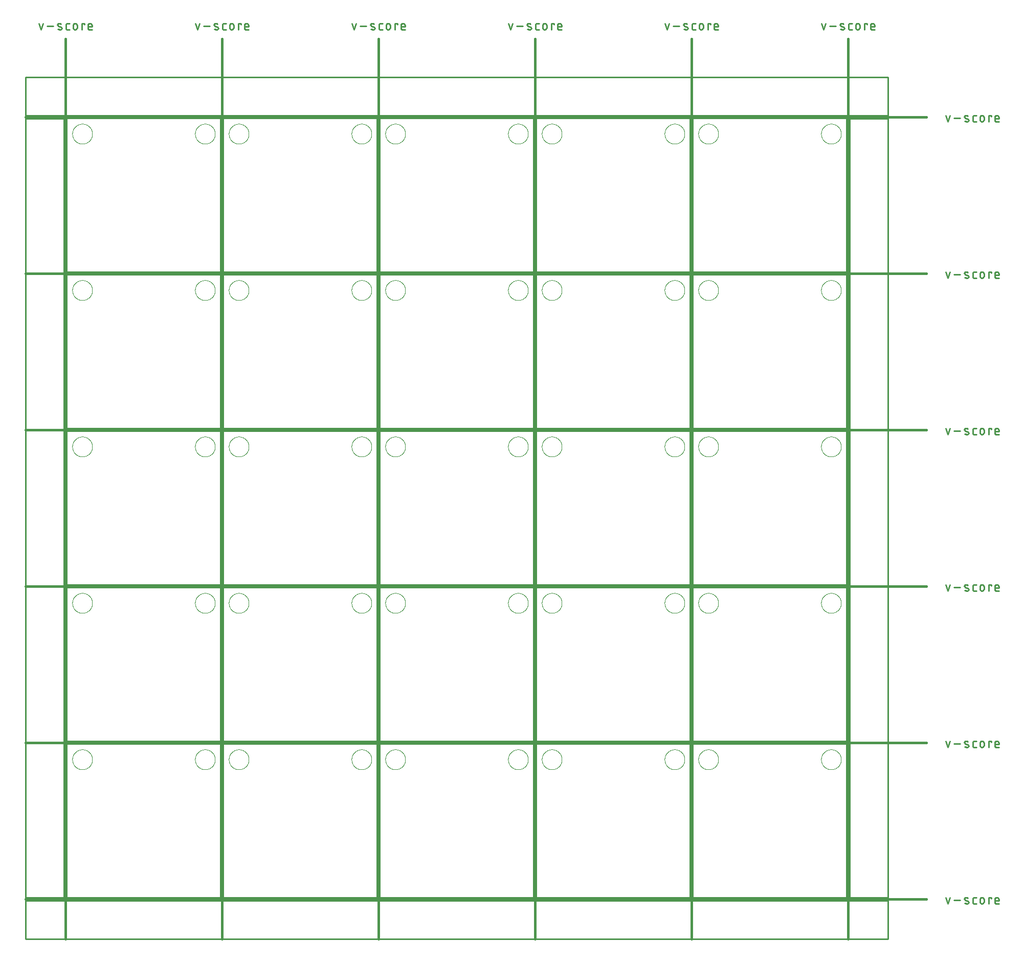
<source format=gko>
G75*
%MOIN*%
%OFA0B0*%
%FSLAX25Y25*%
%IPPOS*%
%LPD*%
%AMOC8*
5,1,8,0,0,1.08239X$1,22.5*
%
%ADD10C,0.00800*%
%ADD11C,0.01500*%
%ADD12C,0.01100*%
%ADD13C,0.01000*%
%ADD14C,0.00000*%
D10*
X0033342Y0028750D02*
X0133342Y0028750D01*
X0133342Y0128750D01*
X0033342Y0128750D01*
X0033342Y0028750D01*
X0135342Y0028750D02*
X0235342Y0028750D01*
X0235342Y0128750D01*
X0135342Y0128750D01*
X0135342Y0028750D01*
X0237342Y0028750D02*
X0337342Y0028750D01*
X0337342Y0128750D01*
X0237342Y0128750D01*
X0237342Y0028750D01*
X0339342Y0028750D02*
X0439342Y0028750D01*
X0439342Y0128750D01*
X0339342Y0128750D01*
X0339342Y0028750D01*
X0441342Y0028750D02*
X0541342Y0028750D01*
X0541342Y0128750D01*
X0441342Y0128750D01*
X0441342Y0028750D01*
X0441342Y0130750D02*
X0541342Y0130750D01*
X0541342Y0230750D01*
X0441342Y0230750D01*
X0441342Y0130750D01*
X0439342Y0130750D02*
X0339342Y0130750D01*
X0339342Y0230750D01*
X0439342Y0230750D01*
X0439342Y0130750D01*
X0337342Y0130750D02*
X0237342Y0130750D01*
X0237342Y0230750D01*
X0337342Y0230750D01*
X0337342Y0130750D01*
X0235342Y0130750D02*
X0135342Y0130750D01*
X0135342Y0230750D01*
X0235342Y0230750D01*
X0235342Y0130750D01*
X0133342Y0130750D02*
X0033342Y0130750D01*
X0033342Y0230750D01*
X0133342Y0230750D01*
X0133342Y0130750D01*
X0133342Y0232750D02*
X0033342Y0232750D01*
X0033342Y0332750D01*
X0133342Y0332750D01*
X0133342Y0232750D01*
X0135342Y0232750D02*
X0235342Y0232750D01*
X0235342Y0332750D01*
X0135342Y0332750D01*
X0135342Y0232750D01*
X0237342Y0232750D02*
X0337342Y0232750D01*
X0337342Y0332750D01*
X0237342Y0332750D01*
X0237342Y0232750D01*
X0339342Y0232750D02*
X0339342Y0332750D01*
X0439342Y0332750D01*
X0439342Y0232750D01*
X0339342Y0232750D01*
X0441342Y0232750D02*
X0441342Y0332750D01*
X0541342Y0332750D01*
X0541342Y0232750D01*
X0441342Y0232750D01*
X0441342Y0334750D02*
X0541342Y0334750D01*
X0541342Y0434750D01*
X0441342Y0434750D01*
X0441342Y0334750D01*
X0439342Y0334750D02*
X0339342Y0334750D01*
X0339342Y0434750D01*
X0439342Y0434750D01*
X0439342Y0334750D01*
X0337342Y0334750D02*
X0337342Y0434750D01*
X0237342Y0434750D01*
X0237342Y0334750D01*
X0337342Y0334750D01*
X0235342Y0334750D02*
X0235342Y0434750D01*
X0135342Y0434750D01*
X0135342Y0334750D01*
X0235342Y0334750D01*
X0133342Y0334750D02*
X0133342Y0434750D01*
X0033342Y0434750D01*
X0033342Y0334750D01*
X0133342Y0334750D01*
X0133342Y0436750D02*
X0033342Y0436750D01*
X0033342Y0536750D01*
X0133342Y0536750D01*
X0133342Y0436750D01*
X0135342Y0436750D02*
X0235342Y0436750D01*
X0235342Y0536750D01*
X0135342Y0536750D01*
X0135342Y0436750D01*
X0237342Y0436750D02*
X0337342Y0436750D01*
X0337342Y0536750D01*
X0237342Y0536750D01*
X0237342Y0436750D01*
X0339342Y0436750D02*
X0339342Y0536750D01*
X0439342Y0536750D01*
X0439342Y0436750D01*
X0339342Y0436750D01*
X0441342Y0436750D02*
X0441342Y0536750D01*
X0541342Y0536750D01*
X0541342Y0436750D01*
X0441342Y0436750D01*
D11*
X0593342Y0435750D02*
X0006342Y0435750D01*
X0006342Y0333750D02*
X0593342Y0333750D01*
X0593342Y0231750D02*
X0006342Y0231750D01*
X0006342Y0129750D02*
X0593342Y0129750D01*
X0593342Y0027750D02*
X0006342Y0027750D01*
X0032342Y0001750D02*
X0032342Y0588750D01*
X0006342Y0537750D02*
X0593342Y0537750D01*
X0542342Y0588750D02*
X0542342Y0001750D01*
X0440342Y0001750D02*
X0440342Y0588750D01*
X0338342Y0588750D02*
X0338342Y0001750D01*
X0236342Y0001750D02*
X0236342Y0588750D01*
X0134342Y0588750D02*
X0134342Y0001750D01*
D12*
X0606133Y0028733D02*
X0607444Y0024800D01*
X0608755Y0028733D01*
X0611426Y0027094D02*
X0615359Y0027094D01*
X0618727Y0027094D02*
X0620366Y0026439D01*
X0620367Y0026439D02*
X0620419Y0026416D01*
X0620470Y0026389D01*
X0620519Y0026359D01*
X0620566Y0026326D01*
X0620611Y0026290D01*
X0620653Y0026250D01*
X0620692Y0026208D01*
X0620728Y0026164D01*
X0620761Y0026117D01*
X0620791Y0026067D01*
X0620818Y0026016D01*
X0620841Y0025964D01*
X0620860Y0025910D01*
X0620876Y0025854D01*
X0620888Y0025798D01*
X0620896Y0025741D01*
X0620900Y0025684D01*
X0620901Y0025626D01*
X0620897Y0025569D01*
X0620890Y0025512D01*
X0620878Y0025455D01*
X0620863Y0025400D01*
X0620845Y0025345D01*
X0620822Y0025292D01*
X0620796Y0025241D01*
X0620767Y0025192D01*
X0620734Y0025144D01*
X0620698Y0025099D01*
X0620660Y0025057D01*
X0620618Y0025017D01*
X0620574Y0024980D01*
X0620527Y0024946D01*
X0620479Y0024915D01*
X0620428Y0024888D01*
X0620376Y0024864D01*
X0620322Y0024844D01*
X0620267Y0024828D01*
X0620211Y0024815D01*
X0620154Y0024806D01*
X0620096Y0024801D01*
X0620039Y0024800D01*
X0620530Y0028405D02*
X0620423Y0028451D01*
X0620314Y0028494D01*
X0620204Y0028534D01*
X0620092Y0028570D01*
X0619980Y0028602D01*
X0619866Y0028631D01*
X0619752Y0028657D01*
X0619637Y0028678D01*
X0619522Y0028697D01*
X0619405Y0028711D01*
X0619289Y0028722D01*
X0619172Y0028729D01*
X0619055Y0028733D01*
X0619055Y0028734D02*
X0618998Y0028733D01*
X0618940Y0028728D01*
X0618883Y0028719D01*
X0618827Y0028706D01*
X0618772Y0028690D01*
X0618718Y0028670D01*
X0618666Y0028646D01*
X0618615Y0028619D01*
X0618567Y0028588D01*
X0618520Y0028554D01*
X0618476Y0028517D01*
X0618434Y0028477D01*
X0618396Y0028435D01*
X0618360Y0028390D01*
X0618327Y0028342D01*
X0618298Y0028293D01*
X0618272Y0028242D01*
X0618249Y0028189D01*
X0618231Y0028134D01*
X0618216Y0028079D01*
X0618204Y0028022D01*
X0618197Y0027965D01*
X0618193Y0027908D01*
X0618194Y0027850D01*
X0618198Y0027793D01*
X0618206Y0027736D01*
X0618218Y0027680D01*
X0618234Y0027624D01*
X0618253Y0027570D01*
X0618276Y0027518D01*
X0618303Y0027467D01*
X0618333Y0027417D01*
X0618366Y0027370D01*
X0618402Y0027326D01*
X0618441Y0027284D01*
X0618483Y0027244D01*
X0618528Y0027208D01*
X0618575Y0027175D01*
X0618624Y0027145D01*
X0618675Y0027118D01*
X0618727Y0027095D01*
X0618236Y0025128D02*
X0618370Y0025082D01*
X0618505Y0025039D01*
X0618641Y0025000D01*
X0618778Y0024964D01*
X0618915Y0024932D01*
X0619054Y0024903D01*
X0619193Y0024877D01*
X0619333Y0024856D01*
X0619474Y0024837D01*
X0619614Y0024823D01*
X0619756Y0024812D01*
X0619897Y0024804D01*
X0620039Y0024801D01*
X0623580Y0025783D02*
X0623580Y0027750D01*
X0623582Y0027812D01*
X0623588Y0027873D01*
X0623597Y0027934D01*
X0623611Y0027994D01*
X0623628Y0028054D01*
X0623649Y0028112D01*
X0623674Y0028169D01*
X0623702Y0028224D01*
X0623733Y0028277D01*
X0623768Y0028328D01*
X0623806Y0028377D01*
X0623846Y0028423D01*
X0623890Y0028467D01*
X0623936Y0028507D01*
X0623985Y0028545D01*
X0624036Y0028580D01*
X0624089Y0028611D01*
X0624144Y0028639D01*
X0624201Y0028664D01*
X0624259Y0028685D01*
X0624319Y0028702D01*
X0624379Y0028716D01*
X0624440Y0028725D01*
X0624501Y0028731D01*
X0624563Y0028733D01*
X0625874Y0028733D01*
X0628287Y0027422D02*
X0628287Y0026111D01*
X0628289Y0026040D01*
X0628295Y0025969D01*
X0628304Y0025899D01*
X0628318Y0025829D01*
X0628335Y0025760D01*
X0628356Y0025692D01*
X0628380Y0025626D01*
X0628408Y0025561D01*
X0628440Y0025497D01*
X0628475Y0025435D01*
X0628513Y0025375D01*
X0628554Y0025318D01*
X0628599Y0025262D01*
X0628646Y0025209D01*
X0628696Y0025159D01*
X0628749Y0025112D01*
X0628805Y0025067D01*
X0628862Y0025026D01*
X0628922Y0024988D01*
X0628984Y0024953D01*
X0629048Y0024921D01*
X0629113Y0024893D01*
X0629179Y0024869D01*
X0629247Y0024848D01*
X0629316Y0024831D01*
X0629386Y0024817D01*
X0629456Y0024808D01*
X0629527Y0024802D01*
X0629598Y0024800D01*
X0629669Y0024802D01*
X0629740Y0024808D01*
X0629810Y0024817D01*
X0629880Y0024831D01*
X0629949Y0024848D01*
X0630017Y0024869D01*
X0630083Y0024893D01*
X0630148Y0024921D01*
X0630212Y0024953D01*
X0630274Y0024988D01*
X0630334Y0025026D01*
X0630391Y0025067D01*
X0630447Y0025112D01*
X0630500Y0025159D01*
X0630550Y0025209D01*
X0630597Y0025262D01*
X0630642Y0025318D01*
X0630683Y0025375D01*
X0630721Y0025435D01*
X0630756Y0025497D01*
X0630788Y0025561D01*
X0630816Y0025626D01*
X0630840Y0025692D01*
X0630861Y0025760D01*
X0630878Y0025829D01*
X0630892Y0025899D01*
X0630901Y0025969D01*
X0630907Y0026040D01*
X0630909Y0026111D01*
X0630910Y0026111D02*
X0630910Y0027422D01*
X0630909Y0027422D02*
X0630907Y0027493D01*
X0630901Y0027564D01*
X0630892Y0027634D01*
X0630878Y0027704D01*
X0630861Y0027773D01*
X0630840Y0027841D01*
X0630816Y0027907D01*
X0630788Y0027972D01*
X0630756Y0028036D01*
X0630721Y0028098D01*
X0630683Y0028158D01*
X0630642Y0028215D01*
X0630597Y0028271D01*
X0630550Y0028324D01*
X0630500Y0028374D01*
X0630447Y0028421D01*
X0630391Y0028466D01*
X0630334Y0028507D01*
X0630274Y0028545D01*
X0630212Y0028580D01*
X0630148Y0028612D01*
X0630083Y0028640D01*
X0630017Y0028664D01*
X0629949Y0028685D01*
X0629880Y0028702D01*
X0629810Y0028716D01*
X0629740Y0028725D01*
X0629669Y0028731D01*
X0629598Y0028733D01*
X0629527Y0028731D01*
X0629456Y0028725D01*
X0629386Y0028716D01*
X0629316Y0028702D01*
X0629247Y0028685D01*
X0629179Y0028664D01*
X0629113Y0028640D01*
X0629048Y0028612D01*
X0628984Y0028580D01*
X0628922Y0028545D01*
X0628862Y0028507D01*
X0628805Y0028466D01*
X0628749Y0028421D01*
X0628696Y0028374D01*
X0628646Y0028324D01*
X0628599Y0028271D01*
X0628554Y0028215D01*
X0628513Y0028158D01*
X0628475Y0028098D01*
X0628440Y0028036D01*
X0628408Y0027972D01*
X0628380Y0027907D01*
X0628356Y0027841D01*
X0628335Y0027773D01*
X0628318Y0027704D01*
X0628304Y0027634D01*
X0628295Y0027564D01*
X0628289Y0027493D01*
X0628287Y0027422D01*
X0625874Y0024800D02*
X0624563Y0024800D01*
X0624501Y0024802D01*
X0624440Y0024808D01*
X0624379Y0024817D01*
X0624319Y0024831D01*
X0624259Y0024848D01*
X0624201Y0024869D01*
X0624144Y0024894D01*
X0624089Y0024922D01*
X0624036Y0024953D01*
X0623985Y0024988D01*
X0623936Y0025026D01*
X0623890Y0025066D01*
X0623846Y0025110D01*
X0623806Y0025156D01*
X0623768Y0025205D01*
X0623733Y0025256D01*
X0623702Y0025309D01*
X0623674Y0025364D01*
X0623649Y0025421D01*
X0623628Y0025479D01*
X0623611Y0025539D01*
X0623597Y0025599D01*
X0623588Y0025660D01*
X0623582Y0025721D01*
X0623580Y0025783D01*
X0633876Y0024800D02*
X0633876Y0028733D01*
X0635843Y0028733D01*
X0635843Y0028078D01*
X0637929Y0027422D02*
X0637929Y0025783D01*
X0637931Y0025721D01*
X0637937Y0025660D01*
X0637946Y0025599D01*
X0637960Y0025539D01*
X0637977Y0025479D01*
X0637998Y0025421D01*
X0638023Y0025364D01*
X0638051Y0025309D01*
X0638082Y0025256D01*
X0638117Y0025205D01*
X0638155Y0025156D01*
X0638195Y0025110D01*
X0638239Y0025066D01*
X0638285Y0025026D01*
X0638334Y0024988D01*
X0638385Y0024953D01*
X0638438Y0024922D01*
X0638493Y0024894D01*
X0638550Y0024869D01*
X0638608Y0024848D01*
X0638668Y0024831D01*
X0638728Y0024817D01*
X0638789Y0024808D01*
X0638850Y0024802D01*
X0638912Y0024800D01*
X0640551Y0024800D01*
X0640551Y0026767D02*
X0637929Y0026767D01*
X0637929Y0027422D02*
X0637931Y0027493D01*
X0637937Y0027564D01*
X0637946Y0027634D01*
X0637960Y0027704D01*
X0637977Y0027773D01*
X0637998Y0027841D01*
X0638022Y0027907D01*
X0638050Y0027972D01*
X0638082Y0028036D01*
X0638117Y0028098D01*
X0638155Y0028158D01*
X0638196Y0028215D01*
X0638241Y0028271D01*
X0638288Y0028324D01*
X0638338Y0028374D01*
X0638391Y0028421D01*
X0638447Y0028466D01*
X0638504Y0028507D01*
X0638564Y0028545D01*
X0638626Y0028580D01*
X0638690Y0028612D01*
X0638755Y0028640D01*
X0638821Y0028664D01*
X0638889Y0028685D01*
X0638958Y0028702D01*
X0639028Y0028716D01*
X0639098Y0028725D01*
X0639169Y0028731D01*
X0639240Y0028733D01*
X0639311Y0028731D01*
X0639382Y0028725D01*
X0639452Y0028716D01*
X0639522Y0028702D01*
X0639591Y0028685D01*
X0639659Y0028664D01*
X0639725Y0028640D01*
X0639790Y0028612D01*
X0639854Y0028580D01*
X0639916Y0028545D01*
X0639976Y0028507D01*
X0640033Y0028466D01*
X0640089Y0028421D01*
X0640142Y0028374D01*
X0640192Y0028324D01*
X0640239Y0028271D01*
X0640284Y0028215D01*
X0640325Y0028158D01*
X0640363Y0028098D01*
X0640398Y0028036D01*
X0640430Y0027972D01*
X0640458Y0027907D01*
X0640482Y0027841D01*
X0640503Y0027773D01*
X0640520Y0027704D01*
X0640534Y0027634D01*
X0640543Y0027564D01*
X0640549Y0027493D01*
X0640551Y0027422D01*
X0640551Y0026767D01*
X0640551Y0126800D02*
X0638912Y0126800D01*
X0638850Y0126802D01*
X0638789Y0126808D01*
X0638728Y0126817D01*
X0638668Y0126831D01*
X0638608Y0126848D01*
X0638550Y0126869D01*
X0638493Y0126894D01*
X0638438Y0126922D01*
X0638385Y0126953D01*
X0638334Y0126988D01*
X0638285Y0127026D01*
X0638239Y0127066D01*
X0638195Y0127110D01*
X0638155Y0127156D01*
X0638117Y0127205D01*
X0638082Y0127256D01*
X0638051Y0127309D01*
X0638023Y0127364D01*
X0637998Y0127421D01*
X0637977Y0127479D01*
X0637960Y0127539D01*
X0637946Y0127599D01*
X0637937Y0127660D01*
X0637931Y0127721D01*
X0637929Y0127783D01*
X0637929Y0129422D01*
X0637929Y0128767D02*
X0640551Y0128767D01*
X0640551Y0129422D01*
X0640549Y0129493D01*
X0640543Y0129564D01*
X0640534Y0129634D01*
X0640520Y0129704D01*
X0640503Y0129773D01*
X0640482Y0129841D01*
X0640458Y0129907D01*
X0640430Y0129972D01*
X0640398Y0130036D01*
X0640363Y0130098D01*
X0640325Y0130158D01*
X0640284Y0130215D01*
X0640239Y0130271D01*
X0640192Y0130324D01*
X0640142Y0130374D01*
X0640089Y0130421D01*
X0640033Y0130466D01*
X0639976Y0130507D01*
X0639916Y0130545D01*
X0639854Y0130580D01*
X0639790Y0130612D01*
X0639725Y0130640D01*
X0639659Y0130664D01*
X0639591Y0130685D01*
X0639522Y0130702D01*
X0639452Y0130716D01*
X0639382Y0130725D01*
X0639311Y0130731D01*
X0639240Y0130733D01*
X0639169Y0130731D01*
X0639098Y0130725D01*
X0639028Y0130716D01*
X0638958Y0130702D01*
X0638889Y0130685D01*
X0638821Y0130664D01*
X0638755Y0130640D01*
X0638690Y0130612D01*
X0638626Y0130580D01*
X0638564Y0130545D01*
X0638504Y0130507D01*
X0638447Y0130466D01*
X0638391Y0130421D01*
X0638338Y0130374D01*
X0638288Y0130324D01*
X0638241Y0130271D01*
X0638196Y0130215D01*
X0638155Y0130158D01*
X0638117Y0130098D01*
X0638082Y0130036D01*
X0638050Y0129972D01*
X0638022Y0129907D01*
X0637998Y0129841D01*
X0637977Y0129773D01*
X0637960Y0129704D01*
X0637946Y0129634D01*
X0637937Y0129564D01*
X0637931Y0129493D01*
X0637929Y0129422D01*
X0635843Y0130078D02*
X0635843Y0130733D01*
X0633876Y0130733D01*
X0633876Y0126800D01*
X0630910Y0128111D02*
X0630910Y0129422D01*
X0630909Y0129422D02*
X0630907Y0129493D01*
X0630901Y0129564D01*
X0630892Y0129634D01*
X0630878Y0129704D01*
X0630861Y0129773D01*
X0630840Y0129841D01*
X0630816Y0129907D01*
X0630788Y0129972D01*
X0630756Y0130036D01*
X0630721Y0130098D01*
X0630683Y0130158D01*
X0630642Y0130215D01*
X0630597Y0130271D01*
X0630550Y0130324D01*
X0630500Y0130374D01*
X0630447Y0130421D01*
X0630391Y0130466D01*
X0630334Y0130507D01*
X0630274Y0130545D01*
X0630212Y0130580D01*
X0630148Y0130612D01*
X0630083Y0130640D01*
X0630017Y0130664D01*
X0629949Y0130685D01*
X0629880Y0130702D01*
X0629810Y0130716D01*
X0629740Y0130725D01*
X0629669Y0130731D01*
X0629598Y0130733D01*
X0629527Y0130731D01*
X0629456Y0130725D01*
X0629386Y0130716D01*
X0629316Y0130702D01*
X0629247Y0130685D01*
X0629179Y0130664D01*
X0629113Y0130640D01*
X0629048Y0130612D01*
X0628984Y0130580D01*
X0628922Y0130545D01*
X0628862Y0130507D01*
X0628805Y0130466D01*
X0628749Y0130421D01*
X0628696Y0130374D01*
X0628646Y0130324D01*
X0628599Y0130271D01*
X0628554Y0130215D01*
X0628513Y0130158D01*
X0628475Y0130098D01*
X0628440Y0130036D01*
X0628408Y0129972D01*
X0628380Y0129907D01*
X0628356Y0129841D01*
X0628335Y0129773D01*
X0628318Y0129704D01*
X0628304Y0129634D01*
X0628295Y0129564D01*
X0628289Y0129493D01*
X0628287Y0129422D01*
X0628287Y0128111D01*
X0628289Y0128040D01*
X0628295Y0127969D01*
X0628304Y0127899D01*
X0628318Y0127829D01*
X0628335Y0127760D01*
X0628356Y0127692D01*
X0628380Y0127626D01*
X0628408Y0127561D01*
X0628440Y0127497D01*
X0628475Y0127435D01*
X0628513Y0127375D01*
X0628554Y0127318D01*
X0628599Y0127262D01*
X0628646Y0127209D01*
X0628696Y0127159D01*
X0628749Y0127112D01*
X0628805Y0127067D01*
X0628862Y0127026D01*
X0628922Y0126988D01*
X0628984Y0126953D01*
X0629048Y0126921D01*
X0629113Y0126893D01*
X0629179Y0126869D01*
X0629247Y0126848D01*
X0629316Y0126831D01*
X0629386Y0126817D01*
X0629456Y0126808D01*
X0629527Y0126802D01*
X0629598Y0126800D01*
X0629669Y0126802D01*
X0629740Y0126808D01*
X0629810Y0126817D01*
X0629880Y0126831D01*
X0629949Y0126848D01*
X0630017Y0126869D01*
X0630083Y0126893D01*
X0630148Y0126921D01*
X0630212Y0126953D01*
X0630274Y0126988D01*
X0630334Y0127026D01*
X0630391Y0127067D01*
X0630447Y0127112D01*
X0630500Y0127159D01*
X0630550Y0127209D01*
X0630597Y0127262D01*
X0630642Y0127318D01*
X0630683Y0127375D01*
X0630721Y0127435D01*
X0630756Y0127497D01*
X0630788Y0127561D01*
X0630816Y0127626D01*
X0630840Y0127692D01*
X0630861Y0127760D01*
X0630878Y0127829D01*
X0630892Y0127899D01*
X0630901Y0127969D01*
X0630907Y0128040D01*
X0630909Y0128111D01*
X0625874Y0126800D02*
X0624563Y0126800D01*
X0624501Y0126802D01*
X0624440Y0126808D01*
X0624379Y0126817D01*
X0624319Y0126831D01*
X0624259Y0126848D01*
X0624201Y0126869D01*
X0624144Y0126894D01*
X0624089Y0126922D01*
X0624036Y0126953D01*
X0623985Y0126988D01*
X0623936Y0127026D01*
X0623890Y0127066D01*
X0623846Y0127110D01*
X0623806Y0127156D01*
X0623768Y0127205D01*
X0623733Y0127256D01*
X0623702Y0127309D01*
X0623674Y0127364D01*
X0623649Y0127421D01*
X0623628Y0127479D01*
X0623611Y0127539D01*
X0623597Y0127599D01*
X0623588Y0127660D01*
X0623582Y0127721D01*
X0623580Y0127783D01*
X0623580Y0129750D01*
X0623582Y0129812D01*
X0623588Y0129873D01*
X0623597Y0129934D01*
X0623611Y0129994D01*
X0623628Y0130054D01*
X0623649Y0130112D01*
X0623674Y0130169D01*
X0623702Y0130224D01*
X0623733Y0130277D01*
X0623768Y0130328D01*
X0623806Y0130377D01*
X0623846Y0130423D01*
X0623890Y0130467D01*
X0623936Y0130507D01*
X0623985Y0130545D01*
X0624036Y0130580D01*
X0624089Y0130611D01*
X0624144Y0130639D01*
X0624201Y0130664D01*
X0624259Y0130685D01*
X0624319Y0130702D01*
X0624379Y0130716D01*
X0624440Y0130725D01*
X0624501Y0130731D01*
X0624563Y0130733D01*
X0625874Y0130733D01*
X0620366Y0128439D02*
X0618727Y0129094D01*
X0618727Y0129095D02*
X0618675Y0129118D01*
X0618624Y0129145D01*
X0618575Y0129175D01*
X0618528Y0129208D01*
X0618483Y0129244D01*
X0618441Y0129284D01*
X0618402Y0129326D01*
X0618366Y0129370D01*
X0618333Y0129417D01*
X0618303Y0129467D01*
X0618276Y0129518D01*
X0618253Y0129570D01*
X0618234Y0129624D01*
X0618218Y0129680D01*
X0618206Y0129736D01*
X0618198Y0129793D01*
X0618194Y0129850D01*
X0618193Y0129908D01*
X0618197Y0129965D01*
X0618204Y0130022D01*
X0618216Y0130079D01*
X0618231Y0130134D01*
X0618249Y0130189D01*
X0618272Y0130242D01*
X0618298Y0130293D01*
X0618327Y0130342D01*
X0618360Y0130390D01*
X0618396Y0130435D01*
X0618434Y0130477D01*
X0618476Y0130517D01*
X0618520Y0130554D01*
X0618567Y0130588D01*
X0618615Y0130619D01*
X0618666Y0130646D01*
X0618718Y0130670D01*
X0618772Y0130690D01*
X0618827Y0130706D01*
X0618883Y0130719D01*
X0618940Y0130728D01*
X0618998Y0130733D01*
X0619055Y0130734D01*
X0618236Y0127128D02*
X0618370Y0127082D01*
X0618505Y0127039D01*
X0618641Y0127000D01*
X0618778Y0126964D01*
X0618915Y0126932D01*
X0619054Y0126903D01*
X0619193Y0126877D01*
X0619333Y0126856D01*
X0619474Y0126837D01*
X0619614Y0126823D01*
X0619756Y0126812D01*
X0619897Y0126804D01*
X0620039Y0126801D01*
X0620039Y0126800D02*
X0620096Y0126801D01*
X0620154Y0126806D01*
X0620211Y0126815D01*
X0620267Y0126828D01*
X0620322Y0126844D01*
X0620376Y0126864D01*
X0620428Y0126888D01*
X0620479Y0126915D01*
X0620527Y0126946D01*
X0620574Y0126980D01*
X0620618Y0127017D01*
X0620660Y0127057D01*
X0620698Y0127099D01*
X0620734Y0127144D01*
X0620767Y0127192D01*
X0620796Y0127241D01*
X0620822Y0127292D01*
X0620845Y0127345D01*
X0620863Y0127400D01*
X0620878Y0127455D01*
X0620890Y0127512D01*
X0620897Y0127569D01*
X0620901Y0127626D01*
X0620900Y0127684D01*
X0620896Y0127741D01*
X0620888Y0127798D01*
X0620876Y0127854D01*
X0620860Y0127910D01*
X0620841Y0127964D01*
X0620818Y0128016D01*
X0620791Y0128067D01*
X0620761Y0128117D01*
X0620728Y0128164D01*
X0620692Y0128208D01*
X0620653Y0128250D01*
X0620611Y0128290D01*
X0620566Y0128326D01*
X0620519Y0128359D01*
X0620470Y0128389D01*
X0620419Y0128416D01*
X0620367Y0128439D01*
X0620530Y0130405D02*
X0620423Y0130451D01*
X0620314Y0130494D01*
X0620204Y0130534D01*
X0620092Y0130570D01*
X0619980Y0130602D01*
X0619866Y0130631D01*
X0619752Y0130657D01*
X0619637Y0130678D01*
X0619522Y0130697D01*
X0619405Y0130711D01*
X0619289Y0130722D01*
X0619172Y0130729D01*
X0619055Y0130733D01*
X0615359Y0129094D02*
X0611426Y0129094D01*
X0608755Y0130733D02*
X0607444Y0126800D01*
X0606133Y0130733D01*
X0607444Y0228800D02*
X0608755Y0232733D01*
X0606133Y0232733D02*
X0607444Y0228800D01*
X0611426Y0231094D02*
X0615359Y0231094D01*
X0618727Y0231094D02*
X0620366Y0230439D01*
X0620367Y0230439D02*
X0620419Y0230416D01*
X0620470Y0230389D01*
X0620519Y0230359D01*
X0620566Y0230326D01*
X0620611Y0230290D01*
X0620653Y0230250D01*
X0620692Y0230208D01*
X0620728Y0230164D01*
X0620761Y0230117D01*
X0620791Y0230067D01*
X0620818Y0230016D01*
X0620841Y0229964D01*
X0620860Y0229910D01*
X0620876Y0229854D01*
X0620888Y0229798D01*
X0620896Y0229741D01*
X0620900Y0229684D01*
X0620901Y0229626D01*
X0620897Y0229569D01*
X0620890Y0229512D01*
X0620878Y0229455D01*
X0620863Y0229400D01*
X0620845Y0229345D01*
X0620822Y0229292D01*
X0620796Y0229241D01*
X0620767Y0229192D01*
X0620734Y0229144D01*
X0620698Y0229099D01*
X0620660Y0229057D01*
X0620618Y0229017D01*
X0620574Y0228980D01*
X0620527Y0228946D01*
X0620479Y0228915D01*
X0620428Y0228888D01*
X0620376Y0228864D01*
X0620322Y0228844D01*
X0620267Y0228828D01*
X0620211Y0228815D01*
X0620154Y0228806D01*
X0620096Y0228801D01*
X0620039Y0228800D01*
X0620530Y0232405D02*
X0620423Y0232451D01*
X0620314Y0232494D01*
X0620204Y0232534D01*
X0620092Y0232570D01*
X0619980Y0232602D01*
X0619866Y0232631D01*
X0619752Y0232657D01*
X0619637Y0232678D01*
X0619522Y0232697D01*
X0619405Y0232711D01*
X0619289Y0232722D01*
X0619172Y0232729D01*
X0619055Y0232733D01*
X0619055Y0232734D02*
X0618998Y0232733D01*
X0618940Y0232728D01*
X0618883Y0232719D01*
X0618827Y0232706D01*
X0618772Y0232690D01*
X0618718Y0232670D01*
X0618666Y0232646D01*
X0618615Y0232619D01*
X0618567Y0232588D01*
X0618520Y0232554D01*
X0618476Y0232517D01*
X0618434Y0232477D01*
X0618396Y0232435D01*
X0618360Y0232390D01*
X0618327Y0232342D01*
X0618298Y0232293D01*
X0618272Y0232242D01*
X0618249Y0232189D01*
X0618231Y0232134D01*
X0618216Y0232079D01*
X0618204Y0232022D01*
X0618197Y0231965D01*
X0618193Y0231908D01*
X0618194Y0231850D01*
X0618198Y0231793D01*
X0618206Y0231736D01*
X0618218Y0231680D01*
X0618234Y0231624D01*
X0618253Y0231570D01*
X0618276Y0231518D01*
X0618303Y0231467D01*
X0618333Y0231417D01*
X0618366Y0231370D01*
X0618402Y0231326D01*
X0618441Y0231284D01*
X0618483Y0231244D01*
X0618528Y0231208D01*
X0618575Y0231175D01*
X0618624Y0231145D01*
X0618675Y0231118D01*
X0618727Y0231095D01*
X0618236Y0229128D02*
X0618370Y0229082D01*
X0618505Y0229039D01*
X0618641Y0229000D01*
X0618778Y0228964D01*
X0618915Y0228932D01*
X0619054Y0228903D01*
X0619193Y0228877D01*
X0619333Y0228856D01*
X0619474Y0228837D01*
X0619614Y0228823D01*
X0619756Y0228812D01*
X0619897Y0228804D01*
X0620039Y0228801D01*
X0623580Y0229783D02*
X0623580Y0231750D01*
X0623582Y0231812D01*
X0623588Y0231873D01*
X0623597Y0231934D01*
X0623611Y0231994D01*
X0623628Y0232054D01*
X0623649Y0232112D01*
X0623674Y0232169D01*
X0623702Y0232224D01*
X0623733Y0232277D01*
X0623768Y0232328D01*
X0623806Y0232377D01*
X0623846Y0232423D01*
X0623890Y0232467D01*
X0623936Y0232507D01*
X0623985Y0232545D01*
X0624036Y0232580D01*
X0624089Y0232611D01*
X0624144Y0232639D01*
X0624201Y0232664D01*
X0624259Y0232685D01*
X0624319Y0232702D01*
X0624379Y0232716D01*
X0624440Y0232725D01*
X0624501Y0232731D01*
X0624563Y0232733D01*
X0625874Y0232733D01*
X0628287Y0231422D02*
X0628287Y0230111D01*
X0628289Y0230040D01*
X0628295Y0229969D01*
X0628304Y0229899D01*
X0628318Y0229829D01*
X0628335Y0229760D01*
X0628356Y0229692D01*
X0628380Y0229626D01*
X0628408Y0229561D01*
X0628440Y0229497D01*
X0628475Y0229435D01*
X0628513Y0229375D01*
X0628554Y0229318D01*
X0628599Y0229262D01*
X0628646Y0229209D01*
X0628696Y0229159D01*
X0628749Y0229112D01*
X0628805Y0229067D01*
X0628862Y0229026D01*
X0628922Y0228988D01*
X0628984Y0228953D01*
X0629048Y0228921D01*
X0629113Y0228893D01*
X0629179Y0228869D01*
X0629247Y0228848D01*
X0629316Y0228831D01*
X0629386Y0228817D01*
X0629456Y0228808D01*
X0629527Y0228802D01*
X0629598Y0228800D01*
X0629669Y0228802D01*
X0629740Y0228808D01*
X0629810Y0228817D01*
X0629880Y0228831D01*
X0629949Y0228848D01*
X0630017Y0228869D01*
X0630083Y0228893D01*
X0630148Y0228921D01*
X0630212Y0228953D01*
X0630274Y0228988D01*
X0630334Y0229026D01*
X0630391Y0229067D01*
X0630447Y0229112D01*
X0630500Y0229159D01*
X0630550Y0229209D01*
X0630597Y0229262D01*
X0630642Y0229318D01*
X0630683Y0229375D01*
X0630721Y0229435D01*
X0630756Y0229497D01*
X0630788Y0229561D01*
X0630816Y0229626D01*
X0630840Y0229692D01*
X0630861Y0229760D01*
X0630878Y0229829D01*
X0630892Y0229899D01*
X0630901Y0229969D01*
X0630907Y0230040D01*
X0630909Y0230111D01*
X0630910Y0230111D02*
X0630910Y0231422D01*
X0630909Y0231422D02*
X0630907Y0231493D01*
X0630901Y0231564D01*
X0630892Y0231634D01*
X0630878Y0231704D01*
X0630861Y0231773D01*
X0630840Y0231841D01*
X0630816Y0231907D01*
X0630788Y0231972D01*
X0630756Y0232036D01*
X0630721Y0232098D01*
X0630683Y0232158D01*
X0630642Y0232215D01*
X0630597Y0232271D01*
X0630550Y0232324D01*
X0630500Y0232374D01*
X0630447Y0232421D01*
X0630391Y0232466D01*
X0630334Y0232507D01*
X0630274Y0232545D01*
X0630212Y0232580D01*
X0630148Y0232612D01*
X0630083Y0232640D01*
X0630017Y0232664D01*
X0629949Y0232685D01*
X0629880Y0232702D01*
X0629810Y0232716D01*
X0629740Y0232725D01*
X0629669Y0232731D01*
X0629598Y0232733D01*
X0629527Y0232731D01*
X0629456Y0232725D01*
X0629386Y0232716D01*
X0629316Y0232702D01*
X0629247Y0232685D01*
X0629179Y0232664D01*
X0629113Y0232640D01*
X0629048Y0232612D01*
X0628984Y0232580D01*
X0628922Y0232545D01*
X0628862Y0232507D01*
X0628805Y0232466D01*
X0628749Y0232421D01*
X0628696Y0232374D01*
X0628646Y0232324D01*
X0628599Y0232271D01*
X0628554Y0232215D01*
X0628513Y0232158D01*
X0628475Y0232098D01*
X0628440Y0232036D01*
X0628408Y0231972D01*
X0628380Y0231907D01*
X0628356Y0231841D01*
X0628335Y0231773D01*
X0628318Y0231704D01*
X0628304Y0231634D01*
X0628295Y0231564D01*
X0628289Y0231493D01*
X0628287Y0231422D01*
X0625874Y0228800D02*
X0624563Y0228800D01*
X0624501Y0228802D01*
X0624440Y0228808D01*
X0624379Y0228817D01*
X0624319Y0228831D01*
X0624259Y0228848D01*
X0624201Y0228869D01*
X0624144Y0228894D01*
X0624089Y0228922D01*
X0624036Y0228953D01*
X0623985Y0228988D01*
X0623936Y0229026D01*
X0623890Y0229066D01*
X0623846Y0229110D01*
X0623806Y0229156D01*
X0623768Y0229205D01*
X0623733Y0229256D01*
X0623702Y0229309D01*
X0623674Y0229364D01*
X0623649Y0229421D01*
X0623628Y0229479D01*
X0623611Y0229539D01*
X0623597Y0229599D01*
X0623588Y0229660D01*
X0623582Y0229721D01*
X0623580Y0229783D01*
X0633876Y0228800D02*
X0633876Y0232733D01*
X0635843Y0232733D01*
X0635843Y0232078D01*
X0637929Y0231422D02*
X0637929Y0229783D01*
X0637931Y0229721D01*
X0637937Y0229660D01*
X0637946Y0229599D01*
X0637960Y0229539D01*
X0637977Y0229479D01*
X0637998Y0229421D01*
X0638023Y0229364D01*
X0638051Y0229309D01*
X0638082Y0229256D01*
X0638117Y0229205D01*
X0638155Y0229156D01*
X0638195Y0229110D01*
X0638239Y0229066D01*
X0638285Y0229026D01*
X0638334Y0228988D01*
X0638385Y0228953D01*
X0638438Y0228922D01*
X0638493Y0228894D01*
X0638550Y0228869D01*
X0638608Y0228848D01*
X0638668Y0228831D01*
X0638728Y0228817D01*
X0638789Y0228808D01*
X0638850Y0228802D01*
X0638912Y0228800D01*
X0640551Y0228800D01*
X0640551Y0230767D02*
X0637929Y0230767D01*
X0637929Y0231422D02*
X0637931Y0231493D01*
X0637937Y0231564D01*
X0637946Y0231634D01*
X0637960Y0231704D01*
X0637977Y0231773D01*
X0637998Y0231841D01*
X0638022Y0231907D01*
X0638050Y0231972D01*
X0638082Y0232036D01*
X0638117Y0232098D01*
X0638155Y0232158D01*
X0638196Y0232215D01*
X0638241Y0232271D01*
X0638288Y0232324D01*
X0638338Y0232374D01*
X0638391Y0232421D01*
X0638447Y0232466D01*
X0638504Y0232507D01*
X0638564Y0232545D01*
X0638626Y0232580D01*
X0638690Y0232612D01*
X0638755Y0232640D01*
X0638821Y0232664D01*
X0638889Y0232685D01*
X0638958Y0232702D01*
X0639028Y0232716D01*
X0639098Y0232725D01*
X0639169Y0232731D01*
X0639240Y0232733D01*
X0639311Y0232731D01*
X0639382Y0232725D01*
X0639452Y0232716D01*
X0639522Y0232702D01*
X0639591Y0232685D01*
X0639659Y0232664D01*
X0639725Y0232640D01*
X0639790Y0232612D01*
X0639854Y0232580D01*
X0639916Y0232545D01*
X0639976Y0232507D01*
X0640033Y0232466D01*
X0640089Y0232421D01*
X0640142Y0232374D01*
X0640192Y0232324D01*
X0640239Y0232271D01*
X0640284Y0232215D01*
X0640325Y0232158D01*
X0640363Y0232098D01*
X0640398Y0232036D01*
X0640430Y0231972D01*
X0640458Y0231907D01*
X0640482Y0231841D01*
X0640503Y0231773D01*
X0640520Y0231704D01*
X0640534Y0231634D01*
X0640543Y0231564D01*
X0640549Y0231493D01*
X0640551Y0231422D01*
X0640551Y0230767D01*
X0640551Y0330800D02*
X0638912Y0330800D01*
X0638850Y0330802D01*
X0638789Y0330808D01*
X0638728Y0330817D01*
X0638668Y0330831D01*
X0638608Y0330848D01*
X0638550Y0330869D01*
X0638493Y0330894D01*
X0638438Y0330922D01*
X0638385Y0330953D01*
X0638334Y0330988D01*
X0638285Y0331026D01*
X0638239Y0331066D01*
X0638195Y0331110D01*
X0638155Y0331156D01*
X0638117Y0331205D01*
X0638082Y0331256D01*
X0638051Y0331309D01*
X0638023Y0331364D01*
X0637998Y0331421D01*
X0637977Y0331479D01*
X0637960Y0331539D01*
X0637946Y0331599D01*
X0637937Y0331660D01*
X0637931Y0331721D01*
X0637929Y0331783D01*
X0637929Y0333422D01*
X0637929Y0332767D02*
X0640551Y0332767D01*
X0640551Y0333422D01*
X0640549Y0333493D01*
X0640543Y0333564D01*
X0640534Y0333634D01*
X0640520Y0333704D01*
X0640503Y0333773D01*
X0640482Y0333841D01*
X0640458Y0333907D01*
X0640430Y0333972D01*
X0640398Y0334036D01*
X0640363Y0334098D01*
X0640325Y0334158D01*
X0640284Y0334215D01*
X0640239Y0334271D01*
X0640192Y0334324D01*
X0640142Y0334374D01*
X0640089Y0334421D01*
X0640033Y0334466D01*
X0639976Y0334507D01*
X0639916Y0334545D01*
X0639854Y0334580D01*
X0639790Y0334612D01*
X0639725Y0334640D01*
X0639659Y0334664D01*
X0639591Y0334685D01*
X0639522Y0334702D01*
X0639452Y0334716D01*
X0639382Y0334725D01*
X0639311Y0334731D01*
X0639240Y0334733D01*
X0639169Y0334731D01*
X0639098Y0334725D01*
X0639028Y0334716D01*
X0638958Y0334702D01*
X0638889Y0334685D01*
X0638821Y0334664D01*
X0638755Y0334640D01*
X0638690Y0334612D01*
X0638626Y0334580D01*
X0638564Y0334545D01*
X0638504Y0334507D01*
X0638447Y0334466D01*
X0638391Y0334421D01*
X0638338Y0334374D01*
X0638288Y0334324D01*
X0638241Y0334271D01*
X0638196Y0334215D01*
X0638155Y0334158D01*
X0638117Y0334098D01*
X0638082Y0334036D01*
X0638050Y0333972D01*
X0638022Y0333907D01*
X0637998Y0333841D01*
X0637977Y0333773D01*
X0637960Y0333704D01*
X0637946Y0333634D01*
X0637937Y0333564D01*
X0637931Y0333493D01*
X0637929Y0333422D01*
X0635843Y0334078D02*
X0635843Y0334733D01*
X0633876Y0334733D01*
X0633876Y0330800D01*
X0630910Y0332111D02*
X0630910Y0333422D01*
X0630909Y0333422D02*
X0630907Y0333493D01*
X0630901Y0333564D01*
X0630892Y0333634D01*
X0630878Y0333704D01*
X0630861Y0333773D01*
X0630840Y0333841D01*
X0630816Y0333907D01*
X0630788Y0333972D01*
X0630756Y0334036D01*
X0630721Y0334098D01*
X0630683Y0334158D01*
X0630642Y0334215D01*
X0630597Y0334271D01*
X0630550Y0334324D01*
X0630500Y0334374D01*
X0630447Y0334421D01*
X0630391Y0334466D01*
X0630334Y0334507D01*
X0630274Y0334545D01*
X0630212Y0334580D01*
X0630148Y0334612D01*
X0630083Y0334640D01*
X0630017Y0334664D01*
X0629949Y0334685D01*
X0629880Y0334702D01*
X0629810Y0334716D01*
X0629740Y0334725D01*
X0629669Y0334731D01*
X0629598Y0334733D01*
X0629527Y0334731D01*
X0629456Y0334725D01*
X0629386Y0334716D01*
X0629316Y0334702D01*
X0629247Y0334685D01*
X0629179Y0334664D01*
X0629113Y0334640D01*
X0629048Y0334612D01*
X0628984Y0334580D01*
X0628922Y0334545D01*
X0628862Y0334507D01*
X0628805Y0334466D01*
X0628749Y0334421D01*
X0628696Y0334374D01*
X0628646Y0334324D01*
X0628599Y0334271D01*
X0628554Y0334215D01*
X0628513Y0334158D01*
X0628475Y0334098D01*
X0628440Y0334036D01*
X0628408Y0333972D01*
X0628380Y0333907D01*
X0628356Y0333841D01*
X0628335Y0333773D01*
X0628318Y0333704D01*
X0628304Y0333634D01*
X0628295Y0333564D01*
X0628289Y0333493D01*
X0628287Y0333422D01*
X0628287Y0332111D01*
X0628289Y0332040D01*
X0628295Y0331969D01*
X0628304Y0331899D01*
X0628318Y0331829D01*
X0628335Y0331760D01*
X0628356Y0331692D01*
X0628380Y0331626D01*
X0628408Y0331561D01*
X0628440Y0331497D01*
X0628475Y0331435D01*
X0628513Y0331375D01*
X0628554Y0331318D01*
X0628599Y0331262D01*
X0628646Y0331209D01*
X0628696Y0331159D01*
X0628749Y0331112D01*
X0628805Y0331067D01*
X0628862Y0331026D01*
X0628922Y0330988D01*
X0628984Y0330953D01*
X0629048Y0330921D01*
X0629113Y0330893D01*
X0629179Y0330869D01*
X0629247Y0330848D01*
X0629316Y0330831D01*
X0629386Y0330817D01*
X0629456Y0330808D01*
X0629527Y0330802D01*
X0629598Y0330800D01*
X0629669Y0330802D01*
X0629740Y0330808D01*
X0629810Y0330817D01*
X0629880Y0330831D01*
X0629949Y0330848D01*
X0630017Y0330869D01*
X0630083Y0330893D01*
X0630148Y0330921D01*
X0630212Y0330953D01*
X0630274Y0330988D01*
X0630334Y0331026D01*
X0630391Y0331067D01*
X0630447Y0331112D01*
X0630500Y0331159D01*
X0630550Y0331209D01*
X0630597Y0331262D01*
X0630642Y0331318D01*
X0630683Y0331375D01*
X0630721Y0331435D01*
X0630756Y0331497D01*
X0630788Y0331561D01*
X0630816Y0331626D01*
X0630840Y0331692D01*
X0630861Y0331760D01*
X0630878Y0331829D01*
X0630892Y0331899D01*
X0630901Y0331969D01*
X0630907Y0332040D01*
X0630909Y0332111D01*
X0625874Y0330800D02*
X0624563Y0330800D01*
X0624501Y0330802D01*
X0624440Y0330808D01*
X0624379Y0330817D01*
X0624319Y0330831D01*
X0624259Y0330848D01*
X0624201Y0330869D01*
X0624144Y0330894D01*
X0624089Y0330922D01*
X0624036Y0330953D01*
X0623985Y0330988D01*
X0623936Y0331026D01*
X0623890Y0331066D01*
X0623846Y0331110D01*
X0623806Y0331156D01*
X0623768Y0331205D01*
X0623733Y0331256D01*
X0623702Y0331309D01*
X0623674Y0331364D01*
X0623649Y0331421D01*
X0623628Y0331479D01*
X0623611Y0331539D01*
X0623597Y0331599D01*
X0623588Y0331660D01*
X0623582Y0331721D01*
X0623580Y0331783D01*
X0623580Y0333750D01*
X0623582Y0333812D01*
X0623588Y0333873D01*
X0623597Y0333934D01*
X0623611Y0333994D01*
X0623628Y0334054D01*
X0623649Y0334112D01*
X0623674Y0334169D01*
X0623702Y0334224D01*
X0623733Y0334277D01*
X0623768Y0334328D01*
X0623806Y0334377D01*
X0623846Y0334423D01*
X0623890Y0334467D01*
X0623936Y0334507D01*
X0623985Y0334545D01*
X0624036Y0334580D01*
X0624089Y0334611D01*
X0624144Y0334639D01*
X0624201Y0334664D01*
X0624259Y0334685D01*
X0624319Y0334702D01*
X0624379Y0334716D01*
X0624440Y0334725D01*
X0624501Y0334731D01*
X0624563Y0334733D01*
X0625874Y0334733D01*
X0620366Y0332439D02*
X0618727Y0333094D01*
X0618727Y0333095D02*
X0618675Y0333118D01*
X0618624Y0333145D01*
X0618575Y0333175D01*
X0618528Y0333208D01*
X0618483Y0333244D01*
X0618441Y0333284D01*
X0618402Y0333326D01*
X0618366Y0333370D01*
X0618333Y0333417D01*
X0618303Y0333467D01*
X0618276Y0333518D01*
X0618253Y0333570D01*
X0618234Y0333624D01*
X0618218Y0333680D01*
X0618206Y0333736D01*
X0618198Y0333793D01*
X0618194Y0333850D01*
X0618193Y0333908D01*
X0618197Y0333965D01*
X0618204Y0334022D01*
X0618216Y0334079D01*
X0618231Y0334134D01*
X0618249Y0334189D01*
X0618272Y0334242D01*
X0618298Y0334293D01*
X0618327Y0334342D01*
X0618360Y0334390D01*
X0618396Y0334435D01*
X0618434Y0334477D01*
X0618476Y0334517D01*
X0618520Y0334554D01*
X0618567Y0334588D01*
X0618615Y0334619D01*
X0618666Y0334646D01*
X0618718Y0334670D01*
X0618772Y0334690D01*
X0618827Y0334706D01*
X0618883Y0334719D01*
X0618940Y0334728D01*
X0618998Y0334733D01*
X0619055Y0334734D01*
X0618236Y0331128D02*
X0618370Y0331082D01*
X0618505Y0331039D01*
X0618641Y0331000D01*
X0618778Y0330964D01*
X0618915Y0330932D01*
X0619054Y0330903D01*
X0619193Y0330877D01*
X0619333Y0330856D01*
X0619474Y0330837D01*
X0619614Y0330823D01*
X0619756Y0330812D01*
X0619897Y0330804D01*
X0620039Y0330801D01*
X0620039Y0330800D02*
X0620096Y0330801D01*
X0620154Y0330806D01*
X0620211Y0330815D01*
X0620267Y0330828D01*
X0620322Y0330844D01*
X0620376Y0330864D01*
X0620428Y0330888D01*
X0620479Y0330915D01*
X0620527Y0330946D01*
X0620574Y0330980D01*
X0620618Y0331017D01*
X0620660Y0331057D01*
X0620698Y0331099D01*
X0620734Y0331144D01*
X0620767Y0331192D01*
X0620796Y0331241D01*
X0620822Y0331292D01*
X0620845Y0331345D01*
X0620863Y0331400D01*
X0620878Y0331455D01*
X0620890Y0331512D01*
X0620897Y0331569D01*
X0620901Y0331626D01*
X0620900Y0331684D01*
X0620896Y0331741D01*
X0620888Y0331798D01*
X0620876Y0331854D01*
X0620860Y0331910D01*
X0620841Y0331964D01*
X0620818Y0332016D01*
X0620791Y0332067D01*
X0620761Y0332117D01*
X0620728Y0332164D01*
X0620692Y0332208D01*
X0620653Y0332250D01*
X0620611Y0332290D01*
X0620566Y0332326D01*
X0620519Y0332359D01*
X0620470Y0332389D01*
X0620419Y0332416D01*
X0620367Y0332439D01*
X0620530Y0334405D02*
X0620423Y0334451D01*
X0620314Y0334494D01*
X0620204Y0334534D01*
X0620092Y0334570D01*
X0619980Y0334602D01*
X0619866Y0334631D01*
X0619752Y0334657D01*
X0619637Y0334678D01*
X0619522Y0334697D01*
X0619405Y0334711D01*
X0619289Y0334722D01*
X0619172Y0334729D01*
X0619055Y0334733D01*
X0615359Y0333094D02*
X0611426Y0333094D01*
X0608755Y0334733D02*
X0607444Y0330800D01*
X0606133Y0334733D01*
X0607444Y0432800D02*
X0608755Y0436733D01*
X0606133Y0436733D02*
X0607444Y0432800D01*
X0611426Y0435094D02*
X0615359Y0435094D01*
X0618727Y0435094D02*
X0620366Y0434439D01*
X0620367Y0434439D02*
X0620419Y0434416D01*
X0620470Y0434389D01*
X0620519Y0434359D01*
X0620566Y0434326D01*
X0620611Y0434290D01*
X0620653Y0434250D01*
X0620692Y0434208D01*
X0620728Y0434164D01*
X0620761Y0434117D01*
X0620791Y0434067D01*
X0620818Y0434016D01*
X0620841Y0433964D01*
X0620860Y0433910D01*
X0620876Y0433854D01*
X0620888Y0433798D01*
X0620896Y0433741D01*
X0620900Y0433684D01*
X0620901Y0433626D01*
X0620897Y0433569D01*
X0620890Y0433512D01*
X0620878Y0433455D01*
X0620863Y0433400D01*
X0620845Y0433345D01*
X0620822Y0433292D01*
X0620796Y0433241D01*
X0620767Y0433192D01*
X0620734Y0433144D01*
X0620698Y0433099D01*
X0620660Y0433057D01*
X0620618Y0433017D01*
X0620574Y0432980D01*
X0620527Y0432946D01*
X0620479Y0432915D01*
X0620428Y0432888D01*
X0620376Y0432864D01*
X0620322Y0432844D01*
X0620267Y0432828D01*
X0620211Y0432815D01*
X0620154Y0432806D01*
X0620096Y0432801D01*
X0620039Y0432800D01*
X0620530Y0436405D02*
X0620423Y0436451D01*
X0620314Y0436494D01*
X0620204Y0436534D01*
X0620092Y0436570D01*
X0619980Y0436602D01*
X0619866Y0436631D01*
X0619752Y0436657D01*
X0619637Y0436678D01*
X0619522Y0436697D01*
X0619405Y0436711D01*
X0619289Y0436722D01*
X0619172Y0436729D01*
X0619055Y0436733D01*
X0619055Y0436734D02*
X0618998Y0436733D01*
X0618940Y0436728D01*
X0618883Y0436719D01*
X0618827Y0436706D01*
X0618772Y0436690D01*
X0618718Y0436670D01*
X0618666Y0436646D01*
X0618615Y0436619D01*
X0618567Y0436588D01*
X0618520Y0436554D01*
X0618476Y0436517D01*
X0618434Y0436477D01*
X0618396Y0436435D01*
X0618360Y0436390D01*
X0618327Y0436342D01*
X0618298Y0436293D01*
X0618272Y0436242D01*
X0618249Y0436189D01*
X0618231Y0436134D01*
X0618216Y0436079D01*
X0618204Y0436022D01*
X0618197Y0435965D01*
X0618193Y0435908D01*
X0618194Y0435850D01*
X0618198Y0435793D01*
X0618206Y0435736D01*
X0618218Y0435680D01*
X0618234Y0435624D01*
X0618253Y0435570D01*
X0618276Y0435518D01*
X0618303Y0435467D01*
X0618333Y0435417D01*
X0618366Y0435370D01*
X0618402Y0435326D01*
X0618441Y0435284D01*
X0618483Y0435244D01*
X0618528Y0435208D01*
X0618575Y0435175D01*
X0618624Y0435145D01*
X0618675Y0435118D01*
X0618727Y0435095D01*
X0618236Y0433128D02*
X0618370Y0433082D01*
X0618505Y0433039D01*
X0618641Y0433000D01*
X0618778Y0432964D01*
X0618915Y0432932D01*
X0619054Y0432903D01*
X0619193Y0432877D01*
X0619333Y0432856D01*
X0619474Y0432837D01*
X0619614Y0432823D01*
X0619756Y0432812D01*
X0619897Y0432804D01*
X0620039Y0432801D01*
X0623580Y0433783D02*
X0623580Y0435750D01*
X0623582Y0435812D01*
X0623588Y0435873D01*
X0623597Y0435934D01*
X0623611Y0435994D01*
X0623628Y0436054D01*
X0623649Y0436112D01*
X0623674Y0436169D01*
X0623702Y0436224D01*
X0623733Y0436277D01*
X0623768Y0436328D01*
X0623806Y0436377D01*
X0623846Y0436423D01*
X0623890Y0436467D01*
X0623936Y0436507D01*
X0623985Y0436545D01*
X0624036Y0436580D01*
X0624089Y0436611D01*
X0624144Y0436639D01*
X0624201Y0436664D01*
X0624259Y0436685D01*
X0624319Y0436702D01*
X0624379Y0436716D01*
X0624440Y0436725D01*
X0624501Y0436731D01*
X0624563Y0436733D01*
X0625874Y0436733D01*
X0628287Y0435422D02*
X0628287Y0434111D01*
X0628289Y0434040D01*
X0628295Y0433969D01*
X0628304Y0433899D01*
X0628318Y0433829D01*
X0628335Y0433760D01*
X0628356Y0433692D01*
X0628380Y0433626D01*
X0628408Y0433561D01*
X0628440Y0433497D01*
X0628475Y0433435D01*
X0628513Y0433375D01*
X0628554Y0433318D01*
X0628599Y0433262D01*
X0628646Y0433209D01*
X0628696Y0433159D01*
X0628749Y0433112D01*
X0628805Y0433067D01*
X0628862Y0433026D01*
X0628922Y0432988D01*
X0628984Y0432953D01*
X0629048Y0432921D01*
X0629113Y0432893D01*
X0629179Y0432869D01*
X0629247Y0432848D01*
X0629316Y0432831D01*
X0629386Y0432817D01*
X0629456Y0432808D01*
X0629527Y0432802D01*
X0629598Y0432800D01*
X0629669Y0432802D01*
X0629740Y0432808D01*
X0629810Y0432817D01*
X0629880Y0432831D01*
X0629949Y0432848D01*
X0630017Y0432869D01*
X0630083Y0432893D01*
X0630148Y0432921D01*
X0630212Y0432953D01*
X0630274Y0432988D01*
X0630334Y0433026D01*
X0630391Y0433067D01*
X0630447Y0433112D01*
X0630500Y0433159D01*
X0630550Y0433209D01*
X0630597Y0433262D01*
X0630642Y0433318D01*
X0630683Y0433375D01*
X0630721Y0433435D01*
X0630756Y0433497D01*
X0630788Y0433561D01*
X0630816Y0433626D01*
X0630840Y0433692D01*
X0630861Y0433760D01*
X0630878Y0433829D01*
X0630892Y0433899D01*
X0630901Y0433969D01*
X0630907Y0434040D01*
X0630909Y0434111D01*
X0630910Y0434111D02*
X0630910Y0435422D01*
X0630909Y0435422D02*
X0630907Y0435493D01*
X0630901Y0435564D01*
X0630892Y0435634D01*
X0630878Y0435704D01*
X0630861Y0435773D01*
X0630840Y0435841D01*
X0630816Y0435907D01*
X0630788Y0435972D01*
X0630756Y0436036D01*
X0630721Y0436098D01*
X0630683Y0436158D01*
X0630642Y0436215D01*
X0630597Y0436271D01*
X0630550Y0436324D01*
X0630500Y0436374D01*
X0630447Y0436421D01*
X0630391Y0436466D01*
X0630334Y0436507D01*
X0630274Y0436545D01*
X0630212Y0436580D01*
X0630148Y0436612D01*
X0630083Y0436640D01*
X0630017Y0436664D01*
X0629949Y0436685D01*
X0629880Y0436702D01*
X0629810Y0436716D01*
X0629740Y0436725D01*
X0629669Y0436731D01*
X0629598Y0436733D01*
X0629527Y0436731D01*
X0629456Y0436725D01*
X0629386Y0436716D01*
X0629316Y0436702D01*
X0629247Y0436685D01*
X0629179Y0436664D01*
X0629113Y0436640D01*
X0629048Y0436612D01*
X0628984Y0436580D01*
X0628922Y0436545D01*
X0628862Y0436507D01*
X0628805Y0436466D01*
X0628749Y0436421D01*
X0628696Y0436374D01*
X0628646Y0436324D01*
X0628599Y0436271D01*
X0628554Y0436215D01*
X0628513Y0436158D01*
X0628475Y0436098D01*
X0628440Y0436036D01*
X0628408Y0435972D01*
X0628380Y0435907D01*
X0628356Y0435841D01*
X0628335Y0435773D01*
X0628318Y0435704D01*
X0628304Y0435634D01*
X0628295Y0435564D01*
X0628289Y0435493D01*
X0628287Y0435422D01*
X0625874Y0432800D02*
X0624563Y0432800D01*
X0624501Y0432802D01*
X0624440Y0432808D01*
X0624379Y0432817D01*
X0624319Y0432831D01*
X0624259Y0432848D01*
X0624201Y0432869D01*
X0624144Y0432894D01*
X0624089Y0432922D01*
X0624036Y0432953D01*
X0623985Y0432988D01*
X0623936Y0433026D01*
X0623890Y0433066D01*
X0623846Y0433110D01*
X0623806Y0433156D01*
X0623768Y0433205D01*
X0623733Y0433256D01*
X0623702Y0433309D01*
X0623674Y0433364D01*
X0623649Y0433421D01*
X0623628Y0433479D01*
X0623611Y0433539D01*
X0623597Y0433599D01*
X0623588Y0433660D01*
X0623582Y0433721D01*
X0623580Y0433783D01*
X0633876Y0432800D02*
X0633876Y0436733D01*
X0635843Y0436733D01*
X0635843Y0436078D01*
X0637929Y0435422D02*
X0637929Y0433783D01*
X0637931Y0433721D01*
X0637937Y0433660D01*
X0637946Y0433599D01*
X0637960Y0433539D01*
X0637977Y0433479D01*
X0637998Y0433421D01*
X0638023Y0433364D01*
X0638051Y0433309D01*
X0638082Y0433256D01*
X0638117Y0433205D01*
X0638155Y0433156D01*
X0638195Y0433110D01*
X0638239Y0433066D01*
X0638285Y0433026D01*
X0638334Y0432988D01*
X0638385Y0432953D01*
X0638438Y0432922D01*
X0638493Y0432894D01*
X0638550Y0432869D01*
X0638608Y0432848D01*
X0638668Y0432831D01*
X0638728Y0432817D01*
X0638789Y0432808D01*
X0638850Y0432802D01*
X0638912Y0432800D01*
X0640551Y0432800D01*
X0640551Y0434767D02*
X0637929Y0434767D01*
X0637929Y0435422D02*
X0637931Y0435493D01*
X0637937Y0435564D01*
X0637946Y0435634D01*
X0637960Y0435704D01*
X0637977Y0435773D01*
X0637998Y0435841D01*
X0638022Y0435907D01*
X0638050Y0435972D01*
X0638082Y0436036D01*
X0638117Y0436098D01*
X0638155Y0436158D01*
X0638196Y0436215D01*
X0638241Y0436271D01*
X0638288Y0436324D01*
X0638338Y0436374D01*
X0638391Y0436421D01*
X0638447Y0436466D01*
X0638504Y0436507D01*
X0638564Y0436545D01*
X0638626Y0436580D01*
X0638690Y0436612D01*
X0638755Y0436640D01*
X0638821Y0436664D01*
X0638889Y0436685D01*
X0638958Y0436702D01*
X0639028Y0436716D01*
X0639098Y0436725D01*
X0639169Y0436731D01*
X0639240Y0436733D01*
X0639311Y0436731D01*
X0639382Y0436725D01*
X0639452Y0436716D01*
X0639522Y0436702D01*
X0639591Y0436685D01*
X0639659Y0436664D01*
X0639725Y0436640D01*
X0639790Y0436612D01*
X0639854Y0436580D01*
X0639916Y0436545D01*
X0639976Y0436507D01*
X0640033Y0436466D01*
X0640089Y0436421D01*
X0640142Y0436374D01*
X0640192Y0436324D01*
X0640239Y0436271D01*
X0640284Y0436215D01*
X0640325Y0436158D01*
X0640363Y0436098D01*
X0640398Y0436036D01*
X0640430Y0435972D01*
X0640458Y0435907D01*
X0640482Y0435841D01*
X0640503Y0435773D01*
X0640520Y0435704D01*
X0640534Y0435634D01*
X0640543Y0435564D01*
X0640549Y0435493D01*
X0640551Y0435422D01*
X0640551Y0434767D01*
X0640551Y0534800D02*
X0638912Y0534800D01*
X0638850Y0534802D01*
X0638789Y0534808D01*
X0638728Y0534817D01*
X0638668Y0534831D01*
X0638608Y0534848D01*
X0638550Y0534869D01*
X0638493Y0534894D01*
X0638438Y0534922D01*
X0638385Y0534953D01*
X0638334Y0534988D01*
X0638285Y0535026D01*
X0638239Y0535066D01*
X0638195Y0535110D01*
X0638155Y0535156D01*
X0638117Y0535205D01*
X0638082Y0535256D01*
X0638051Y0535309D01*
X0638023Y0535364D01*
X0637998Y0535421D01*
X0637977Y0535479D01*
X0637960Y0535539D01*
X0637946Y0535599D01*
X0637937Y0535660D01*
X0637931Y0535721D01*
X0637929Y0535783D01*
X0637929Y0537422D01*
X0637929Y0536767D02*
X0640551Y0536767D01*
X0640551Y0537422D01*
X0640549Y0537493D01*
X0640543Y0537564D01*
X0640534Y0537634D01*
X0640520Y0537704D01*
X0640503Y0537773D01*
X0640482Y0537841D01*
X0640458Y0537907D01*
X0640430Y0537972D01*
X0640398Y0538036D01*
X0640363Y0538098D01*
X0640325Y0538158D01*
X0640284Y0538215D01*
X0640239Y0538271D01*
X0640192Y0538324D01*
X0640142Y0538374D01*
X0640089Y0538421D01*
X0640033Y0538466D01*
X0639976Y0538507D01*
X0639916Y0538545D01*
X0639854Y0538580D01*
X0639790Y0538612D01*
X0639725Y0538640D01*
X0639659Y0538664D01*
X0639591Y0538685D01*
X0639522Y0538702D01*
X0639452Y0538716D01*
X0639382Y0538725D01*
X0639311Y0538731D01*
X0639240Y0538733D01*
X0639169Y0538731D01*
X0639098Y0538725D01*
X0639028Y0538716D01*
X0638958Y0538702D01*
X0638889Y0538685D01*
X0638821Y0538664D01*
X0638755Y0538640D01*
X0638690Y0538612D01*
X0638626Y0538580D01*
X0638564Y0538545D01*
X0638504Y0538507D01*
X0638447Y0538466D01*
X0638391Y0538421D01*
X0638338Y0538374D01*
X0638288Y0538324D01*
X0638241Y0538271D01*
X0638196Y0538215D01*
X0638155Y0538158D01*
X0638117Y0538098D01*
X0638082Y0538036D01*
X0638050Y0537972D01*
X0638022Y0537907D01*
X0637998Y0537841D01*
X0637977Y0537773D01*
X0637960Y0537704D01*
X0637946Y0537634D01*
X0637937Y0537564D01*
X0637931Y0537493D01*
X0637929Y0537422D01*
X0635843Y0538078D02*
X0635843Y0538733D01*
X0633876Y0538733D01*
X0633876Y0534800D01*
X0630910Y0536111D02*
X0630910Y0537422D01*
X0630909Y0537422D02*
X0630907Y0537493D01*
X0630901Y0537564D01*
X0630892Y0537634D01*
X0630878Y0537704D01*
X0630861Y0537773D01*
X0630840Y0537841D01*
X0630816Y0537907D01*
X0630788Y0537972D01*
X0630756Y0538036D01*
X0630721Y0538098D01*
X0630683Y0538158D01*
X0630642Y0538215D01*
X0630597Y0538271D01*
X0630550Y0538324D01*
X0630500Y0538374D01*
X0630447Y0538421D01*
X0630391Y0538466D01*
X0630334Y0538507D01*
X0630274Y0538545D01*
X0630212Y0538580D01*
X0630148Y0538612D01*
X0630083Y0538640D01*
X0630017Y0538664D01*
X0629949Y0538685D01*
X0629880Y0538702D01*
X0629810Y0538716D01*
X0629740Y0538725D01*
X0629669Y0538731D01*
X0629598Y0538733D01*
X0629527Y0538731D01*
X0629456Y0538725D01*
X0629386Y0538716D01*
X0629316Y0538702D01*
X0629247Y0538685D01*
X0629179Y0538664D01*
X0629113Y0538640D01*
X0629048Y0538612D01*
X0628984Y0538580D01*
X0628922Y0538545D01*
X0628862Y0538507D01*
X0628805Y0538466D01*
X0628749Y0538421D01*
X0628696Y0538374D01*
X0628646Y0538324D01*
X0628599Y0538271D01*
X0628554Y0538215D01*
X0628513Y0538158D01*
X0628475Y0538098D01*
X0628440Y0538036D01*
X0628408Y0537972D01*
X0628380Y0537907D01*
X0628356Y0537841D01*
X0628335Y0537773D01*
X0628318Y0537704D01*
X0628304Y0537634D01*
X0628295Y0537564D01*
X0628289Y0537493D01*
X0628287Y0537422D01*
X0628287Y0536111D01*
X0628289Y0536040D01*
X0628295Y0535969D01*
X0628304Y0535899D01*
X0628318Y0535829D01*
X0628335Y0535760D01*
X0628356Y0535692D01*
X0628380Y0535626D01*
X0628408Y0535561D01*
X0628440Y0535497D01*
X0628475Y0535435D01*
X0628513Y0535375D01*
X0628554Y0535318D01*
X0628599Y0535262D01*
X0628646Y0535209D01*
X0628696Y0535159D01*
X0628749Y0535112D01*
X0628805Y0535067D01*
X0628862Y0535026D01*
X0628922Y0534988D01*
X0628984Y0534953D01*
X0629048Y0534921D01*
X0629113Y0534893D01*
X0629179Y0534869D01*
X0629247Y0534848D01*
X0629316Y0534831D01*
X0629386Y0534817D01*
X0629456Y0534808D01*
X0629527Y0534802D01*
X0629598Y0534800D01*
X0629669Y0534802D01*
X0629740Y0534808D01*
X0629810Y0534817D01*
X0629880Y0534831D01*
X0629949Y0534848D01*
X0630017Y0534869D01*
X0630083Y0534893D01*
X0630148Y0534921D01*
X0630212Y0534953D01*
X0630274Y0534988D01*
X0630334Y0535026D01*
X0630391Y0535067D01*
X0630447Y0535112D01*
X0630500Y0535159D01*
X0630550Y0535209D01*
X0630597Y0535262D01*
X0630642Y0535318D01*
X0630683Y0535375D01*
X0630721Y0535435D01*
X0630756Y0535497D01*
X0630788Y0535561D01*
X0630816Y0535626D01*
X0630840Y0535692D01*
X0630861Y0535760D01*
X0630878Y0535829D01*
X0630892Y0535899D01*
X0630901Y0535969D01*
X0630907Y0536040D01*
X0630909Y0536111D01*
X0625874Y0534800D02*
X0624563Y0534800D01*
X0624501Y0534802D01*
X0624440Y0534808D01*
X0624379Y0534817D01*
X0624319Y0534831D01*
X0624259Y0534848D01*
X0624201Y0534869D01*
X0624144Y0534894D01*
X0624089Y0534922D01*
X0624036Y0534953D01*
X0623985Y0534988D01*
X0623936Y0535026D01*
X0623890Y0535066D01*
X0623846Y0535110D01*
X0623806Y0535156D01*
X0623768Y0535205D01*
X0623733Y0535256D01*
X0623702Y0535309D01*
X0623674Y0535364D01*
X0623649Y0535421D01*
X0623628Y0535479D01*
X0623611Y0535539D01*
X0623597Y0535599D01*
X0623588Y0535660D01*
X0623582Y0535721D01*
X0623580Y0535783D01*
X0623580Y0537750D01*
X0623582Y0537812D01*
X0623588Y0537873D01*
X0623597Y0537934D01*
X0623611Y0537994D01*
X0623628Y0538054D01*
X0623649Y0538112D01*
X0623674Y0538169D01*
X0623702Y0538224D01*
X0623733Y0538277D01*
X0623768Y0538328D01*
X0623806Y0538377D01*
X0623846Y0538423D01*
X0623890Y0538467D01*
X0623936Y0538507D01*
X0623985Y0538545D01*
X0624036Y0538580D01*
X0624089Y0538611D01*
X0624144Y0538639D01*
X0624201Y0538664D01*
X0624259Y0538685D01*
X0624319Y0538702D01*
X0624379Y0538716D01*
X0624440Y0538725D01*
X0624501Y0538731D01*
X0624563Y0538733D01*
X0625874Y0538733D01*
X0620366Y0536439D02*
X0618727Y0537094D01*
X0618727Y0537095D02*
X0618675Y0537118D01*
X0618624Y0537145D01*
X0618575Y0537175D01*
X0618528Y0537208D01*
X0618483Y0537244D01*
X0618441Y0537284D01*
X0618402Y0537326D01*
X0618366Y0537370D01*
X0618333Y0537417D01*
X0618303Y0537467D01*
X0618276Y0537518D01*
X0618253Y0537570D01*
X0618234Y0537624D01*
X0618218Y0537680D01*
X0618206Y0537736D01*
X0618198Y0537793D01*
X0618194Y0537850D01*
X0618193Y0537908D01*
X0618197Y0537965D01*
X0618204Y0538022D01*
X0618216Y0538079D01*
X0618231Y0538134D01*
X0618249Y0538189D01*
X0618272Y0538242D01*
X0618298Y0538293D01*
X0618327Y0538342D01*
X0618360Y0538390D01*
X0618396Y0538435D01*
X0618434Y0538477D01*
X0618476Y0538517D01*
X0618520Y0538554D01*
X0618567Y0538588D01*
X0618615Y0538619D01*
X0618666Y0538646D01*
X0618718Y0538670D01*
X0618772Y0538690D01*
X0618827Y0538706D01*
X0618883Y0538719D01*
X0618940Y0538728D01*
X0618998Y0538733D01*
X0619055Y0538734D01*
X0618236Y0535128D02*
X0618370Y0535082D01*
X0618505Y0535039D01*
X0618641Y0535000D01*
X0618778Y0534964D01*
X0618915Y0534932D01*
X0619054Y0534903D01*
X0619193Y0534877D01*
X0619333Y0534856D01*
X0619474Y0534837D01*
X0619614Y0534823D01*
X0619756Y0534812D01*
X0619897Y0534804D01*
X0620039Y0534801D01*
X0620039Y0534800D02*
X0620096Y0534801D01*
X0620154Y0534806D01*
X0620211Y0534815D01*
X0620267Y0534828D01*
X0620322Y0534844D01*
X0620376Y0534864D01*
X0620428Y0534888D01*
X0620479Y0534915D01*
X0620527Y0534946D01*
X0620574Y0534980D01*
X0620618Y0535017D01*
X0620660Y0535057D01*
X0620698Y0535099D01*
X0620734Y0535144D01*
X0620767Y0535192D01*
X0620796Y0535241D01*
X0620822Y0535292D01*
X0620845Y0535345D01*
X0620863Y0535400D01*
X0620878Y0535455D01*
X0620890Y0535512D01*
X0620897Y0535569D01*
X0620901Y0535626D01*
X0620900Y0535684D01*
X0620896Y0535741D01*
X0620888Y0535798D01*
X0620876Y0535854D01*
X0620860Y0535910D01*
X0620841Y0535964D01*
X0620818Y0536016D01*
X0620791Y0536067D01*
X0620761Y0536117D01*
X0620728Y0536164D01*
X0620692Y0536208D01*
X0620653Y0536250D01*
X0620611Y0536290D01*
X0620566Y0536326D01*
X0620519Y0536359D01*
X0620470Y0536389D01*
X0620419Y0536416D01*
X0620367Y0536439D01*
X0620530Y0538405D02*
X0620423Y0538451D01*
X0620314Y0538494D01*
X0620204Y0538534D01*
X0620092Y0538570D01*
X0619980Y0538602D01*
X0619866Y0538631D01*
X0619752Y0538657D01*
X0619637Y0538678D01*
X0619522Y0538697D01*
X0619405Y0538711D01*
X0619289Y0538722D01*
X0619172Y0538729D01*
X0619055Y0538733D01*
X0615359Y0537094D02*
X0611426Y0537094D01*
X0608755Y0538733D02*
X0607444Y0534800D01*
X0606133Y0538733D01*
X0559551Y0594800D02*
X0557912Y0594800D01*
X0557850Y0594802D01*
X0557789Y0594808D01*
X0557728Y0594817D01*
X0557668Y0594831D01*
X0557608Y0594848D01*
X0557550Y0594869D01*
X0557493Y0594894D01*
X0557438Y0594922D01*
X0557385Y0594953D01*
X0557334Y0594988D01*
X0557285Y0595026D01*
X0557239Y0595066D01*
X0557195Y0595110D01*
X0557155Y0595156D01*
X0557117Y0595205D01*
X0557082Y0595256D01*
X0557051Y0595309D01*
X0557023Y0595364D01*
X0556998Y0595421D01*
X0556977Y0595479D01*
X0556960Y0595539D01*
X0556946Y0595599D01*
X0556937Y0595660D01*
X0556931Y0595721D01*
X0556929Y0595783D01*
X0556929Y0597422D01*
X0556929Y0596767D02*
X0559551Y0596767D01*
X0559551Y0597422D01*
X0559549Y0597493D01*
X0559543Y0597564D01*
X0559534Y0597634D01*
X0559520Y0597704D01*
X0559503Y0597773D01*
X0559482Y0597841D01*
X0559458Y0597907D01*
X0559430Y0597972D01*
X0559398Y0598036D01*
X0559363Y0598098D01*
X0559325Y0598158D01*
X0559284Y0598215D01*
X0559239Y0598271D01*
X0559192Y0598324D01*
X0559142Y0598374D01*
X0559089Y0598421D01*
X0559033Y0598466D01*
X0558976Y0598507D01*
X0558916Y0598545D01*
X0558854Y0598580D01*
X0558790Y0598612D01*
X0558725Y0598640D01*
X0558659Y0598664D01*
X0558591Y0598685D01*
X0558522Y0598702D01*
X0558452Y0598716D01*
X0558382Y0598725D01*
X0558311Y0598731D01*
X0558240Y0598733D01*
X0558169Y0598731D01*
X0558098Y0598725D01*
X0558028Y0598716D01*
X0557958Y0598702D01*
X0557889Y0598685D01*
X0557821Y0598664D01*
X0557755Y0598640D01*
X0557690Y0598612D01*
X0557626Y0598580D01*
X0557564Y0598545D01*
X0557504Y0598507D01*
X0557447Y0598466D01*
X0557391Y0598421D01*
X0557338Y0598374D01*
X0557288Y0598324D01*
X0557241Y0598271D01*
X0557196Y0598215D01*
X0557155Y0598158D01*
X0557117Y0598098D01*
X0557082Y0598036D01*
X0557050Y0597972D01*
X0557022Y0597907D01*
X0556998Y0597841D01*
X0556977Y0597773D01*
X0556960Y0597704D01*
X0556946Y0597634D01*
X0556937Y0597564D01*
X0556931Y0597493D01*
X0556929Y0597422D01*
X0554843Y0598078D02*
X0554843Y0598733D01*
X0552876Y0598733D01*
X0552876Y0594800D01*
X0549910Y0596111D02*
X0549910Y0597422D01*
X0549909Y0597422D02*
X0549907Y0597493D01*
X0549901Y0597564D01*
X0549892Y0597634D01*
X0549878Y0597704D01*
X0549861Y0597773D01*
X0549840Y0597841D01*
X0549816Y0597907D01*
X0549788Y0597972D01*
X0549756Y0598036D01*
X0549721Y0598098D01*
X0549683Y0598158D01*
X0549642Y0598215D01*
X0549597Y0598271D01*
X0549550Y0598324D01*
X0549500Y0598374D01*
X0549447Y0598421D01*
X0549391Y0598466D01*
X0549334Y0598507D01*
X0549274Y0598545D01*
X0549212Y0598580D01*
X0549148Y0598612D01*
X0549083Y0598640D01*
X0549017Y0598664D01*
X0548949Y0598685D01*
X0548880Y0598702D01*
X0548810Y0598716D01*
X0548740Y0598725D01*
X0548669Y0598731D01*
X0548598Y0598733D01*
X0548527Y0598731D01*
X0548456Y0598725D01*
X0548386Y0598716D01*
X0548316Y0598702D01*
X0548247Y0598685D01*
X0548179Y0598664D01*
X0548113Y0598640D01*
X0548048Y0598612D01*
X0547984Y0598580D01*
X0547922Y0598545D01*
X0547862Y0598507D01*
X0547805Y0598466D01*
X0547749Y0598421D01*
X0547696Y0598374D01*
X0547646Y0598324D01*
X0547599Y0598271D01*
X0547554Y0598215D01*
X0547513Y0598158D01*
X0547475Y0598098D01*
X0547440Y0598036D01*
X0547408Y0597972D01*
X0547380Y0597907D01*
X0547356Y0597841D01*
X0547335Y0597773D01*
X0547318Y0597704D01*
X0547304Y0597634D01*
X0547295Y0597564D01*
X0547289Y0597493D01*
X0547287Y0597422D01*
X0547287Y0596111D01*
X0547289Y0596040D01*
X0547295Y0595969D01*
X0547304Y0595899D01*
X0547318Y0595829D01*
X0547335Y0595760D01*
X0547356Y0595692D01*
X0547380Y0595626D01*
X0547408Y0595561D01*
X0547440Y0595497D01*
X0547475Y0595435D01*
X0547513Y0595375D01*
X0547554Y0595318D01*
X0547599Y0595262D01*
X0547646Y0595209D01*
X0547696Y0595159D01*
X0547749Y0595112D01*
X0547805Y0595067D01*
X0547862Y0595026D01*
X0547922Y0594988D01*
X0547984Y0594953D01*
X0548048Y0594921D01*
X0548113Y0594893D01*
X0548179Y0594869D01*
X0548247Y0594848D01*
X0548316Y0594831D01*
X0548386Y0594817D01*
X0548456Y0594808D01*
X0548527Y0594802D01*
X0548598Y0594800D01*
X0548669Y0594802D01*
X0548740Y0594808D01*
X0548810Y0594817D01*
X0548880Y0594831D01*
X0548949Y0594848D01*
X0549017Y0594869D01*
X0549083Y0594893D01*
X0549148Y0594921D01*
X0549212Y0594953D01*
X0549274Y0594988D01*
X0549334Y0595026D01*
X0549391Y0595067D01*
X0549447Y0595112D01*
X0549500Y0595159D01*
X0549550Y0595209D01*
X0549597Y0595262D01*
X0549642Y0595318D01*
X0549683Y0595375D01*
X0549721Y0595435D01*
X0549756Y0595497D01*
X0549788Y0595561D01*
X0549816Y0595626D01*
X0549840Y0595692D01*
X0549861Y0595760D01*
X0549878Y0595829D01*
X0549892Y0595899D01*
X0549901Y0595969D01*
X0549907Y0596040D01*
X0549909Y0596111D01*
X0544874Y0594800D02*
X0543563Y0594800D01*
X0543501Y0594802D01*
X0543440Y0594808D01*
X0543379Y0594817D01*
X0543319Y0594831D01*
X0543259Y0594848D01*
X0543201Y0594869D01*
X0543144Y0594894D01*
X0543089Y0594922D01*
X0543036Y0594953D01*
X0542985Y0594988D01*
X0542936Y0595026D01*
X0542890Y0595066D01*
X0542846Y0595110D01*
X0542806Y0595156D01*
X0542768Y0595205D01*
X0542733Y0595256D01*
X0542702Y0595309D01*
X0542674Y0595364D01*
X0542649Y0595421D01*
X0542628Y0595479D01*
X0542611Y0595539D01*
X0542597Y0595599D01*
X0542588Y0595660D01*
X0542582Y0595721D01*
X0542580Y0595783D01*
X0542580Y0597750D01*
X0542582Y0597812D01*
X0542588Y0597873D01*
X0542597Y0597934D01*
X0542611Y0597994D01*
X0542628Y0598054D01*
X0542649Y0598112D01*
X0542674Y0598169D01*
X0542702Y0598224D01*
X0542733Y0598277D01*
X0542768Y0598328D01*
X0542806Y0598377D01*
X0542846Y0598423D01*
X0542890Y0598467D01*
X0542936Y0598507D01*
X0542985Y0598545D01*
X0543036Y0598580D01*
X0543089Y0598611D01*
X0543144Y0598639D01*
X0543201Y0598664D01*
X0543259Y0598685D01*
X0543319Y0598702D01*
X0543379Y0598716D01*
X0543440Y0598725D01*
X0543501Y0598731D01*
X0543563Y0598733D01*
X0544874Y0598733D01*
X0539366Y0596439D02*
X0537727Y0597094D01*
X0537727Y0597095D02*
X0537675Y0597118D01*
X0537624Y0597145D01*
X0537575Y0597175D01*
X0537528Y0597208D01*
X0537483Y0597244D01*
X0537441Y0597284D01*
X0537402Y0597326D01*
X0537366Y0597370D01*
X0537333Y0597417D01*
X0537303Y0597467D01*
X0537276Y0597518D01*
X0537253Y0597570D01*
X0537234Y0597624D01*
X0537218Y0597680D01*
X0537206Y0597736D01*
X0537198Y0597793D01*
X0537194Y0597850D01*
X0537193Y0597908D01*
X0537197Y0597965D01*
X0537204Y0598022D01*
X0537216Y0598079D01*
X0537231Y0598134D01*
X0537249Y0598189D01*
X0537272Y0598242D01*
X0537298Y0598293D01*
X0537327Y0598342D01*
X0537360Y0598390D01*
X0537396Y0598435D01*
X0537434Y0598477D01*
X0537476Y0598517D01*
X0537520Y0598554D01*
X0537567Y0598588D01*
X0537615Y0598619D01*
X0537666Y0598646D01*
X0537718Y0598670D01*
X0537772Y0598690D01*
X0537827Y0598706D01*
X0537883Y0598719D01*
X0537940Y0598728D01*
X0537998Y0598733D01*
X0538055Y0598734D01*
X0537236Y0595128D02*
X0537370Y0595082D01*
X0537505Y0595039D01*
X0537641Y0595000D01*
X0537778Y0594964D01*
X0537915Y0594932D01*
X0538054Y0594903D01*
X0538193Y0594877D01*
X0538333Y0594856D01*
X0538474Y0594837D01*
X0538614Y0594823D01*
X0538756Y0594812D01*
X0538897Y0594804D01*
X0539039Y0594801D01*
X0539039Y0594800D02*
X0539096Y0594801D01*
X0539154Y0594806D01*
X0539211Y0594815D01*
X0539267Y0594828D01*
X0539322Y0594844D01*
X0539376Y0594864D01*
X0539428Y0594888D01*
X0539479Y0594915D01*
X0539527Y0594946D01*
X0539574Y0594980D01*
X0539618Y0595017D01*
X0539660Y0595057D01*
X0539698Y0595099D01*
X0539734Y0595144D01*
X0539767Y0595192D01*
X0539796Y0595241D01*
X0539822Y0595292D01*
X0539845Y0595345D01*
X0539863Y0595400D01*
X0539878Y0595455D01*
X0539890Y0595512D01*
X0539897Y0595569D01*
X0539901Y0595626D01*
X0539900Y0595684D01*
X0539896Y0595741D01*
X0539888Y0595798D01*
X0539876Y0595854D01*
X0539860Y0595910D01*
X0539841Y0595964D01*
X0539818Y0596016D01*
X0539791Y0596067D01*
X0539761Y0596117D01*
X0539728Y0596164D01*
X0539692Y0596208D01*
X0539653Y0596250D01*
X0539611Y0596290D01*
X0539566Y0596326D01*
X0539519Y0596359D01*
X0539470Y0596389D01*
X0539419Y0596416D01*
X0539367Y0596439D01*
X0539530Y0598405D02*
X0539423Y0598451D01*
X0539314Y0598494D01*
X0539204Y0598534D01*
X0539092Y0598570D01*
X0538980Y0598602D01*
X0538866Y0598631D01*
X0538752Y0598657D01*
X0538637Y0598678D01*
X0538522Y0598697D01*
X0538405Y0598711D01*
X0538289Y0598722D01*
X0538172Y0598729D01*
X0538055Y0598733D01*
X0534359Y0597094D02*
X0530426Y0597094D01*
X0527755Y0598733D02*
X0526444Y0594800D01*
X0525133Y0598733D01*
X0457551Y0597422D02*
X0457551Y0596767D01*
X0454929Y0596767D01*
X0454929Y0597422D02*
X0454929Y0595783D01*
X0454931Y0595721D01*
X0454937Y0595660D01*
X0454946Y0595599D01*
X0454960Y0595539D01*
X0454977Y0595479D01*
X0454998Y0595421D01*
X0455023Y0595364D01*
X0455051Y0595309D01*
X0455082Y0595256D01*
X0455117Y0595205D01*
X0455155Y0595156D01*
X0455195Y0595110D01*
X0455239Y0595066D01*
X0455285Y0595026D01*
X0455334Y0594988D01*
X0455385Y0594953D01*
X0455438Y0594922D01*
X0455493Y0594894D01*
X0455550Y0594869D01*
X0455608Y0594848D01*
X0455668Y0594831D01*
X0455728Y0594817D01*
X0455789Y0594808D01*
X0455850Y0594802D01*
X0455912Y0594800D01*
X0457551Y0594800D01*
X0457551Y0597422D02*
X0457549Y0597493D01*
X0457543Y0597564D01*
X0457534Y0597634D01*
X0457520Y0597704D01*
X0457503Y0597773D01*
X0457482Y0597841D01*
X0457458Y0597907D01*
X0457430Y0597972D01*
X0457398Y0598036D01*
X0457363Y0598098D01*
X0457325Y0598158D01*
X0457284Y0598215D01*
X0457239Y0598271D01*
X0457192Y0598324D01*
X0457142Y0598374D01*
X0457089Y0598421D01*
X0457033Y0598466D01*
X0456976Y0598507D01*
X0456916Y0598545D01*
X0456854Y0598580D01*
X0456790Y0598612D01*
X0456725Y0598640D01*
X0456659Y0598664D01*
X0456591Y0598685D01*
X0456522Y0598702D01*
X0456452Y0598716D01*
X0456382Y0598725D01*
X0456311Y0598731D01*
X0456240Y0598733D01*
X0456169Y0598731D01*
X0456098Y0598725D01*
X0456028Y0598716D01*
X0455958Y0598702D01*
X0455889Y0598685D01*
X0455821Y0598664D01*
X0455755Y0598640D01*
X0455690Y0598612D01*
X0455626Y0598580D01*
X0455564Y0598545D01*
X0455504Y0598507D01*
X0455447Y0598466D01*
X0455391Y0598421D01*
X0455338Y0598374D01*
X0455288Y0598324D01*
X0455241Y0598271D01*
X0455196Y0598215D01*
X0455155Y0598158D01*
X0455117Y0598098D01*
X0455082Y0598036D01*
X0455050Y0597972D01*
X0455022Y0597907D01*
X0454998Y0597841D01*
X0454977Y0597773D01*
X0454960Y0597704D01*
X0454946Y0597634D01*
X0454937Y0597564D01*
X0454931Y0597493D01*
X0454929Y0597422D01*
X0452843Y0598078D02*
X0452843Y0598733D01*
X0450876Y0598733D01*
X0450876Y0594800D01*
X0447910Y0596111D02*
X0447910Y0597422D01*
X0447909Y0597422D02*
X0447907Y0597493D01*
X0447901Y0597564D01*
X0447892Y0597634D01*
X0447878Y0597704D01*
X0447861Y0597773D01*
X0447840Y0597841D01*
X0447816Y0597907D01*
X0447788Y0597972D01*
X0447756Y0598036D01*
X0447721Y0598098D01*
X0447683Y0598158D01*
X0447642Y0598215D01*
X0447597Y0598271D01*
X0447550Y0598324D01*
X0447500Y0598374D01*
X0447447Y0598421D01*
X0447391Y0598466D01*
X0447334Y0598507D01*
X0447274Y0598545D01*
X0447212Y0598580D01*
X0447148Y0598612D01*
X0447083Y0598640D01*
X0447017Y0598664D01*
X0446949Y0598685D01*
X0446880Y0598702D01*
X0446810Y0598716D01*
X0446740Y0598725D01*
X0446669Y0598731D01*
X0446598Y0598733D01*
X0446527Y0598731D01*
X0446456Y0598725D01*
X0446386Y0598716D01*
X0446316Y0598702D01*
X0446247Y0598685D01*
X0446179Y0598664D01*
X0446113Y0598640D01*
X0446048Y0598612D01*
X0445984Y0598580D01*
X0445922Y0598545D01*
X0445862Y0598507D01*
X0445805Y0598466D01*
X0445749Y0598421D01*
X0445696Y0598374D01*
X0445646Y0598324D01*
X0445599Y0598271D01*
X0445554Y0598215D01*
X0445513Y0598158D01*
X0445475Y0598098D01*
X0445440Y0598036D01*
X0445408Y0597972D01*
X0445380Y0597907D01*
X0445356Y0597841D01*
X0445335Y0597773D01*
X0445318Y0597704D01*
X0445304Y0597634D01*
X0445295Y0597564D01*
X0445289Y0597493D01*
X0445287Y0597422D01*
X0445287Y0596111D01*
X0445289Y0596040D01*
X0445295Y0595969D01*
X0445304Y0595899D01*
X0445318Y0595829D01*
X0445335Y0595760D01*
X0445356Y0595692D01*
X0445380Y0595626D01*
X0445408Y0595561D01*
X0445440Y0595497D01*
X0445475Y0595435D01*
X0445513Y0595375D01*
X0445554Y0595318D01*
X0445599Y0595262D01*
X0445646Y0595209D01*
X0445696Y0595159D01*
X0445749Y0595112D01*
X0445805Y0595067D01*
X0445862Y0595026D01*
X0445922Y0594988D01*
X0445984Y0594953D01*
X0446048Y0594921D01*
X0446113Y0594893D01*
X0446179Y0594869D01*
X0446247Y0594848D01*
X0446316Y0594831D01*
X0446386Y0594817D01*
X0446456Y0594808D01*
X0446527Y0594802D01*
X0446598Y0594800D01*
X0446669Y0594802D01*
X0446740Y0594808D01*
X0446810Y0594817D01*
X0446880Y0594831D01*
X0446949Y0594848D01*
X0447017Y0594869D01*
X0447083Y0594893D01*
X0447148Y0594921D01*
X0447212Y0594953D01*
X0447274Y0594988D01*
X0447334Y0595026D01*
X0447391Y0595067D01*
X0447447Y0595112D01*
X0447500Y0595159D01*
X0447550Y0595209D01*
X0447597Y0595262D01*
X0447642Y0595318D01*
X0447683Y0595375D01*
X0447721Y0595435D01*
X0447756Y0595497D01*
X0447788Y0595561D01*
X0447816Y0595626D01*
X0447840Y0595692D01*
X0447861Y0595760D01*
X0447878Y0595829D01*
X0447892Y0595899D01*
X0447901Y0595969D01*
X0447907Y0596040D01*
X0447909Y0596111D01*
X0442874Y0594800D02*
X0441563Y0594800D01*
X0441501Y0594802D01*
X0441440Y0594808D01*
X0441379Y0594817D01*
X0441319Y0594831D01*
X0441259Y0594848D01*
X0441201Y0594869D01*
X0441144Y0594894D01*
X0441089Y0594922D01*
X0441036Y0594953D01*
X0440985Y0594988D01*
X0440936Y0595026D01*
X0440890Y0595066D01*
X0440846Y0595110D01*
X0440806Y0595156D01*
X0440768Y0595205D01*
X0440733Y0595256D01*
X0440702Y0595309D01*
X0440674Y0595364D01*
X0440649Y0595421D01*
X0440628Y0595479D01*
X0440611Y0595539D01*
X0440597Y0595599D01*
X0440588Y0595660D01*
X0440582Y0595721D01*
X0440580Y0595783D01*
X0440580Y0597750D01*
X0440582Y0597812D01*
X0440588Y0597873D01*
X0440597Y0597934D01*
X0440611Y0597994D01*
X0440628Y0598054D01*
X0440649Y0598112D01*
X0440674Y0598169D01*
X0440702Y0598224D01*
X0440733Y0598277D01*
X0440768Y0598328D01*
X0440806Y0598377D01*
X0440846Y0598423D01*
X0440890Y0598467D01*
X0440936Y0598507D01*
X0440985Y0598545D01*
X0441036Y0598580D01*
X0441089Y0598611D01*
X0441144Y0598639D01*
X0441201Y0598664D01*
X0441259Y0598685D01*
X0441319Y0598702D01*
X0441379Y0598716D01*
X0441440Y0598725D01*
X0441501Y0598731D01*
X0441563Y0598733D01*
X0442874Y0598733D01*
X0437366Y0596439D02*
X0435727Y0597094D01*
X0435727Y0597095D02*
X0435675Y0597118D01*
X0435624Y0597145D01*
X0435575Y0597175D01*
X0435528Y0597208D01*
X0435483Y0597244D01*
X0435441Y0597284D01*
X0435402Y0597326D01*
X0435366Y0597370D01*
X0435333Y0597417D01*
X0435303Y0597467D01*
X0435276Y0597518D01*
X0435253Y0597570D01*
X0435234Y0597624D01*
X0435218Y0597680D01*
X0435206Y0597736D01*
X0435198Y0597793D01*
X0435194Y0597850D01*
X0435193Y0597908D01*
X0435197Y0597965D01*
X0435204Y0598022D01*
X0435216Y0598079D01*
X0435231Y0598134D01*
X0435249Y0598189D01*
X0435272Y0598242D01*
X0435298Y0598293D01*
X0435327Y0598342D01*
X0435360Y0598390D01*
X0435396Y0598435D01*
X0435434Y0598477D01*
X0435476Y0598517D01*
X0435520Y0598554D01*
X0435567Y0598588D01*
X0435615Y0598619D01*
X0435666Y0598646D01*
X0435718Y0598670D01*
X0435772Y0598690D01*
X0435827Y0598706D01*
X0435883Y0598719D01*
X0435940Y0598728D01*
X0435998Y0598733D01*
X0436055Y0598734D01*
X0435236Y0595128D02*
X0435370Y0595082D01*
X0435505Y0595039D01*
X0435641Y0595000D01*
X0435778Y0594964D01*
X0435915Y0594932D01*
X0436054Y0594903D01*
X0436193Y0594877D01*
X0436333Y0594856D01*
X0436474Y0594837D01*
X0436614Y0594823D01*
X0436756Y0594812D01*
X0436897Y0594804D01*
X0437039Y0594801D01*
X0437039Y0594800D02*
X0437096Y0594801D01*
X0437154Y0594806D01*
X0437211Y0594815D01*
X0437267Y0594828D01*
X0437322Y0594844D01*
X0437376Y0594864D01*
X0437428Y0594888D01*
X0437479Y0594915D01*
X0437527Y0594946D01*
X0437574Y0594980D01*
X0437618Y0595017D01*
X0437660Y0595057D01*
X0437698Y0595099D01*
X0437734Y0595144D01*
X0437767Y0595192D01*
X0437796Y0595241D01*
X0437822Y0595292D01*
X0437845Y0595345D01*
X0437863Y0595400D01*
X0437878Y0595455D01*
X0437890Y0595512D01*
X0437897Y0595569D01*
X0437901Y0595626D01*
X0437900Y0595684D01*
X0437896Y0595741D01*
X0437888Y0595798D01*
X0437876Y0595854D01*
X0437860Y0595910D01*
X0437841Y0595964D01*
X0437818Y0596016D01*
X0437791Y0596067D01*
X0437761Y0596117D01*
X0437728Y0596164D01*
X0437692Y0596208D01*
X0437653Y0596250D01*
X0437611Y0596290D01*
X0437566Y0596326D01*
X0437519Y0596359D01*
X0437470Y0596389D01*
X0437419Y0596416D01*
X0437367Y0596439D01*
X0437530Y0598405D02*
X0437423Y0598451D01*
X0437314Y0598494D01*
X0437204Y0598534D01*
X0437092Y0598570D01*
X0436980Y0598602D01*
X0436866Y0598631D01*
X0436752Y0598657D01*
X0436637Y0598678D01*
X0436522Y0598697D01*
X0436405Y0598711D01*
X0436289Y0598722D01*
X0436172Y0598729D01*
X0436055Y0598733D01*
X0432359Y0597094D02*
X0428426Y0597094D01*
X0425755Y0598733D02*
X0424444Y0594800D01*
X0423133Y0598733D01*
X0355551Y0597422D02*
X0355551Y0596767D01*
X0352929Y0596767D01*
X0352929Y0597422D02*
X0352929Y0595783D01*
X0352931Y0595721D01*
X0352937Y0595660D01*
X0352946Y0595599D01*
X0352960Y0595539D01*
X0352977Y0595479D01*
X0352998Y0595421D01*
X0353023Y0595364D01*
X0353051Y0595309D01*
X0353082Y0595256D01*
X0353117Y0595205D01*
X0353155Y0595156D01*
X0353195Y0595110D01*
X0353239Y0595066D01*
X0353285Y0595026D01*
X0353334Y0594988D01*
X0353385Y0594953D01*
X0353438Y0594922D01*
X0353493Y0594894D01*
X0353550Y0594869D01*
X0353608Y0594848D01*
X0353668Y0594831D01*
X0353728Y0594817D01*
X0353789Y0594808D01*
X0353850Y0594802D01*
X0353912Y0594800D01*
X0355551Y0594800D01*
X0355551Y0597422D02*
X0355549Y0597493D01*
X0355543Y0597564D01*
X0355534Y0597634D01*
X0355520Y0597704D01*
X0355503Y0597773D01*
X0355482Y0597841D01*
X0355458Y0597907D01*
X0355430Y0597972D01*
X0355398Y0598036D01*
X0355363Y0598098D01*
X0355325Y0598158D01*
X0355284Y0598215D01*
X0355239Y0598271D01*
X0355192Y0598324D01*
X0355142Y0598374D01*
X0355089Y0598421D01*
X0355033Y0598466D01*
X0354976Y0598507D01*
X0354916Y0598545D01*
X0354854Y0598580D01*
X0354790Y0598612D01*
X0354725Y0598640D01*
X0354659Y0598664D01*
X0354591Y0598685D01*
X0354522Y0598702D01*
X0354452Y0598716D01*
X0354382Y0598725D01*
X0354311Y0598731D01*
X0354240Y0598733D01*
X0354169Y0598731D01*
X0354098Y0598725D01*
X0354028Y0598716D01*
X0353958Y0598702D01*
X0353889Y0598685D01*
X0353821Y0598664D01*
X0353755Y0598640D01*
X0353690Y0598612D01*
X0353626Y0598580D01*
X0353564Y0598545D01*
X0353504Y0598507D01*
X0353447Y0598466D01*
X0353391Y0598421D01*
X0353338Y0598374D01*
X0353288Y0598324D01*
X0353241Y0598271D01*
X0353196Y0598215D01*
X0353155Y0598158D01*
X0353117Y0598098D01*
X0353082Y0598036D01*
X0353050Y0597972D01*
X0353022Y0597907D01*
X0352998Y0597841D01*
X0352977Y0597773D01*
X0352960Y0597704D01*
X0352946Y0597634D01*
X0352937Y0597564D01*
X0352931Y0597493D01*
X0352929Y0597422D01*
X0350843Y0598078D02*
X0350843Y0598733D01*
X0348876Y0598733D01*
X0348876Y0594800D01*
X0345910Y0596111D02*
X0345910Y0597422D01*
X0345909Y0597422D02*
X0345907Y0597493D01*
X0345901Y0597564D01*
X0345892Y0597634D01*
X0345878Y0597704D01*
X0345861Y0597773D01*
X0345840Y0597841D01*
X0345816Y0597907D01*
X0345788Y0597972D01*
X0345756Y0598036D01*
X0345721Y0598098D01*
X0345683Y0598158D01*
X0345642Y0598215D01*
X0345597Y0598271D01*
X0345550Y0598324D01*
X0345500Y0598374D01*
X0345447Y0598421D01*
X0345391Y0598466D01*
X0345334Y0598507D01*
X0345274Y0598545D01*
X0345212Y0598580D01*
X0345148Y0598612D01*
X0345083Y0598640D01*
X0345017Y0598664D01*
X0344949Y0598685D01*
X0344880Y0598702D01*
X0344810Y0598716D01*
X0344740Y0598725D01*
X0344669Y0598731D01*
X0344598Y0598733D01*
X0344527Y0598731D01*
X0344456Y0598725D01*
X0344386Y0598716D01*
X0344316Y0598702D01*
X0344247Y0598685D01*
X0344179Y0598664D01*
X0344113Y0598640D01*
X0344048Y0598612D01*
X0343984Y0598580D01*
X0343922Y0598545D01*
X0343862Y0598507D01*
X0343805Y0598466D01*
X0343749Y0598421D01*
X0343696Y0598374D01*
X0343646Y0598324D01*
X0343599Y0598271D01*
X0343554Y0598215D01*
X0343513Y0598158D01*
X0343475Y0598098D01*
X0343440Y0598036D01*
X0343408Y0597972D01*
X0343380Y0597907D01*
X0343356Y0597841D01*
X0343335Y0597773D01*
X0343318Y0597704D01*
X0343304Y0597634D01*
X0343295Y0597564D01*
X0343289Y0597493D01*
X0343287Y0597422D01*
X0343287Y0596111D01*
X0343289Y0596040D01*
X0343295Y0595969D01*
X0343304Y0595899D01*
X0343318Y0595829D01*
X0343335Y0595760D01*
X0343356Y0595692D01*
X0343380Y0595626D01*
X0343408Y0595561D01*
X0343440Y0595497D01*
X0343475Y0595435D01*
X0343513Y0595375D01*
X0343554Y0595318D01*
X0343599Y0595262D01*
X0343646Y0595209D01*
X0343696Y0595159D01*
X0343749Y0595112D01*
X0343805Y0595067D01*
X0343862Y0595026D01*
X0343922Y0594988D01*
X0343984Y0594953D01*
X0344048Y0594921D01*
X0344113Y0594893D01*
X0344179Y0594869D01*
X0344247Y0594848D01*
X0344316Y0594831D01*
X0344386Y0594817D01*
X0344456Y0594808D01*
X0344527Y0594802D01*
X0344598Y0594800D01*
X0344669Y0594802D01*
X0344740Y0594808D01*
X0344810Y0594817D01*
X0344880Y0594831D01*
X0344949Y0594848D01*
X0345017Y0594869D01*
X0345083Y0594893D01*
X0345148Y0594921D01*
X0345212Y0594953D01*
X0345274Y0594988D01*
X0345334Y0595026D01*
X0345391Y0595067D01*
X0345447Y0595112D01*
X0345500Y0595159D01*
X0345550Y0595209D01*
X0345597Y0595262D01*
X0345642Y0595318D01*
X0345683Y0595375D01*
X0345721Y0595435D01*
X0345756Y0595497D01*
X0345788Y0595561D01*
X0345816Y0595626D01*
X0345840Y0595692D01*
X0345861Y0595760D01*
X0345878Y0595829D01*
X0345892Y0595899D01*
X0345901Y0595969D01*
X0345907Y0596040D01*
X0345909Y0596111D01*
X0340874Y0594800D02*
X0339563Y0594800D01*
X0339501Y0594802D01*
X0339440Y0594808D01*
X0339379Y0594817D01*
X0339319Y0594831D01*
X0339259Y0594848D01*
X0339201Y0594869D01*
X0339144Y0594894D01*
X0339089Y0594922D01*
X0339036Y0594953D01*
X0338985Y0594988D01*
X0338936Y0595026D01*
X0338890Y0595066D01*
X0338846Y0595110D01*
X0338806Y0595156D01*
X0338768Y0595205D01*
X0338733Y0595256D01*
X0338702Y0595309D01*
X0338674Y0595364D01*
X0338649Y0595421D01*
X0338628Y0595479D01*
X0338611Y0595539D01*
X0338597Y0595599D01*
X0338588Y0595660D01*
X0338582Y0595721D01*
X0338580Y0595783D01*
X0338580Y0597750D01*
X0338582Y0597812D01*
X0338588Y0597873D01*
X0338597Y0597934D01*
X0338611Y0597994D01*
X0338628Y0598054D01*
X0338649Y0598112D01*
X0338674Y0598169D01*
X0338702Y0598224D01*
X0338733Y0598277D01*
X0338768Y0598328D01*
X0338806Y0598377D01*
X0338846Y0598423D01*
X0338890Y0598467D01*
X0338936Y0598507D01*
X0338985Y0598545D01*
X0339036Y0598580D01*
X0339089Y0598611D01*
X0339144Y0598639D01*
X0339201Y0598664D01*
X0339259Y0598685D01*
X0339319Y0598702D01*
X0339379Y0598716D01*
X0339440Y0598725D01*
X0339501Y0598731D01*
X0339563Y0598733D01*
X0340874Y0598733D01*
X0335366Y0596439D02*
X0333727Y0597094D01*
X0333727Y0597095D02*
X0333675Y0597118D01*
X0333624Y0597145D01*
X0333575Y0597175D01*
X0333528Y0597208D01*
X0333483Y0597244D01*
X0333441Y0597284D01*
X0333402Y0597326D01*
X0333366Y0597370D01*
X0333333Y0597417D01*
X0333303Y0597467D01*
X0333276Y0597518D01*
X0333253Y0597570D01*
X0333234Y0597624D01*
X0333218Y0597680D01*
X0333206Y0597736D01*
X0333198Y0597793D01*
X0333194Y0597850D01*
X0333193Y0597908D01*
X0333197Y0597965D01*
X0333204Y0598022D01*
X0333216Y0598079D01*
X0333231Y0598134D01*
X0333249Y0598189D01*
X0333272Y0598242D01*
X0333298Y0598293D01*
X0333327Y0598342D01*
X0333360Y0598390D01*
X0333396Y0598435D01*
X0333434Y0598477D01*
X0333476Y0598517D01*
X0333520Y0598554D01*
X0333567Y0598588D01*
X0333615Y0598619D01*
X0333666Y0598646D01*
X0333718Y0598670D01*
X0333772Y0598690D01*
X0333827Y0598706D01*
X0333883Y0598719D01*
X0333940Y0598728D01*
X0333998Y0598733D01*
X0334055Y0598734D01*
X0333236Y0595128D02*
X0333370Y0595082D01*
X0333505Y0595039D01*
X0333641Y0595000D01*
X0333778Y0594964D01*
X0333915Y0594932D01*
X0334054Y0594903D01*
X0334193Y0594877D01*
X0334333Y0594856D01*
X0334474Y0594837D01*
X0334614Y0594823D01*
X0334756Y0594812D01*
X0334897Y0594804D01*
X0335039Y0594801D01*
X0335039Y0594800D02*
X0335096Y0594801D01*
X0335154Y0594806D01*
X0335211Y0594815D01*
X0335267Y0594828D01*
X0335322Y0594844D01*
X0335376Y0594864D01*
X0335428Y0594888D01*
X0335479Y0594915D01*
X0335527Y0594946D01*
X0335574Y0594980D01*
X0335618Y0595017D01*
X0335660Y0595057D01*
X0335698Y0595099D01*
X0335734Y0595144D01*
X0335767Y0595192D01*
X0335796Y0595241D01*
X0335822Y0595292D01*
X0335845Y0595345D01*
X0335863Y0595400D01*
X0335878Y0595455D01*
X0335890Y0595512D01*
X0335897Y0595569D01*
X0335901Y0595626D01*
X0335900Y0595684D01*
X0335896Y0595741D01*
X0335888Y0595798D01*
X0335876Y0595854D01*
X0335860Y0595910D01*
X0335841Y0595964D01*
X0335818Y0596016D01*
X0335791Y0596067D01*
X0335761Y0596117D01*
X0335728Y0596164D01*
X0335692Y0596208D01*
X0335653Y0596250D01*
X0335611Y0596290D01*
X0335566Y0596326D01*
X0335519Y0596359D01*
X0335470Y0596389D01*
X0335419Y0596416D01*
X0335367Y0596439D01*
X0335530Y0598405D02*
X0335423Y0598451D01*
X0335314Y0598494D01*
X0335204Y0598534D01*
X0335092Y0598570D01*
X0334980Y0598602D01*
X0334866Y0598631D01*
X0334752Y0598657D01*
X0334637Y0598678D01*
X0334522Y0598697D01*
X0334405Y0598711D01*
X0334289Y0598722D01*
X0334172Y0598729D01*
X0334055Y0598733D01*
X0330359Y0597094D02*
X0326426Y0597094D01*
X0323755Y0598733D02*
X0322444Y0594800D01*
X0321133Y0598733D01*
X0253551Y0597422D02*
X0253551Y0596767D01*
X0250929Y0596767D01*
X0250929Y0597422D02*
X0250929Y0595783D01*
X0250931Y0595721D01*
X0250937Y0595660D01*
X0250946Y0595599D01*
X0250960Y0595539D01*
X0250977Y0595479D01*
X0250998Y0595421D01*
X0251023Y0595364D01*
X0251051Y0595309D01*
X0251082Y0595256D01*
X0251117Y0595205D01*
X0251155Y0595156D01*
X0251195Y0595110D01*
X0251239Y0595066D01*
X0251285Y0595026D01*
X0251334Y0594988D01*
X0251385Y0594953D01*
X0251438Y0594922D01*
X0251493Y0594894D01*
X0251550Y0594869D01*
X0251608Y0594848D01*
X0251668Y0594831D01*
X0251728Y0594817D01*
X0251789Y0594808D01*
X0251850Y0594802D01*
X0251912Y0594800D01*
X0253551Y0594800D01*
X0253551Y0597422D02*
X0253549Y0597493D01*
X0253543Y0597564D01*
X0253534Y0597634D01*
X0253520Y0597704D01*
X0253503Y0597773D01*
X0253482Y0597841D01*
X0253458Y0597907D01*
X0253430Y0597972D01*
X0253398Y0598036D01*
X0253363Y0598098D01*
X0253325Y0598158D01*
X0253284Y0598215D01*
X0253239Y0598271D01*
X0253192Y0598324D01*
X0253142Y0598374D01*
X0253089Y0598421D01*
X0253033Y0598466D01*
X0252976Y0598507D01*
X0252916Y0598545D01*
X0252854Y0598580D01*
X0252790Y0598612D01*
X0252725Y0598640D01*
X0252659Y0598664D01*
X0252591Y0598685D01*
X0252522Y0598702D01*
X0252452Y0598716D01*
X0252382Y0598725D01*
X0252311Y0598731D01*
X0252240Y0598733D01*
X0252169Y0598731D01*
X0252098Y0598725D01*
X0252028Y0598716D01*
X0251958Y0598702D01*
X0251889Y0598685D01*
X0251821Y0598664D01*
X0251755Y0598640D01*
X0251690Y0598612D01*
X0251626Y0598580D01*
X0251564Y0598545D01*
X0251504Y0598507D01*
X0251447Y0598466D01*
X0251391Y0598421D01*
X0251338Y0598374D01*
X0251288Y0598324D01*
X0251241Y0598271D01*
X0251196Y0598215D01*
X0251155Y0598158D01*
X0251117Y0598098D01*
X0251082Y0598036D01*
X0251050Y0597972D01*
X0251022Y0597907D01*
X0250998Y0597841D01*
X0250977Y0597773D01*
X0250960Y0597704D01*
X0250946Y0597634D01*
X0250937Y0597564D01*
X0250931Y0597493D01*
X0250929Y0597422D01*
X0248843Y0598078D02*
X0248843Y0598733D01*
X0246876Y0598733D01*
X0246876Y0594800D01*
X0243910Y0596111D02*
X0243910Y0597422D01*
X0243909Y0597422D02*
X0243907Y0597493D01*
X0243901Y0597564D01*
X0243892Y0597634D01*
X0243878Y0597704D01*
X0243861Y0597773D01*
X0243840Y0597841D01*
X0243816Y0597907D01*
X0243788Y0597972D01*
X0243756Y0598036D01*
X0243721Y0598098D01*
X0243683Y0598158D01*
X0243642Y0598215D01*
X0243597Y0598271D01*
X0243550Y0598324D01*
X0243500Y0598374D01*
X0243447Y0598421D01*
X0243391Y0598466D01*
X0243334Y0598507D01*
X0243274Y0598545D01*
X0243212Y0598580D01*
X0243148Y0598612D01*
X0243083Y0598640D01*
X0243017Y0598664D01*
X0242949Y0598685D01*
X0242880Y0598702D01*
X0242810Y0598716D01*
X0242740Y0598725D01*
X0242669Y0598731D01*
X0242598Y0598733D01*
X0242527Y0598731D01*
X0242456Y0598725D01*
X0242386Y0598716D01*
X0242316Y0598702D01*
X0242247Y0598685D01*
X0242179Y0598664D01*
X0242113Y0598640D01*
X0242048Y0598612D01*
X0241984Y0598580D01*
X0241922Y0598545D01*
X0241862Y0598507D01*
X0241805Y0598466D01*
X0241749Y0598421D01*
X0241696Y0598374D01*
X0241646Y0598324D01*
X0241599Y0598271D01*
X0241554Y0598215D01*
X0241513Y0598158D01*
X0241475Y0598098D01*
X0241440Y0598036D01*
X0241408Y0597972D01*
X0241380Y0597907D01*
X0241356Y0597841D01*
X0241335Y0597773D01*
X0241318Y0597704D01*
X0241304Y0597634D01*
X0241295Y0597564D01*
X0241289Y0597493D01*
X0241287Y0597422D01*
X0241287Y0596111D01*
X0241289Y0596040D01*
X0241295Y0595969D01*
X0241304Y0595899D01*
X0241318Y0595829D01*
X0241335Y0595760D01*
X0241356Y0595692D01*
X0241380Y0595626D01*
X0241408Y0595561D01*
X0241440Y0595497D01*
X0241475Y0595435D01*
X0241513Y0595375D01*
X0241554Y0595318D01*
X0241599Y0595262D01*
X0241646Y0595209D01*
X0241696Y0595159D01*
X0241749Y0595112D01*
X0241805Y0595067D01*
X0241862Y0595026D01*
X0241922Y0594988D01*
X0241984Y0594953D01*
X0242048Y0594921D01*
X0242113Y0594893D01*
X0242179Y0594869D01*
X0242247Y0594848D01*
X0242316Y0594831D01*
X0242386Y0594817D01*
X0242456Y0594808D01*
X0242527Y0594802D01*
X0242598Y0594800D01*
X0242669Y0594802D01*
X0242740Y0594808D01*
X0242810Y0594817D01*
X0242880Y0594831D01*
X0242949Y0594848D01*
X0243017Y0594869D01*
X0243083Y0594893D01*
X0243148Y0594921D01*
X0243212Y0594953D01*
X0243274Y0594988D01*
X0243334Y0595026D01*
X0243391Y0595067D01*
X0243447Y0595112D01*
X0243500Y0595159D01*
X0243550Y0595209D01*
X0243597Y0595262D01*
X0243642Y0595318D01*
X0243683Y0595375D01*
X0243721Y0595435D01*
X0243756Y0595497D01*
X0243788Y0595561D01*
X0243816Y0595626D01*
X0243840Y0595692D01*
X0243861Y0595760D01*
X0243878Y0595829D01*
X0243892Y0595899D01*
X0243901Y0595969D01*
X0243907Y0596040D01*
X0243909Y0596111D01*
X0238874Y0594800D02*
X0237563Y0594800D01*
X0237501Y0594802D01*
X0237440Y0594808D01*
X0237379Y0594817D01*
X0237319Y0594831D01*
X0237259Y0594848D01*
X0237201Y0594869D01*
X0237144Y0594894D01*
X0237089Y0594922D01*
X0237036Y0594953D01*
X0236985Y0594988D01*
X0236936Y0595026D01*
X0236890Y0595066D01*
X0236846Y0595110D01*
X0236806Y0595156D01*
X0236768Y0595205D01*
X0236733Y0595256D01*
X0236702Y0595309D01*
X0236674Y0595364D01*
X0236649Y0595421D01*
X0236628Y0595479D01*
X0236611Y0595539D01*
X0236597Y0595599D01*
X0236588Y0595660D01*
X0236582Y0595721D01*
X0236580Y0595783D01*
X0236580Y0597750D01*
X0236582Y0597812D01*
X0236588Y0597873D01*
X0236597Y0597934D01*
X0236611Y0597994D01*
X0236628Y0598054D01*
X0236649Y0598112D01*
X0236674Y0598169D01*
X0236702Y0598224D01*
X0236733Y0598277D01*
X0236768Y0598328D01*
X0236806Y0598377D01*
X0236846Y0598423D01*
X0236890Y0598467D01*
X0236936Y0598507D01*
X0236985Y0598545D01*
X0237036Y0598580D01*
X0237089Y0598611D01*
X0237144Y0598639D01*
X0237201Y0598664D01*
X0237259Y0598685D01*
X0237319Y0598702D01*
X0237379Y0598716D01*
X0237440Y0598725D01*
X0237501Y0598731D01*
X0237563Y0598733D01*
X0238874Y0598733D01*
X0233366Y0596439D02*
X0231727Y0597094D01*
X0231727Y0597095D02*
X0231675Y0597118D01*
X0231624Y0597145D01*
X0231575Y0597175D01*
X0231528Y0597208D01*
X0231483Y0597244D01*
X0231441Y0597284D01*
X0231402Y0597326D01*
X0231366Y0597370D01*
X0231333Y0597417D01*
X0231303Y0597467D01*
X0231276Y0597518D01*
X0231253Y0597570D01*
X0231234Y0597624D01*
X0231218Y0597680D01*
X0231206Y0597736D01*
X0231198Y0597793D01*
X0231194Y0597850D01*
X0231193Y0597908D01*
X0231197Y0597965D01*
X0231204Y0598022D01*
X0231216Y0598079D01*
X0231231Y0598134D01*
X0231249Y0598189D01*
X0231272Y0598242D01*
X0231298Y0598293D01*
X0231327Y0598342D01*
X0231360Y0598390D01*
X0231396Y0598435D01*
X0231434Y0598477D01*
X0231476Y0598517D01*
X0231520Y0598554D01*
X0231567Y0598588D01*
X0231615Y0598619D01*
X0231666Y0598646D01*
X0231718Y0598670D01*
X0231772Y0598690D01*
X0231827Y0598706D01*
X0231883Y0598719D01*
X0231940Y0598728D01*
X0231998Y0598733D01*
X0232055Y0598734D01*
X0231236Y0595128D02*
X0231370Y0595082D01*
X0231505Y0595039D01*
X0231641Y0595000D01*
X0231778Y0594964D01*
X0231915Y0594932D01*
X0232054Y0594903D01*
X0232193Y0594877D01*
X0232333Y0594856D01*
X0232474Y0594837D01*
X0232614Y0594823D01*
X0232756Y0594812D01*
X0232897Y0594804D01*
X0233039Y0594801D01*
X0233039Y0594800D02*
X0233096Y0594801D01*
X0233154Y0594806D01*
X0233211Y0594815D01*
X0233267Y0594828D01*
X0233322Y0594844D01*
X0233376Y0594864D01*
X0233428Y0594888D01*
X0233479Y0594915D01*
X0233527Y0594946D01*
X0233574Y0594980D01*
X0233618Y0595017D01*
X0233660Y0595057D01*
X0233698Y0595099D01*
X0233734Y0595144D01*
X0233767Y0595192D01*
X0233796Y0595241D01*
X0233822Y0595292D01*
X0233845Y0595345D01*
X0233863Y0595400D01*
X0233878Y0595455D01*
X0233890Y0595512D01*
X0233897Y0595569D01*
X0233901Y0595626D01*
X0233900Y0595684D01*
X0233896Y0595741D01*
X0233888Y0595798D01*
X0233876Y0595854D01*
X0233860Y0595910D01*
X0233841Y0595964D01*
X0233818Y0596016D01*
X0233791Y0596067D01*
X0233761Y0596117D01*
X0233728Y0596164D01*
X0233692Y0596208D01*
X0233653Y0596250D01*
X0233611Y0596290D01*
X0233566Y0596326D01*
X0233519Y0596359D01*
X0233470Y0596389D01*
X0233419Y0596416D01*
X0233367Y0596439D01*
X0233530Y0598405D02*
X0233423Y0598451D01*
X0233314Y0598494D01*
X0233204Y0598534D01*
X0233092Y0598570D01*
X0232980Y0598602D01*
X0232866Y0598631D01*
X0232752Y0598657D01*
X0232637Y0598678D01*
X0232522Y0598697D01*
X0232405Y0598711D01*
X0232289Y0598722D01*
X0232172Y0598729D01*
X0232055Y0598733D01*
X0228359Y0597094D02*
X0224426Y0597094D01*
X0221755Y0598733D02*
X0220444Y0594800D01*
X0219133Y0598733D01*
X0151551Y0597422D02*
X0151551Y0596767D01*
X0148929Y0596767D01*
X0148929Y0597422D02*
X0148929Y0595783D01*
X0148931Y0595721D01*
X0148937Y0595660D01*
X0148946Y0595599D01*
X0148960Y0595539D01*
X0148977Y0595479D01*
X0148998Y0595421D01*
X0149023Y0595364D01*
X0149051Y0595309D01*
X0149082Y0595256D01*
X0149117Y0595205D01*
X0149155Y0595156D01*
X0149195Y0595110D01*
X0149239Y0595066D01*
X0149285Y0595026D01*
X0149334Y0594988D01*
X0149385Y0594953D01*
X0149438Y0594922D01*
X0149493Y0594894D01*
X0149550Y0594869D01*
X0149608Y0594848D01*
X0149668Y0594831D01*
X0149728Y0594817D01*
X0149789Y0594808D01*
X0149850Y0594802D01*
X0149912Y0594800D01*
X0151551Y0594800D01*
X0151551Y0597422D02*
X0151549Y0597493D01*
X0151543Y0597564D01*
X0151534Y0597634D01*
X0151520Y0597704D01*
X0151503Y0597773D01*
X0151482Y0597841D01*
X0151458Y0597907D01*
X0151430Y0597972D01*
X0151398Y0598036D01*
X0151363Y0598098D01*
X0151325Y0598158D01*
X0151284Y0598215D01*
X0151239Y0598271D01*
X0151192Y0598324D01*
X0151142Y0598374D01*
X0151089Y0598421D01*
X0151033Y0598466D01*
X0150976Y0598507D01*
X0150916Y0598545D01*
X0150854Y0598580D01*
X0150790Y0598612D01*
X0150725Y0598640D01*
X0150659Y0598664D01*
X0150591Y0598685D01*
X0150522Y0598702D01*
X0150452Y0598716D01*
X0150382Y0598725D01*
X0150311Y0598731D01*
X0150240Y0598733D01*
X0150169Y0598731D01*
X0150098Y0598725D01*
X0150028Y0598716D01*
X0149958Y0598702D01*
X0149889Y0598685D01*
X0149821Y0598664D01*
X0149755Y0598640D01*
X0149690Y0598612D01*
X0149626Y0598580D01*
X0149564Y0598545D01*
X0149504Y0598507D01*
X0149447Y0598466D01*
X0149391Y0598421D01*
X0149338Y0598374D01*
X0149288Y0598324D01*
X0149241Y0598271D01*
X0149196Y0598215D01*
X0149155Y0598158D01*
X0149117Y0598098D01*
X0149082Y0598036D01*
X0149050Y0597972D01*
X0149022Y0597907D01*
X0148998Y0597841D01*
X0148977Y0597773D01*
X0148960Y0597704D01*
X0148946Y0597634D01*
X0148937Y0597564D01*
X0148931Y0597493D01*
X0148929Y0597422D01*
X0146843Y0598078D02*
X0146843Y0598733D01*
X0144876Y0598733D01*
X0144876Y0594800D01*
X0141910Y0596111D02*
X0141910Y0597422D01*
X0141909Y0597422D02*
X0141907Y0597493D01*
X0141901Y0597564D01*
X0141892Y0597634D01*
X0141878Y0597704D01*
X0141861Y0597773D01*
X0141840Y0597841D01*
X0141816Y0597907D01*
X0141788Y0597972D01*
X0141756Y0598036D01*
X0141721Y0598098D01*
X0141683Y0598158D01*
X0141642Y0598215D01*
X0141597Y0598271D01*
X0141550Y0598324D01*
X0141500Y0598374D01*
X0141447Y0598421D01*
X0141391Y0598466D01*
X0141334Y0598507D01*
X0141274Y0598545D01*
X0141212Y0598580D01*
X0141148Y0598612D01*
X0141083Y0598640D01*
X0141017Y0598664D01*
X0140949Y0598685D01*
X0140880Y0598702D01*
X0140810Y0598716D01*
X0140740Y0598725D01*
X0140669Y0598731D01*
X0140598Y0598733D01*
X0140527Y0598731D01*
X0140456Y0598725D01*
X0140386Y0598716D01*
X0140316Y0598702D01*
X0140247Y0598685D01*
X0140179Y0598664D01*
X0140113Y0598640D01*
X0140048Y0598612D01*
X0139984Y0598580D01*
X0139922Y0598545D01*
X0139862Y0598507D01*
X0139805Y0598466D01*
X0139749Y0598421D01*
X0139696Y0598374D01*
X0139646Y0598324D01*
X0139599Y0598271D01*
X0139554Y0598215D01*
X0139513Y0598158D01*
X0139475Y0598098D01*
X0139440Y0598036D01*
X0139408Y0597972D01*
X0139380Y0597907D01*
X0139356Y0597841D01*
X0139335Y0597773D01*
X0139318Y0597704D01*
X0139304Y0597634D01*
X0139295Y0597564D01*
X0139289Y0597493D01*
X0139287Y0597422D01*
X0139287Y0596111D01*
X0139289Y0596040D01*
X0139295Y0595969D01*
X0139304Y0595899D01*
X0139318Y0595829D01*
X0139335Y0595760D01*
X0139356Y0595692D01*
X0139380Y0595626D01*
X0139408Y0595561D01*
X0139440Y0595497D01*
X0139475Y0595435D01*
X0139513Y0595375D01*
X0139554Y0595318D01*
X0139599Y0595262D01*
X0139646Y0595209D01*
X0139696Y0595159D01*
X0139749Y0595112D01*
X0139805Y0595067D01*
X0139862Y0595026D01*
X0139922Y0594988D01*
X0139984Y0594953D01*
X0140048Y0594921D01*
X0140113Y0594893D01*
X0140179Y0594869D01*
X0140247Y0594848D01*
X0140316Y0594831D01*
X0140386Y0594817D01*
X0140456Y0594808D01*
X0140527Y0594802D01*
X0140598Y0594800D01*
X0140669Y0594802D01*
X0140740Y0594808D01*
X0140810Y0594817D01*
X0140880Y0594831D01*
X0140949Y0594848D01*
X0141017Y0594869D01*
X0141083Y0594893D01*
X0141148Y0594921D01*
X0141212Y0594953D01*
X0141274Y0594988D01*
X0141334Y0595026D01*
X0141391Y0595067D01*
X0141447Y0595112D01*
X0141500Y0595159D01*
X0141550Y0595209D01*
X0141597Y0595262D01*
X0141642Y0595318D01*
X0141683Y0595375D01*
X0141721Y0595435D01*
X0141756Y0595497D01*
X0141788Y0595561D01*
X0141816Y0595626D01*
X0141840Y0595692D01*
X0141861Y0595760D01*
X0141878Y0595829D01*
X0141892Y0595899D01*
X0141901Y0595969D01*
X0141907Y0596040D01*
X0141909Y0596111D01*
X0136874Y0594800D02*
X0135563Y0594800D01*
X0135501Y0594802D01*
X0135440Y0594808D01*
X0135379Y0594817D01*
X0135319Y0594831D01*
X0135259Y0594848D01*
X0135201Y0594869D01*
X0135144Y0594894D01*
X0135089Y0594922D01*
X0135036Y0594953D01*
X0134985Y0594988D01*
X0134936Y0595026D01*
X0134890Y0595066D01*
X0134846Y0595110D01*
X0134806Y0595156D01*
X0134768Y0595205D01*
X0134733Y0595256D01*
X0134702Y0595309D01*
X0134674Y0595364D01*
X0134649Y0595421D01*
X0134628Y0595479D01*
X0134611Y0595539D01*
X0134597Y0595599D01*
X0134588Y0595660D01*
X0134582Y0595721D01*
X0134580Y0595783D01*
X0134580Y0597750D01*
X0134582Y0597812D01*
X0134588Y0597873D01*
X0134597Y0597934D01*
X0134611Y0597994D01*
X0134628Y0598054D01*
X0134649Y0598112D01*
X0134674Y0598169D01*
X0134702Y0598224D01*
X0134733Y0598277D01*
X0134768Y0598328D01*
X0134806Y0598377D01*
X0134846Y0598423D01*
X0134890Y0598467D01*
X0134936Y0598507D01*
X0134985Y0598545D01*
X0135036Y0598580D01*
X0135089Y0598611D01*
X0135144Y0598639D01*
X0135201Y0598664D01*
X0135259Y0598685D01*
X0135319Y0598702D01*
X0135379Y0598716D01*
X0135440Y0598725D01*
X0135501Y0598731D01*
X0135563Y0598733D01*
X0136874Y0598733D01*
X0131366Y0596439D02*
X0129727Y0597094D01*
X0129727Y0597095D02*
X0129675Y0597118D01*
X0129624Y0597145D01*
X0129575Y0597175D01*
X0129528Y0597208D01*
X0129483Y0597244D01*
X0129441Y0597284D01*
X0129402Y0597326D01*
X0129366Y0597370D01*
X0129333Y0597417D01*
X0129303Y0597467D01*
X0129276Y0597518D01*
X0129253Y0597570D01*
X0129234Y0597624D01*
X0129218Y0597680D01*
X0129206Y0597736D01*
X0129198Y0597793D01*
X0129194Y0597850D01*
X0129193Y0597908D01*
X0129197Y0597965D01*
X0129204Y0598022D01*
X0129216Y0598079D01*
X0129231Y0598134D01*
X0129249Y0598189D01*
X0129272Y0598242D01*
X0129298Y0598293D01*
X0129327Y0598342D01*
X0129360Y0598390D01*
X0129396Y0598435D01*
X0129434Y0598477D01*
X0129476Y0598517D01*
X0129520Y0598554D01*
X0129567Y0598588D01*
X0129615Y0598619D01*
X0129666Y0598646D01*
X0129718Y0598670D01*
X0129772Y0598690D01*
X0129827Y0598706D01*
X0129883Y0598719D01*
X0129940Y0598728D01*
X0129998Y0598733D01*
X0130055Y0598734D01*
X0129236Y0595128D02*
X0129370Y0595082D01*
X0129505Y0595039D01*
X0129641Y0595000D01*
X0129778Y0594964D01*
X0129915Y0594932D01*
X0130054Y0594903D01*
X0130193Y0594877D01*
X0130333Y0594856D01*
X0130474Y0594837D01*
X0130614Y0594823D01*
X0130756Y0594812D01*
X0130897Y0594804D01*
X0131039Y0594801D01*
X0131039Y0594800D02*
X0131096Y0594801D01*
X0131154Y0594806D01*
X0131211Y0594815D01*
X0131267Y0594828D01*
X0131322Y0594844D01*
X0131376Y0594864D01*
X0131428Y0594888D01*
X0131479Y0594915D01*
X0131527Y0594946D01*
X0131574Y0594980D01*
X0131618Y0595017D01*
X0131660Y0595057D01*
X0131698Y0595099D01*
X0131734Y0595144D01*
X0131767Y0595192D01*
X0131796Y0595241D01*
X0131822Y0595292D01*
X0131845Y0595345D01*
X0131863Y0595400D01*
X0131878Y0595455D01*
X0131890Y0595512D01*
X0131897Y0595569D01*
X0131901Y0595626D01*
X0131900Y0595684D01*
X0131896Y0595741D01*
X0131888Y0595798D01*
X0131876Y0595854D01*
X0131860Y0595910D01*
X0131841Y0595964D01*
X0131818Y0596016D01*
X0131791Y0596067D01*
X0131761Y0596117D01*
X0131728Y0596164D01*
X0131692Y0596208D01*
X0131653Y0596250D01*
X0131611Y0596290D01*
X0131566Y0596326D01*
X0131519Y0596359D01*
X0131470Y0596389D01*
X0131419Y0596416D01*
X0131367Y0596439D01*
X0131530Y0598405D02*
X0131423Y0598451D01*
X0131314Y0598494D01*
X0131204Y0598534D01*
X0131092Y0598570D01*
X0130980Y0598602D01*
X0130866Y0598631D01*
X0130752Y0598657D01*
X0130637Y0598678D01*
X0130522Y0598697D01*
X0130405Y0598711D01*
X0130289Y0598722D01*
X0130172Y0598729D01*
X0130055Y0598733D01*
X0126359Y0597094D02*
X0122426Y0597094D01*
X0119755Y0598733D02*
X0118444Y0594800D01*
X0117133Y0598733D01*
X0049551Y0597422D02*
X0049551Y0596767D01*
X0046929Y0596767D01*
X0046929Y0597422D02*
X0046929Y0595783D01*
X0046931Y0595721D01*
X0046937Y0595660D01*
X0046946Y0595599D01*
X0046960Y0595539D01*
X0046977Y0595479D01*
X0046998Y0595421D01*
X0047023Y0595364D01*
X0047051Y0595309D01*
X0047082Y0595256D01*
X0047117Y0595205D01*
X0047155Y0595156D01*
X0047195Y0595110D01*
X0047239Y0595066D01*
X0047285Y0595026D01*
X0047334Y0594988D01*
X0047385Y0594953D01*
X0047438Y0594922D01*
X0047493Y0594894D01*
X0047550Y0594869D01*
X0047608Y0594848D01*
X0047668Y0594831D01*
X0047728Y0594817D01*
X0047789Y0594808D01*
X0047850Y0594802D01*
X0047912Y0594800D01*
X0049551Y0594800D01*
X0049551Y0597422D02*
X0049549Y0597493D01*
X0049543Y0597564D01*
X0049534Y0597634D01*
X0049520Y0597704D01*
X0049503Y0597773D01*
X0049482Y0597841D01*
X0049458Y0597907D01*
X0049430Y0597972D01*
X0049398Y0598036D01*
X0049363Y0598098D01*
X0049325Y0598158D01*
X0049284Y0598215D01*
X0049239Y0598271D01*
X0049192Y0598324D01*
X0049142Y0598374D01*
X0049089Y0598421D01*
X0049033Y0598466D01*
X0048976Y0598507D01*
X0048916Y0598545D01*
X0048854Y0598580D01*
X0048790Y0598612D01*
X0048725Y0598640D01*
X0048659Y0598664D01*
X0048591Y0598685D01*
X0048522Y0598702D01*
X0048452Y0598716D01*
X0048382Y0598725D01*
X0048311Y0598731D01*
X0048240Y0598733D01*
X0048169Y0598731D01*
X0048098Y0598725D01*
X0048028Y0598716D01*
X0047958Y0598702D01*
X0047889Y0598685D01*
X0047821Y0598664D01*
X0047755Y0598640D01*
X0047690Y0598612D01*
X0047626Y0598580D01*
X0047564Y0598545D01*
X0047504Y0598507D01*
X0047447Y0598466D01*
X0047391Y0598421D01*
X0047338Y0598374D01*
X0047288Y0598324D01*
X0047241Y0598271D01*
X0047196Y0598215D01*
X0047155Y0598158D01*
X0047117Y0598098D01*
X0047082Y0598036D01*
X0047050Y0597972D01*
X0047022Y0597907D01*
X0046998Y0597841D01*
X0046977Y0597773D01*
X0046960Y0597704D01*
X0046946Y0597634D01*
X0046937Y0597564D01*
X0046931Y0597493D01*
X0046929Y0597422D01*
X0044843Y0598078D02*
X0044843Y0598733D01*
X0042876Y0598733D01*
X0042876Y0594800D01*
X0039910Y0596111D02*
X0039910Y0597422D01*
X0039909Y0597422D02*
X0039907Y0597493D01*
X0039901Y0597564D01*
X0039892Y0597634D01*
X0039878Y0597704D01*
X0039861Y0597773D01*
X0039840Y0597841D01*
X0039816Y0597907D01*
X0039788Y0597972D01*
X0039756Y0598036D01*
X0039721Y0598098D01*
X0039683Y0598158D01*
X0039642Y0598215D01*
X0039597Y0598271D01*
X0039550Y0598324D01*
X0039500Y0598374D01*
X0039447Y0598421D01*
X0039391Y0598466D01*
X0039334Y0598507D01*
X0039274Y0598545D01*
X0039212Y0598580D01*
X0039148Y0598612D01*
X0039083Y0598640D01*
X0039017Y0598664D01*
X0038949Y0598685D01*
X0038880Y0598702D01*
X0038810Y0598716D01*
X0038740Y0598725D01*
X0038669Y0598731D01*
X0038598Y0598733D01*
X0038527Y0598731D01*
X0038456Y0598725D01*
X0038386Y0598716D01*
X0038316Y0598702D01*
X0038247Y0598685D01*
X0038179Y0598664D01*
X0038113Y0598640D01*
X0038048Y0598612D01*
X0037984Y0598580D01*
X0037922Y0598545D01*
X0037862Y0598507D01*
X0037805Y0598466D01*
X0037749Y0598421D01*
X0037696Y0598374D01*
X0037646Y0598324D01*
X0037599Y0598271D01*
X0037554Y0598215D01*
X0037513Y0598158D01*
X0037475Y0598098D01*
X0037440Y0598036D01*
X0037408Y0597972D01*
X0037380Y0597907D01*
X0037356Y0597841D01*
X0037335Y0597773D01*
X0037318Y0597704D01*
X0037304Y0597634D01*
X0037295Y0597564D01*
X0037289Y0597493D01*
X0037287Y0597422D01*
X0037287Y0596111D01*
X0037289Y0596040D01*
X0037295Y0595969D01*
X0037304Y0595899D01*
X0037318Y0595829D01*
X0037335Y0595760D01*
X0037356Y0595692D01*
X0037380Y0595626D01*
X0037408Y0595561D01*
X0037440Y0595497D01*
X0037475Y0595435D01*
X0037513Y0595375D01*
X0037554Y0595318D01*
X0037599Y0595262D01*
X0037646Y0595209D01*
X0037696Y0595159D01*
X0037749Y0595112D01*
X0037805Y0595067D01*
X0037862Y0595026D01*
X0037922Y0594988D01*
X0037984Y0594953D01*
X0038048Y0594921D01*
X0038113Y0594893D01*
X0038179Y0594869D01*
X0038247Y0594848D01*
X0038316Y0594831D01*
X0038386Y0594817D01*
X0038456Y0594808D01*
X0038527Y0594802D01*
X0038598Y0594800D01*
X0038669Y0594802D01*
X0038740Y0594808D01*
X0038810Y0594817D01*
X0038880Y0594831D01*
X0038949Y0594848D01*
X0039017Y0594869D01*
X0039083Y0594893D01*
X0039148Y0594921D01*
X0039212Y0594953D01*
X0039274Y0594988D01*
X0039334Y0595026D01*
X0039391Y0595067D01*
X0039447Y0595112D01*
X0039500Y0595159D01*
X0039550Y0595209D01*
X0039597Y0595262D01*
X0039642Y0595318D01*
X0039683Y0595375D01*
X0039721Y0595435D01*
X0039756Y0595497D01*
X0039788Y0595561D01*
X0039816Y0595626D01*
X0039840Y0595692D01*
X0039861Y0595760D01*
X0039878Y0595829D01*
X0039892Y0595899D01*
X0039901Y0595969D01*
X0039907Y0596040D01*
X0039909Y0596111D01*
X0034874Y0594800D02*
X0033563Y0594800D01*
X0033501Y0594802D01*
X0033440Y0594808D01*
X0033379Y0594817D01*
X0033319Y0594831D01*
X0033259Y0594848D01*
X0033201Y0594869D01*
X0033144Y0594894D01*
X0033089Y0594922D01*
X0033036Y0594953D01*
X0032985Y0594988D01*
X0032936Y0595026D01*
X0032890Y0595066D01*
X0032846Y0595110D01*
X0032806Y0595156D01*
X0032768Y0595205D01*
X0032733Y0595256D01*
X0032702Y0595309D01*
X0032674Y0595364D01*
X0032649Y0595421D01*
X0032628Y0595479D01*
X0032611Y0595539D01*
X0032597Y0595599D01*
X0032588Y0595660D01*
X0032582Y0595721D01*
X0032580Y0595783D01*
X0032580Y0597750D01*
X0032582Y0597812D01*
X0032588Y0597873D01*
X0032597Y0597934D01*
X0032611Y0597994D01*
X0032628Y0598054D01*
X0032649Y0598112D01*
X0032674Y0598169D01*
X0032702Y0598224D01*
X0032733Y0598277D01*
X0032768Y0598328D01*
X0032806Y0598377D01*
X0032846Y0598423D01*
X0032890Y0598467D01*
X0032936Y0598507D01*
X0032985Y0598545D01*
X0033036Y0598580D01*
X0033089Y0598611D01*
X0033144Y0598639D01*
X0033201Y0598664D01*
X0033259Y0598685D01*
X0033319Y0598702D01*
X0033379Y0598716D01*
X0033440Y0598725D01*
X0033501Y0598731D01*
X0033563Y0598733D01*
X0034874Y0598733D01*
X0029366Y0596439D02*
X0027727Y0597094D01*
X0027727Y0597095D02*
X0027675Y0597118D01*
X0027624Y0597145D01*
X0027575Y0597175D01*
X0027528Y0597208D01*
X0027483Y0597244D01*
X0027441Y0597284D01*
X0027402Y0597326D01*
X0027366Y0597370D01*
X0027333Y0597417D01*
X0027303Y0597467D01*
X0027276Y0597518D01*
X0027253Y0597570D01*
X0027234Y0597624D01*
X0027218Y0597680D01*
X0027206Y0597736D01*
X0027198Y0597793D01*
X0027194Y0597850D01*
X0027193Y0597908D01*
X0027197Y0597965D01*
X0027204Y0598022D01*
X0027216Y0598079D01*
X0027231Y0598134D01*
X0027249Y0598189D01*
X0027272Y0598242D01*
X0027298Y0598293D01*
X0027327Y0598342D01*
X0027360Y0598390D01*
X0027396Y0598435D01*
X0027434Y0598477D01*
X0027476Y0598517D01*
X0027520Y0598554D01*
X0027567Y0598588D01*
X0027615Y0598619D01*
X0027666Y0598646D01*
X0027718Y0598670D01*
X0027772Y0598690D01*
X0027827Y0598706D01*
X0027883Y0598719D01*
X0027940Y0598728D01*
X0027998Y0598733D01*
X0028055Y0598734D01*
X0027236Y0595128D02*
X0027370Y0595082D01*
X0027505Y0595039D01*
X0027641Y0595000D01*
X0027778Y0594964D01*
X0027915Y0594932D01*
X0028054Y0594903D01*
X0028193Y0594877D01*
X0028333Y0594856D01*
X0028474Y0594837D01*
X0028614Y0594823D01*
X0028756Y0594812D01*
X0028897Y0594804D01*
X0029039Y0594801D01*
X0029039Y0594800D02*
X0029096Y0594801D01*
X0029154Y0594806D01*
X0029211Y0594815D01*
X0029267Y0594828D01*
X0029322Y0594844D01*
X0029376Y0594864D01*
X0029428Y0594888D01*
X0029479Y0594915D01*
X0029527Y0594946D01*
X0029574Y0594980D01*
X0029618Y0595017D01*
X0029660Y0595057D01*
X0029698Y0595099D01*
X0029734Y0595144D01*
X0029767Y0595192D01*
X0029796Y0595241D01*
X0029822Y0595292D01*
X0029845Y0595345D01*
X0029863Y0595400D01*
X0029878Y0595455D01*
X0029890Y0595512D01*
X0029897Y0595569D01*
X0029901Y0595626D01*
X0029900Y0595684D01*
X0029896Y0595741D01*
X0029888Y0595798D01*
X0029876Y0595854D01*
X0029860Y0595910D01*
X0029841Y0595964D01*
X0029818Y0596016D01*
X0029791Y0596067D01*
X0029761Y0596117D01*
X0029728Y0596164D01*
X0029692Y0596208D01*
X0029653Y0596250D01*
X0029611Y0596290D01*
X0029566Y0596326D01*
X0029519Y0596359D01*
X0029470Y0596389D01*
X0029419Y0596416D01*
X0029367Y0596439D01*
X0029530Y0598405D02*
X0029423Y0598451D01*
X0029314Y0598494D01*
X0029204Y0598534D01*
X0029092Y0598570D01*
X0028980Y0598602D01*
X0028866Y0598631D01*
X0028752Y0598657D01*
X0028637Y0598678D01*
X0028522Y0598697D01*
X0028405Y0598711D01*
X0028289Y0598722D01*
X0028172Y0598729D01*
X0028055Y0598733D01*
X0024359Y0597094D02*
X0020426Y0597094D01*
X0017755Y0598733D02*
X0016444Y0594800D01*
X0015133Y0598733D01*
D13*
X0006342Y0026750D02*
X0006342Y0001750D01*
X0568342Y0001750D01*
X0568342Y0026750D01*
X0006342Y0026750D01*
X0006342Y0028750D02*
X0006342Y0536750D01*
X0031342Y0536750D01*
X0031342Y0028750D01*
X0006342Y0028750D01*
X0543342Y0028750D02*
X0543342Y0536750D01*
X0568342Y0536750D01*
X0568342Y0028750D01*
X0543342Y0028750D01*
X0568342Y0538750D02*
X0006342Y0538750D01*
X0006342Y0563750D01*
X0568342Y0563750D01*
X0568342Y0538750D01*
D14*
X0524842Y0526750D02*
X0524844Y0526911D01*
X0524850Y0527071D01*
X0524860Y0527232D01*
X0524874Y0527392D01*
X0524892Y0527552D01*
X0524913Y0527711D01*
X0524939Y0527870D01*
X0524969Y0528028D01*
X0525002Y0528185D01*
X0525040Y0528342D01*
X0525081Y0528497D01*
X0525126Y0528651D01*
X0525175Y0528804D01*
X0525228Y0528956D01*
X0525284Y0529107D01*
X0525345Y0529256D01*
X0525408Y0529404D01*
X0525476Y0529550D01*
X0525547Y0529694D01*
X0525621Y0529836D01*
X0525699Y0529977D01*
X0525781Y0530115D01*
X0525866Y0530252D01*
X0525954Y0530386D01*
X0526046Y0530518D01*
X0526141Y0530648D01*
X0526239Y0530776D01*
X0526340Y0530901D01*
X0526444Y0531023D01*
X0526551Y0531143D01*
X0526661Y0531260D01*
X0526774Y0531375D01*
X0526890Y0531486D01*
X0527009Y0531595D01*
X0527130Y0531700D01*
X0527254Y0531803D01*
X0527380Y0531903D01*
X0527508Y0531999D01*
X0527639Y0532092D01*
X0527773Y0532182D01*
X0527908Y0532269D01*
X0528046Y0532352D01*
X0528185Y0532432D01*
X0528327Y0532508D01*
X0528470Y0532581D01*
X0528615Y0532650D01*
X0528762Y0532716D01*
X0528910Y0532778D01*
X0529060Y0532836D01*
X0529211Y0532891D01*
X0529364Y0532942D01*
X0529518Y0532989D01*
X0529673Y0533032D01*
X0529829Y0533071D01*
X0529985Y0533107D01*
X0530143Y0533138D01*
X0530301Y0533166D01*
X0530460Y0533190D01*
X0530620Y0533210D01*
X0530780Y0533226D01*
X0530940Y0533238D01*
X0531101Y0533246D01*
X0531262Y0533250D01*
X0531422Y0533250D01*
X0531583Y0533246D01*
X0531744Y0533238D01*
X0531904Y0533226D01*
X0532064Y0533210D01*
X0532224Y0533190D01*
X0532383Y0533166D01*
X0532541Y0533138D01*
X0532699Y0533107D01*
X0532855Y0533071D01*
X0533011Y0533032D01*
X0533166Y0532989D01*
X0533320Y0532942D01*
X0533473Y0532891D01*
X0533624Y0532836D01*
X0533774Y0532778D01*
X0533922Y0532716D01*
X0534069Y0532650D01*
X0534214Y0532581D01*
X0534357Y0532508D01*
X0534499Y0532432D01*
X0534638Y0532352D01*
X0534776Y0532269D01*
X0534911Y0532182D01*
X0535045Y0532092D01*
X0535176Y0531999D01*
X0535304Y0531903D01*
X0535430Y0531803D01*
X0535554Y0531700D01*
X0535675Y0531595D01*
X0535794Y0531486D01*
X0535910Y0531375D01*
X0536023Y0531260D01*
X0536133Y0531143D01*
X0536240Y0531023D01*
X0536344Y0530901D01*
X0536445Y0530776D01*
X0536543Y0530648D01*
X0536638Y0530518D01*
X0536730Y0530386D01*
X0536818Y0530252D01*
X0536903Y0530115D01*
X0536985Y0529977D01*
X0537063Y0529836D01*
X0537137Y0529694D01*
X0537208Y0529550D01*
X0537276Y0529404D01*
X0537339Y0529256D01*
X0537400Y0529107D01*
X0537456Y0528956D01*
X0537509Y0528804D01*
X0537558Y0528651D01*
X0537603Y0528497D01*
X0537644Y0528342D01*
X0537682Y0528185D01*
X0537715Y0528028D01*
X0537745Y0527870D01*
X0537771Y0527711D01*
X0537792Y0527552D01*
X0537810Y0527392D01*
X0537824Y0527232D01*
X0537834Y0527071D01*
X0537840Y0526911D01*
X0537842Y0526750D01*
X0537840Y0526589D01*
X0537834Y0526429D01*
X0537824Y0526268D01*
X0537810Y0526108D01*
X0537792Y0525948D01*
X0537771Y0525789D01*
X0537745Y0525630D01*
X0537715Y0525472D01*
X0537682Y0525315D01*
X0537644Y0525158D01*
X0537603Y0525003D01*
X0537558Y0524849D01*
X0537509Y0524696D01*
X0537456Y0524544D01*
X0537400Y0524393D01*
X0537339Y0524244D01*
X0537276Y0524096D01*
X0537208Y0523950D01*
X0537137Y0523806D01*
X0537063Y0523664D01*
X0536985Y0523523D01*
X0536903Y0523385D01*
X0536818Y0523248D01*
X0536730Y0523114D01*
X0536638Y0522982D01*
X0536543Y0522852D01*
X0536445Y0522724D01*
X0536344Y0522599D01*
X0536240Y0522477D01*
X0536133Y0522357D01*
X0536023Y0522240D01*
X0535910Y0522125D01*
X0535794Y0522014D01*
X0535675Y0521905D01*
X0535554Y0521800D01*
X0535430Y0521697D01*
X0535304Y0521597D01*
X0535176Y0521501D01*
X0535045Y0521408D01*
X0534911Y0521318D01*
X0534776Y0521231D01*
X0534638Y0521148D01*
X0534499Y0521068D01*
X0534357Y0520992D01*
X0534214Y0520919D01*
X0534069Y0520850D01*
X0533922Y0520784D01*
X0533774Y0520722D01*
X0533624Y0520664D01*
X0533473Y0520609D01*
X0533320Y0520558D01*
X0533166Y0520511D01*
X0533011Y0520468D01*
X0532855Y0520429D01*
X0532699Y0520393D01*
X0532541Y0520362D01*
X0532383Y0520334D01*
X0532224Y0520310D01*
X0532064Y0520290D01*
X0531904Y0520274D01*
X0531744Y0520262D01*
X0531583Y0520254D01*
X0531422Y0520250D01*
X0531262Y0520250D01*
X0531101Y0520254D01*
X0530940Y0520262D01*
X0530780Y0520274D01*
X0530620Y0520290D01*
X0530460Y0520310D01*
X0530301Y0520334D01*
X0530143Y0520362D01*
X0529985Y0520393D01*
X0529829Y0520429D01*
X0529673Y0520468D01*
X0529518Y0520511D01*
X0529364Y0520558D01*
X0529211Y0520609D01*
X0529060Y0520664D01*
X0528910Y0520722D01*
X0528762Y0520784D01*
X0528615Y0520850D01*
X0528470Y0520919D01*
X0528327Y0520992D01*
X0528185Y0521068D01*
X0528046Y0521148D01*
X0527908Y0521231D01*
X0527773Y0521318D01*
X0527639Y0521408D01*
X0527508Y0521501D01*
X0527380Y0521597D01*
X0527254Y0521697D01*
X0527130Y0521800D01*
X0527009Y0521905D01*
X0526890Y0522014D01*
X0526774Y0522125D01*
X0526661Y0522240D01*
X0526551Y0522357D01*
X0526444Y0522477D01*
X0526340Y0522599D01*
X0526239Y0522724D01*
X0526141Y0522852D01*
X0526046Y0522982D01*
X0525954Y0523114D01*
X0525866Y0523248D01*
X0525781Y0523385D01*
X0525699Y0523523D01*
X0525621Y0523664D01*
X0525547Y0523806D01*
X0525476Y0523950D01*
X0525408Y0524096D01*
X0525345Y0524244D01*
X0525284Y0524393D01*
X0525228Y0524544D01*
X0525175Y0524696D01*
X0525126Y0524849D01*
X0525081Y0525003D01*
X0525040Y0525158D01*
X0525002Y0525315D01*
X0524969Y0525472D01*
X0524939Y0525630D01*
X0524913Y0525789D01*
X0524892Y0525948D01*
X0524874Y0526108D01*
X0524860Y0526268D01*
X0524850Y0526429D01*
X0524844Y0526589D01*
X0524842Y0526750D01*
X0444842Y0526750D02*
X0444844Y0526911D01*
X0444850Y0527071D01*
X0444860Y0527232D01*
X0444874Y0527392D01*
X0444892Y0527552D01*
X0444913Y0527711D01*
X0444939Y0527870D01*
X0444969Y0528028D01*
X0445002Y0528185D01*
X0445040Y0528342D01*
X0445081Y0528497D01*
X0445126Y0528651D01*
X0445175Y0528804D01*
X0445228Y0528956D01*
X0445284Y0529107D01*
X0445345Y0529256D01*
X0445408Y0529404D01*
X0445476Y0529550D01*
X0445547Y0529694D01*
X0445621Y0529836D01*
X0445699Y0529977D01*
X0445781Y0530115D01*
X0445866Y0530252D01*
X0445954Y0530386D01*
X0446046Y0530518D01*
X0446141Y0530648D01*
X0446239Y0530776D01*
X0446340Y0530901D01*
X0446444Y0531023D01*
X0446551Y0531143D01*
X0446661Y0531260D01*
X0446774Y0531375D01*
X0446890Y0531486D01*
X0447009Y0531595D01*
X0447130Y0531700D01*
X0447254Y0531803D01*
X0447380Y0531903D01*
X0447508Y0531999D01*
X0447639Y0532092D01*
X0447773Y0532182D01*
X0447908Y0532269D01*
X0448046Y0532352D01*
X0448185Y0532432D01*
X0448327Y0532508D01*
X0448470Y0532581D01*
X0448615Y0532650D01*
X0448762Y0532716D01*
X0448910Y0532778D01*
X0449060Y0532836D01*
X0449211Y0532891D01*
X0449364Y0532942D01*
X0449518Y0532989D01*
X0449673Y0533032D01*
X0449829Y0533071D01*
X0449985Y0533107D01*
X0450143Y0533138D01*
X0450301Y0533166D01*
X0450460Y0533190D01*
X0450620Y0533210D01*
X0450780Y0533226D01*
X0450940Y0533238D01*
X0451101Y0533246D01*
X0451262Y0533250D01*
X0451422Y0533250D01*
X0451583Y0533246D01*
X0451744Y0533238D01*
X0451904Y0533226D01*
X0452064Y0533210D01*
X0452224Y0533190D01*
X0452383Y0533166D01*
X0452541Y0533138D01*
X0452699Y0533107D01*
X0452855Y0533071D01*
X0453011Y0533032D01*
X0453166Y0532989D01*
X0453320Y0532942D01*
X0453473Y0532891D01*
X0453624Y0532836D01*
X0453774Y0532778D01*
X0453922Y0532716D01*
X0454069Y0532650D01*
X0454214Y0532581D01*
X0454357Y0532508D01*
X0454499Y0532432D01*
X0454638Y0532352D01*
X0454776Y0532269D01*
X0454911Y0532182D01*
X0455045Y0532092D01*
X0455176Y0531999D01*
X0455304Y0531903D01*
X0455430Y0531803D01*
X0455554Y0531700D01*
X0455675Y0531595D01*
X0455794Y0531486D01*
X0455910Y0531375D01*
X0456023Y0531260D01*
X0456133Y0531143D01*
X0456240Y0531023D01*
X0456344Y0530901D01*
X0456445Y0530776D01*
X0456543Y0530648D01*
X0456638Y0530518D01*
X0456730Y0530386D01*
X0456818Y0530252D01*
X0456903Y0530115D01*
X0456985Y0529977D01*
X0457063Y0529836D01*
X0457137Y0529694D01*
X0457208Y0529550D01*
X0457276Y0529404D01*
X0457339Y0529256D01*
X0457400Y0529107D01*
X0457456Y0528956D01*
X0457509Y0528804D01*
X0457558Y0528651D01*
X0457603Y0528497D01*
X0457644Y0528342D01*
X0457682Y0528185D01*
X0457715Y0528028D01*
X0457745Y0527870D01*
X0457771Y0527711D01*
X0457792Y0527552D01*
X0457810Y0527392D01*
X0457824Y0527232D01*
X0457834Y0527071D01*
X0457840Y0526911D01*
X0457842Y0526750D01*
X0457840Y0526589D01*
X0457834Y0526429D01*
X0457824Y0526268D01*
X0457810Y0526108D01*
X0457792Y0525948D01*
X0457771Y0525789D01*
X0457745Y0525630D01*
X0457715Y0525472D01*
X0457682Y0525315D01*
X0457644Y0525158D01*
X0457603Y0525003D01*
X0457558Y0524849D01*
X0457509Y0524696D01*
X0457456Y0524544D01*
X0457400Y0524393D01*
X0457339Y0524244D01*
X0457276Y0524096D01*
X0457208Y0523950D01*
X0457137Y0523806D01*
X0457063Y0523664D01*
X0456985Y0523523D01*
X0456903Y0523385D01*
X0456818Y0523248D01*
X0456730Y0523114D01*
X0456638Y0522982D01*
X0456543Y0522852D01*
X0456445Y0522724D01*
X0456344Y0522599D01*
X0456240Y0522477D01*
X0456133Y0522357D01*
X0456023Y0522240D01*
X0455910Y0522125D01*
X0455794Y0522014D01*
X0455675Y0521905D01*
X0455554Y0521800D01*
X0455430Y0521697D01*
X0455304Y0521597D01*
X0455176Y0521501D01*
X0455045Y0521408D01*
X0454911Y0521318D01*
X0454776Y0521231D01*
X0454638Y0521148D01*
X0454499Y0521068D01*
X0454357Y0520992D01*
X0454214Y0520919D01*
X0454069Y0520850D01*
X0453922Y0520784D01*
X0453774Y0520722D01*
X0453624Y0520664D01*
X0453473Y0520609D01*
X0453320Y0520558D01*
X0453166Y0520511D01*
X0453011Y0520468D01*
X0452855Y0520429D01*
X0452699Y0520393D01*
X0452541Y0520362D01*
X0452383Y0520334D01*
X0452224Y0520310D01*
X0452064Y0520290D01*
X0451904Y0520274D01*
X0451744Y0520262D01*
X0451583Y0520254D01*
X0451422Y0520250D01*
X0451262Y0520250D01*
X0451101Y0520254D01*
X0450940Y0520262D01*
X0450780Y0520274D01*
X0450620Y0520290D01*
X0450460Y0520310D01*
X0450301Y0520334D01*
X0450143Y0520362D01*
X0449985Y0520393D01*
X0449829Y0520429D01*
X0449673Y0520468D01*
X0449518Y0520511D01*
X0449364Y0520558D01*
X0449211Y0520609D01*
X0449060Y0520664D01*
X0448910Y0520722D01*
X0448762Y0520784D01*
X0448615Y0520850D01*
X0448470Y0520919D01*
X0448327Y0520992D01*
X0448185Y0521068D01*
X0448046Y0521148D01*
X0447908Y0521231D01*
X0447773Y0521318D01*
X0447639Y0521408D01*
X0447508Y0521501D01*
X0447380Y0521597D01*
X0447254Y0521697D01*
X0447130Y0521800D01*
X0447009Y0521905D01*
X0446890Y0522014D01*
X0446774Y0522125D01*
X0446661Y0522240D01*
X0446551Y0522357D01*
X0446444Y0522477D01*
X0446340Y0522599D01*
X0446239Y0522724D01*
X0446141Y0522852D01*
X0446046Y0522982D01*
X0445954Y0523114D01*
X0445866Y0523248D01*
X0445781Y0523385D01*
X0445699Y0523523D01*
X0445621Y0523664D01*
X0445547Y0523806D01*
X0445476Y0523950D01*
X0445408Y0524096D01*
X0445345Y0524244D01*
X0445284Y0524393D01*
X0445228Y0524544D01*
X0445175Y0524696D01*
X0445126Y0524849D01*
X0445081Y0525003D01*
X0445040Y0525158D01*
X0445002Y0525315D01*
X0444969Y0525472D01*
X0444939Y0525630D01*
X0444913Y0525789D01*
X0444892Y0525948D01*
X0444874Y0526108D01*
X0444860Y0526268D01*
X0444850Y0526429D01*
X0444844Y0526589D01*
X0444842Y0526750D01*
X0422842Y0526750D02*
X0422844Y0526911D01*
X0422850Y0527071D01*
X0422860Y0527232D01*
X0422874Y0527392D01*
X0422892Y0527552D01*
X0422913Y0527711D01*
X0422939Y0527870D01*
X0422969Y0528028D01*
X0423002Y0528185D01*
X0423040Y0528342D01*
X0423081Y0528497D01*
X0423126Y0528651D01*
X0423175Y0528804D01*
X0423228Y0528956D01*
X0423284Y0529107D01*
X0423345Y0529256D01*
X0423408Y0529404D01*
X0423476Y0529550D01*
X0423547Y0529694D01*
X0423621Y0529836D01*
X0423699Y0529977D01*
X0423781Y0530115D01*
X0423866Y0530252D01*
X0423954Y0530386D01*
X0424046Y0530518D01*
X0424141Y0530648D01*
X0424239Y0530776D01*
X0424340Y0530901D01*
X0424444Y0531023D01*
X0424551Y0531143D01*
X0424661Y0531260D01*
X0424774Y0531375D01*
X0424890Y0531486D01*
X0425009Y0531595D01*
X0425130Y0531700D01*
X0425254Y0531803D01*
X0425380Y0531903D01*
X0425508Y0531999D01*
X0425639Y0532092D01*
X0425773Y0532182D01*
X0425908Y0532269D01*
X0426046Y0532352D01*
X0426185Y0532432D01*
X0426327Y0532508D01*
X0426470Y0532581D01*
X0426615Y0532650D01*
X0426762Y0532716D01*
X0426910Y0532778D01*
X0427060Y0532836D01*
X0427211Y0532891D01*
X0427364Y0532942D01*
X0427518Y0532989D01*
X0427673Y0533032D01*
X0427829Y0533071D01*
X0427985Y0533107D01*
X0428143Y0533138D01*
X0428301Y0533166D01*
X0428460Y0533190D01*
X0428620Y0533210D01*
X0428780Y0533226D01*
X0428940Y0533238D01*
X0429101Y0533246D01*
X0429262Y0533250D01*
X0429422Y0533250D01*
X0429583Y0533246D01*
X0429744Y0533238D01*
X0429904Y0533226D01*
X0430064Y0533210D01*
X0430224Y0533190D01*
X0430383Y0533166D01*
X0430541Y0533138D01*
X0430699Y0533107D01*
X0430855Y0533071D01*
X0431011Y0533032D01*
X0431166Y0532989D01*
X0431320Y0532942D01*
X0431473Y0532891D01*
X0431624Y0532836D01*
X0431774Y0532778D01*
X0431922Y0532716D01*
X0432069Y0532650D01*
X0432214Y0532581D01*
X0432357Y0532508D01*
X0432499Y0532432D01*
X0432638Y0532352D01*
X0432776Y0532269D01*
X0432911Y0532182D01*
X0433045Y0532092D01*
X0433176Y0531999D01*
X0433304Y0531903D01*
X0433430Y0531803D01*
X0433554Y0531700D01*
X0433675Y0531595D01*
X0433794Y0531486D01*
X0433910Y0531375D01*
X0434023Y0531260D01*
X0434133Y0531143D01*
X0434240Y0531023D01*
X0434344Y0530901D01*
X0434445Y0530776D01*
X0434543Y0530648D01*
X0434638Y0530518D01*
X0434730Y0530386D01*
X0434818Y0530252D01*
X0434903Y0530115D01*
X0434985Y0529977D01*
X0435063Y0529836D01*
X0435137Y0529694D01*
X0435208Y0529550D01*
X0435276Y0529404D01*
X0435339Y0529256D01*
X0435400Y0529107D01*
X0435456Y0528956D01*
X0435509Y0528804D01*
X0435558Y0528651D01*
X0435603Y0528497D01*
X0435644Y0528342D01*
X0435682Y0528185D01*
X0435715Y0528028D01*
X0435745Y0527870D01*
X0435771Y0527711D01*
X0435792Y0527552D01*
X0435810Y0527392D01*
X0435824Y0527232D01*
X0435834Y0527071D01*
X0435840Y0526911D01*
X0435842Y0526750D01*
X0435840Y0526589D01*
X0435834Y0526429D01*
X0435824Y0526268D01*
X0435810Y0526108D01*
X0435792Y0525948D01*
X0435771Y0525789D01*
X0435745Y0525630D01*
X0435715Y0525472D01*
X0435682Y0525315D01*
X0435644Y0525158D01*
X0435603Y0525003D01*
X0435558Y0524849D01*
X0435509Y0524696D01*
X0435456Y0524544D01*
X0435400Y0524393D01*
X0435339Y0524244D01*
X0435276Y0524096D01*
X0435208Y0523950D01*
X0435137Y0523806D01*
X0435063Y0523664D01*
X0434985Y0523523D01*
X0434903Y0523385D01*
X0434818Y0523248D01*
X0434730Y0523114D01*
X0434638Y0522982D01*
X0434543Y0522852D01*
X0434445Y0522724D01*
X0434344Y0522599D01*
X0434240Y0522477D01*
X0434133Y0522357D01*
X0434023Y0522240D01*
X0433910Y0522125D01*
X0433794Y0522014D01*
X0433675Y0521905D01*
X0433554Y0521800D01*
X0433430Y0521697D01*
X0433304Y0521597D01*
X0433176Y0521501D01*
X0433045Y0521408D01*
X0432911Y0521318D01*
X0432776Y0521231D01*
X0432638Y0521148D01*
X0432499Y0521068D01*
X0432357Y0520992D01*
X0432214Y0520919D01*
X0432069Y0520850D01*
X0431922Y0520784D01*
X0431774Y0520722D01*
X0431624Y0520664D01*
X0431473Y0520609D01*
X0431320Y0520558D01*
X0431166Y0520511D01*
X0431011Y0520468D01*
X0430855Y0520429D01*
X0430699Y0520393D01*
X0430541Y0520362D01*
X0430383Y0520334D01*
X0430224Y0520310D01*
X0430064Y0520290D01*
X0429904Y0520274D01*
X0429744Y0520262D01*
X0429583Y0520254D01*
X0429422Y0520250D01*
X0429262Y0520250D01*
X0429101Y0520254D01*
X0428940Y0520262D01*
X0428780Y0520274D01*
X0428620Y0520290D01*
X0428460Y0520310D01*
X0428301Y0520334D01*
X0428143Y0520362D01*
X0427985Y0520393D01*
X0427829Y0520429D01*
X0427673Y0520468D01*
X0427518Y0520511D01*
X0427364Y0520558D01*
X0427211Y0520609D01*
X0427060Y0520664D01*
X0426910Y0520722D01*
X0426762Y0520784D01*
X0426615Y0520850D01*
X0426470Y0520919D01*
X0426327Y0520992D01*
X0426185Y0521068D01*
X0426046Y0521148D01*
X0425908Y0521231D01*
X0425773Y0521318D01*
X0425639Y0521408D01*
X0425508Y0521501D01*
X0425380Y0521597D01*
X0425254Y0521697D01*
X0425130Y0521800D01*
X0425009Y0521905D01*
X0424890Y0522014D01*
X0424774Y0522125D01*
X0424661Y0522240D01*
X0424551Y0522357D01*
X0424444Y0522477D01*
X0424340Y0522599D01*
X0424239Y0522724D01*
X0424141Y0522852D01*
X0424046Y0522982D01*
X0423954Y0523114D01*
X0423866Y0523248D01*
X0423781Y0523385D01*
X0423699Y0523523D01*
X0423621Y0523664D01*
X0423547Y0523806D01*
X0423476Y0523950D01*
X0423408Y0524096D01*
X0423345Y0524244D01*
X0423284Y0524393D01*
X0423228Y0524544D01*
X0423175Y0524696D01*
X0423126Y0524849D01*
X0423081Y0525003D01*
X0423040Y0525158D01*
X0423002Y0525315D01*
X0422969Y0525472D01*
X0422939Y0525630D01*
X0422913Y0525789D01*
X0422892Y0525948D01*
X0422874Y0526108D01*
X0422860Y0526268D01*
X0422850Y0526429D01*
X0422844Y0526589D01*
X0422842Y0526750D01*
X0342842Y0526750D02*
X0342844Y0526911D01*
X0342850Y0527071D01*
X0342860Y0527232D01*
X0342874Y0527392D01*
X0342892Y0527552D01*
X0342913Y0527711D01*
X0342939Y0527870D01*
X0342969Y0528028D01*
X0343002Y0528185D01*
X0343040Y0528342D01*
X0343081Y0528497D01*
X0343126Y0528651D01*
X0343175Y0528804D01*
X0343228Y0528956D01*
X0343284Y0529107D01*
X0343345Y0529256D01*
X0343408Y0529404D01*
X0343476Y0529550D01*
X0343547Y0529694D01*
X0343621Y0529836D01*
X0343699Y0529977D01*
X0343781Y0530115D01*
X0343866Y0530252D01*
X0343954Y0530386D01*
X0344046Y0530518D01*
X0344141Y0530648D01*
X0344239Y0530776D01*
X0344340Y0530901D01*
X0344444Y0531023D01*
X0344551Y0531143D01*
X0344661Y0531260D01*
X0344774Y0531375D01*
X0344890Y0531486D01*
X0345009Y0531595D01*
X0345130Y0531700D01*
X0345254Y0531803D01*
X0345380Y0531903D01*
X0345508Y0531999D01*
X0345639Y0532092D01*
X0345773Y0532182D01*
X0345908Y0532269D01*
X0346046Y0532352D01*
X0346185Y0532432D01*
X0346327Y0532508D01*
X0346470Y0532581D01*
X0346615Y0532650D01*
X0346762Y0532716D01*
X0346910Y0532778D01*
X0347060Y0532836D01*
X0347211Y0532891D01*
X0347364Y0532942D01*
X0347518Y0532989D01*
X0347673Y0533032D01*
X0347829Y0533071D01*
X0347985Y0533107D01*
X0348143Y0533138D01*
X0348301Y0533166D01*
X0348460Y0533190D01*
X0348620Y0533210D01*
X0348780Y0533226D01*
X0348940Y0533238D01*
X0349101Y0533246D01*
X0349262Y0533250D01*
X0349422Y0533250D01*
X0349583Y0533246D01*
X0349744Y0533238D01*
X0349904Y0533226D01*
X0350064Y0533210D01*
X0350224Y0533190D01*
X0350383Y0533166D01*
X0350541Y0533138D01*
X0350699Y0533107D01*
X0350855Y0533071D01*
X0351011Y0533032D01*
X0351166Y0532989D01*
X0351320Y0532942D01*
X0351473Y0532891D01*
X0351624Y0532836D01*
X0351774Y0532778D01*
X0351922Y0532716D01*
X0352069Y0532650D01*
X0352214Y0532581D01*
X0352357Y0532508D01*
X0352499Y0532432D01*
X0352638Y0532352D01*
X0352776Y0532269D01*
X0352911Y0532182D01*
X0353045Y0532092D01*
X0353176Y0531999D01*
X0353304Y0531903D01*
X0353430Y0531803D01*
X0353554Y0531700D01*
X0353675Y0531595D01*
X0353794Y0531486D01*
X0353910Y0531375D01*
X0354023Y0531260D01*
X0354133Y0531143D01*
X0354240Y0531023D01*
X0354344Y0530901D01*
X0354445Y0530776D01*
X0354543Y0530648D01*
X0354638Y0530518D01*
X0354730Y0530386D01*
X0354818Y0530252D01*
X0354903Y0530115D01*
X0354985Y0529977D01*
X0355063Y0529836D01*
X0355137Y0529694D01*
X0355208Y0529550D01*
X0355276Y0529404D01*
X0355339Y0529256D01*
X0355400Y0529107D01*
X0355456Y0528956D01*
X0355509Y0528804D01*
X0355558Y0528651D01*
X0355603Y0528497D01*
X0355644Y0528342D01*
X0355682Y0528185D01*
X0355715Y0528028D01*
X0355745Y0527870D01*
X0355771Y0527711D01*
X0355792Y0527552D01*
X0355810Y0527392D01*
X0355824Y0527232D01*
X0355834Y0527071D01*
X0355840Y0526911D01*
X0355842Y0526750D01*
X0355840Y0526589D01*
X0355834Y0526429D01*
X0355824Y0526268D01*
X0355810Y0526108D01*
X0355792Y0525948D01*
X0355771Y0525789D01*
X0355745Y0525630D01*
X0355715Y0525472D01*
X0355682Y0525315D01*
X0355644Y0525158D01*
X0355603Y0525003D01*
X0355558Y0524849D01*
X0355509Y0524696D01*
X0355456Y0524544D01*
X0355400Y0524393D01*
X0355339Y0524244D01*
X0355276Y0524096D01*
X0355208Y0523950D01*
X0355137Y0523806D01*
X0355063Y0523664D01*
X0354985Y0523523D01*
X0354903Y0523385D01*
X0354818Y0523248D01*
X0354730Y0523114D01*
X0354638Y0522982D01*
X0354543Y0522852D01*
X0354445Y0522724D01*
X0354344Y0522599D01*
X0354240Y0522477D01*
X0354133Y0522357D01*
X0354023Y0522240D01*
X0353910Y0522125D01*
X0353794Y0522014D01*
X0353675Y0521905D01*
X0353554Y0521800D01*
X0353430Y0521697D01*
X0353304Y0521597D01*
X0353176Y0521501D01*
X0353045Y0521408D01*
X0352911Y0521318D01*
X0352776Y0521231D01*
X0352638Y0521148D01*
X0352499Y0521068D01*
X0352357Y0520992D01*
X0352214Y0520919D01*
X0352069Y0520850D01*
X0351922Y0520784D01*
X0351774Y0520722D01*
X0351624Y0520664D01*
X0351473Y0520609D01*
X0351320Y0520558D01*
X0351166Y0520511D01*
X0351011Y0520468D01*
X0350855Y0520429D01*
X0350699Y0520393D01*
X0350541Y0520362D01*
X0350383Y0520334D01*
X0350224Y0520310D01*
X0350064Y0520290D01*
X0349904Y0520274D01*
X0349744Y0520262D01*
X0349583Y0520254D01*
X0349422Y0520250D01*
X0349262Y0520250D01*
X0349101Y0520254D01*
X0348940Y0520262D01*
X0348780Y0520274D01*
X0348620Y0520290D01*
X0348460Y0520310D01*
X0348301Y0520334D01*
X0348143Y0520362D01*
X0347985Y0520393D01*
X0347829Y0520429D01*
X0347673Y0520468D01*
X0347518Y0520511D01*
X0347364Y0520558D01*
X0347211Y0520609D01*
X0347060Y0520664D01*
X0346910Y0520722D01*
X0346762Y0520784D01*
X0346615Y0520850D01*
X0346470Y0520919D01*
X0346327Y0520992D01*
X0346185Y0521068D01*
X0346046Y0521148D01*
X0345908Y0521231D01*
X0345773Y0521318D01*
X0345639Y0521408D01*
X0345508Y0521501D01*
X0345380Y0521597D01*
X0345254Y0521697D01*
X0345130Y0521800D01*
X0345009Y0521905D01*
X0344890Y0522014D01*
X0344774Y0522125D01*
X0344661Y0522240D01*
X0344551Y0522357D01*
X0344444Y0522477D01*
X0344340Y0522599D01*
X0344239Y0522724D01*
X0344141Y0522852D01*
X0344046Y0522982D01*
X0343954Y0523114D01*
X0343866Y0523248D01*
X0343781Y0523385D01*
X0343699Y0523523D01*
X0343621Y0523664D01*
X0343547Y0523806D01*
X0343476Y0523950D01*
X0343408Y0524096D01*
X0343345Y0524244D01*
X0343284Y0524393D01*
X0343228Y0524544D01*
X0343175Y0524696D01*
X0343126Y0524849D01*
X0343081Y0525003D01*
X0343040Y0525158D01*
X0343002Y0525315D01*
X0342969Y0525472D01*
X0342939Y0525630D01*
X0342913Y0525789D01*
X0342892Y0525948D01*
X0342874Y0526108D01*
X0342860Y0526268D01*
X0342850Y0526429D01*
X0342844Y0526589D01*
X0342842Y0526750D01*
X0320842Y0526750D02*
X0320844Y0526911D01*
X0320850Y0527071D01*
X0320860Y0527232D01*
X0320874Y0527392D01*
X0320892Y0527552D01*
X0320913Y0527711D01*
X0320939Y0527870D01*
X0320969Y0528028D01*
X0321002Y0528185D01*
X0321040Y0528342D01*
X0321081Y0528497D01*
X0321126Y0528651D01*
X0321175Y0528804D01*
X0321228Y0528956D01*
X0321284Y0529107D01*
X0321345Y0529256D01*
X0321408Y0529404D01*
X0321476Y0529550D01*
X0321547Y0529694D01*
X0321621Y0529836D01*
X0321699Y0529977D01*
X0321781Y0530115D01*
X0321866Y0530252D01*
X0321954Y0530386D01*
X0322046Y0530518D01*
X0322141Y0530648D01*
X0322239Y0530776D01*
X0322340Y0530901D01*
X0322444Y0531023D01*
X0322551Y0531143D01*
X0322661Y0531260D01*
X0322774Y0531375D01*
X0322890Y0531486D01*
X0323009Y0531595D01*
X0323130Y0531700D01*
X0323254Y0531803D01*
X0323380Y0531903D01*
X0323508Y0531999D01*
X0323639Y0532092D01*
X0323773Y0532182D01*
X0323908Y0532269D01*
X0324046Y0532352D01*
X0324185Y0532432D01*
X0324327Y0532508D01*
X0324470Y0532581D01*
X0324615Y0532650D01*
X0324762Y0532716D01*
X0324910Y0532778D01*
X0325060Y0532836D01*
X0325211Y0532891D01*
X0325364Y0532942D01*
X0325518Y0532989D01*
X0325673Y0533032D01*
X0325829Y0533071D01*
X0325985Y0533107D01*
X0326143Y0533138D01*
X0326301Y0533166D01*
X0326460Y0533190D01*
X0326620Y0533210D01*
X0326780Y0533226D01*
X0326940Y0533238D01*
X0327101Y0533246D01*
X0327262Y0533250D01*
X0327422Y0533250D01*
X0327583Y0533246D01*
X0327744Y0533238D01*
X0327904Y0533226D01*
X0328064Y0533210D01*
X0328224Y0533190D01*
X0328383Y0533166D01*
X0328541Y0533138D01*
X0328699Y0533107D01*
X0328855Y0533071D01*
X0329011Y0533032D01*
X0329166Y0532989D01*
X0329320Y0532942D01*
X0329473Y0532891D01*
X0329624Y0532836D01*
X0329774Y0532778D01*
X0329922Y0532716D01*
X0330069Y0532650D01*
X0330214Y0532581D01*
X0330357Y0532508D01*
X0330499Y0532432D01*
X0330638Y0532352D01*
X0330776Y0532269D01*
X0330911Y0532182D01*
X0331045Y0532092D01*
X0331176Y0531999D01*
X0331304Y0531903D01*
X0331430Y0531803D01*
X0331554Y0531700D01*
X0331675Y0531595D01*
X0331794Y0531486D01*
X0331910Y0531375D01*
X0332023Y0531260D01*
X0332133Y0531143D01*
X0332240Y0531023D01*
X0332344Y0530901D01*
X0332445Y0530776D01*
X0332543Y0530648D01*
X0332638Y0530518D01*
X0332730Y0530386D01*
X0332818Y0530252D01*
X0332903Y0530115D01*
X0332985Y0529977D01*
X0333063Y0529836D01*
X0333137Y0529694D01*
X0333208Y0529550D01*
X0333276Y0529404D01*
X0333339Y0529256D01*
X0333400Y0529107D01*
X0333456Y0528956D01*
X0333509Y0528804D01*
X0333558Y0528651D01*
X0333603Y0528497D01*
X0333644Y0528342D01*
X0333682Y0528185D01*
X0333715Y0528028D01*
X0333745Y0527870D01*
X0333771Y0527711D01*
X0333792Y0527552D01*
X0333810Y0527392D01*
X0333824Y0527232D01*
X0333834Y0527071D01*
X0333840Y0526911D01*
X0333842Y0526750D01*
X0333840Y0526589D01*
X0333834Y0526429D01*
X0333824Y0526268D01*
X0333810Y0526108D01*
X0333792Y0525948D01*
X0333771Y0525789D01*
X0333745Y0525630D01*
X0333715Y0525472D01*
X0333682Y0525315D01*
X0333644Y0525158D01*
X0333603Y0525003D01*
X0333558Y0524849D01*
X0333509Y0524696D01*
X0333456Y0524544D01*
X0333400Y0524393D01*
X0333339Y0524244D01*
X0333276Y0524096D01*
X0333208Y0523950D01*
X0333137Y0523806D01*
X0333063Y0523664D01*
X0332985Y0523523D01*
X0332903Y0523385D01*
X0332818Y0523248D01*
X0332730Y0523114D01*
X0332638Y0522982D01*
X0332543Y0522852D01*
X0332445Y0522724D01*
X0332344Y0522599D01*
X0332240Y0522477D01*
X0332133Y0522357D01*
X0332023Y0522240D01*
X0331910Y0522125D01*
X0331794Y0522014D01*
X0331675Y0521905D01*
X0331554Y0521800D01*
X0331430Y0521697D01*
X0331304Y0521597D01*
X0331176Y0521501D01*
X0331045Y0521408D01*
X0330911Y0521318D01*
X0330776Y0521231D01*
X0330638Y0521148D01*
X0330499Y0521068D01*
X0330357Y0520992D01*
X0330214Y0520919D01*
X0330069Y0520850D01*
X0329922Y0520784D01*
X0329774Y0520722D01*
X0329624Y0520664D01*
X0329473Y0520609D01*
X0329320Y0520558D01*
X0329166Y0520511D01*
X0329011Y0520468D01*
X0328855Y0520429D01*
X0328699Y0520393D01*
X0328541Y0520362D01*
X0328383Y0520334D01*
X0328224Y0520310D01*
X0328064Y0520290D01*
X0327904Y0520274D01*
X0327744Y0520262D01*
X0327583Y0520254D01*
X0327422Y0520250D01*
X0327262Y0520250D01*
X0327101Y0520254D01*
X0326940Y0520262D01*
X0326780Y0520274D01*
X0326620Y0520290D01*
X0326460Y0520310D01*
X0326301Y0520334D01*
X0326143Y0520362D01*
X0325985Y0520393D01*
X0325829Y0520429D01*
X0325673Y0520468D01*
X0325518Y0520511D01*
X0325364Y0520558D01*
X0325211Y0520609D01*
X0325060Y0520664D01*
X0324910Y0520722D01*
X0324762Y0520784D01*
X0324615Y0520850D01*
X0324470Y0520919D01*
X0324327Y0520992D01*
X0324185Y0521068D01*
X0324046Y0521148D01*
X0323908Y0521231D01*
X0323773Y0521318D01*
X0323639Y0521408D01*
X0323508Y0521501D01*
X0323380Y0521597D01*
X0323254Y0521697D01*
X0323130Y0521800D01*
X0323009Y0521905D01*
X0322890Y0522014D01*
X0322774Y0522125D01*
X0322661Y0522240D01*
X0322551Y0522357D01*
X0322444Y0522477D01*
X0322340Y0522599D01*
X0322239Y0522724D01*
X0322141Y0522852D01*
X0322046Y0522982D01*
X0321954Y0523114D01*
X0321866Y0523248D01*
X0321781Y0523385D01*
X0321699Y0523523D01*
X0321621Y0523664D01*
X0321547Y0523806D01*
X0321476Y0523950D01*
X0321408Y0524096D01*
X0321345Y0524244D01*
X0321284Y0524393D01*
X0321228Y0524544D01*
X0321175Y0524696D01*
X0321126Y0524849D01*
X0321081Y0525003D01*
X0321040Y0525158D01*
X0321002Y0525315D01*
X0320969Y0525472D01*
X0320939Y0525630D01*
X0320913Y0525789D01*
X0320892Y0525948D01*
X0320874Y0526108D01*
X0320860Y0526268D01*
X0320850Y0526429D01*
X0320844Y0526589D01*
X0320842Y0526750D01*
X0240842Y0526750D02*
X0240844Y0526911D01*
X0240850Y0527071D01*
X0240860Y0527232D01*
X0240874Y0527392D01*
X0240892Y0527552D01*
X0240913Y0527711D01*
X0240939Y0527870D01*
X0240969Y0528028D01*
X0241002Y0528185D01*
X0241040Y0528342D01*
X0241081Y0528497D01*
X0241126Y0528651D01*
X0241175Y0528804D01*
X0241228Y0528956D01*
X0241284Y0529107D01*
X0241345Y0529256D01*
X0241408Y0529404D01*
X0241476Y0529550D01*
X0241547Y0529694D01*
X0241621Y0529836D01*
X0241699Y0529977D01*
X0241781Y0530115D01*
X0241866Y0530252D01*
X0241954Y0530386D01*
X0242046Y0530518D01*
X0242141Y0530648D01*
X0242239Y0530776D01*
X0242340Y0530901D01*
X0242444Y0531023D01*
X0242551Y0531143D01*
X0242661Y0531260D01*
X0242774Y0531375D01*
X0242890Y0531486D01*
X0243009Y0531595D01*
X0243130Y0531700D01*
X0243254Y0531803D01*
X0243380Y0531903D01*
X0243508Y0531999D01*
X0243639Y0532092D01*
X0243773Y0532182D01*
X0243908Y0532269D01*
X0244046Y0532352D01*
X0244185Y0532432D01*
X0244327Y0532508D01*
X0244470Y0532581D01*
X0244615Y0532650D01*
X0244762Y0532716D01*
X0244910Y0532778D01*
X0245060Y0532836D01*
X0245211Y0532891D01*
X0245364Y0532942D01*
X0245518Y0532989D01*
X0245673Y0533032D01*
X0245829Y0533071D01*
X0245985Y0533107D01*
X0246143Y0533138D01*
X0246301Y0533166D01*
X0246460Y0533190D01*
X0246620Y0533210D01*
X0246780Y0533226D01*
X0246940Y0533238D01*
X0247101Y0533246D01*
X0247262Y0533250D01*
X0247422Y0533250D01*
X0247583Y0533246D01*
X0247744Y0533238D01*
X0247904Y0533226D01*
X0248064Y0533210D01*
X0248224Y0533190D01*
X0248383Y0533166D01*
X0248541Y0533138D01*
X0248699Y0533107D01*
X0248855Y0533071D01*
X0249011Y0533032D01*
X0249166Y0532989D01*
X0249320Y0532942D01*
X0249473Y0532891D01*
X0249624Y0532836D01*
X0249774Y0532778D01*
X0249922Y0532716D01*
X0250069Y0532650D01*
X0250214Y0532581D01*
X0250357Y0532508D01*
X0250499Y0532432D01*
X0250638Y0532352D01*
X0250776Y0532269D01*
X0250911Y0532182D01*
X0251045Y0532092D01*
X0251176Y0531999D01*
X0251304Y0531903D01*
X0251430Y0531803D01*
X0251554Y0531700D01*
X0251675Y0531595D01*
X0251794Y0531486D01*
X0251910Y0531375D01*
X0252023Y0531260D01*
X0252133Y0531143D01*
X0252240Y0531023D01*
X0252344Y0530901D01*
X0252445Y0530776D01*
X0252543Y0530648D01*
X0252638Y0530518D01*
X0252730Y0530386D01*
X0252818Y0530252D01*
X0252903Y0530115D01*
X0252985Y0529977D01*
X0253063Y0529836D01*
X0253137Y0529694D01*
X0253208Y0529550D01*
X0253276Y0529404D01*
X0253339Y0529256D01*
X0253400Y0529107D01*
X0253456Y0528956D01*
X0253509Y0528804D01*
X0253558Y0528651D01*
X0253603Y0528497D01*
X0253644Y0528342D01*
X0253682Y0528185D01*
X0253715Y0528028D01*
X0253745Y0527870D01*
X0253771Y0527711D01*
X0253792Y0527552D01*
X0253810Y0527392D01*
X0253824Y0527232D01*
X0253834Y0527071D01*
X0253840Y0526911D01*
X0253842Y0526750D01*
X0253840Y0526589D01*
X0253834Y0526429D01*
X0253824Y0526268D01*
X0253810Y0526108D01*
X0253792Y0525948D01*
X0253771Y0525789D01*
X0253745Y0525630D01*
X0253715Y0525472D01*
X0253682Y0525315D01*
X0253644Y0525158D01*
X0253603Y0525003D01*
X0253558Y0524849D01*
X0253509Y0524696D01*
X0253456Y0524544D01*
X0253400Y0524393D01*
X0253339Y0524244D01*
X0253276Y0524096D01*
X0253208Y0523950D01*
X0253137Y0523806D01*
X0253063Y0523664D01*
X0252985Y0523523D01*
X0252903Y0523385D01*
X0252818Y0523248D01*
X0252730Y0523114D01*
X0252638Y0522982D01*
X0252543Y0522852D01*
X0252445Y0522724D01*
X0252344Y0522599D01*
X0252240Y0522477D01*
X0252133Y0522357D01*
X0252023Y0522240D01*
X0251910Y0522125D01*
X0251794Y0522014D01*
X0251675Y0521905D01*
X0251554Y0521800D01*
X0251430Y0521697D01*
X0251304Y0521597D01*
X0251176Y0521501D01*
X0251045Y0521408D01*
X0250911Y0521318D01*
X0250776Y0521231D01*
X0250638Y0521148D01*
X0250499Y0521068D01*
X0250357Y0520992D01*
X0250214Y0520919D01*
X0250069Y0520850D01*
X0249922Y0520784D01*
X0249774Y0520722D01*
X0249624Y0520664D01*
X0249473Y0520609D01*
X0249320Y0520558D01*
X0249166Y0520511D01*
X0249011Y0520468D01*
X0248855Y0520429D01*
X0248699Y0520393D01*
X0248541Y0520362D01*
X0248383Y0520334D01*
X0248224Y0520310D01*
X0248064Y0520290D01*
X0247904Y0520274D01*
X0247744Y0520262D01*
X0247583Y0520254D01*
X0247422Y0520250D01*
X0247262Y0520250D01*
X0247101Y0520254D01*
X0246940Y0520262D01*
X0246780Y0520274D01*
X0246620Y0520290D01*
X0246460Y0520310D01*
X0246301Y0520334D01*
X0246143Y0520362D01*
X0245985Y0520393D01*
X0245829Y0520429D01*
X0245673Y0520468D01*
X0245518Y0520511D01*
X0245364Y0520558D01*
X0245211Y0520609D01*
X0245060Y0520664D01*
X0244910Y0520722D01*
X0244762Y0520784D01*
X0244615Y0520850D01*
X0244470Y0520919D01*
X0244327Y0520992D01*
X0244185Y0521068D01*
X0244046Y0521148D01*
X0243908Y0521231D01*
X0243773Y0521318D01*
X0243639Y0521408D01*
X0243508Y0521501D01*
X0243380Y0521597D01*
X0243254Y0521697D01*
X0243130Y0521800D01*
X0243009Y0521905D01*
X0242890Y0522014D01*
X0242774Y0522125D01*
X0242661Y0522240D01*
X0242551Y0522357D01*
X0242444Y0522477D01*
X0242340Y0522599D01*
X0242239Y0522724D01*
X0242141Y0522852D01*
X0242046Y0522982D01*
X0241954Y0523114D01*
X0241866Y0523248D01*
X0241781Y0523385D01*
X0241699Y0523523D01*
X0241621Y0523664D01*
X0241547Y0523806D01*
X0241476Y0523950D01*
X0241408Y0524096D01*
X0241345Y0524244D01*
X0241284Y0524393D01*
X0241228Y0524544D01*
X0241175Y0524696D01*
X0241126Y0524849D01*
X0241081Y0525003D01*
X0241040Y0525158D01*
X0241002Y0525315D01*
X0240969Y0525472D01*
X0240939Y0525630D01*
X0240913Y0525789D01*
X0240892Y0525948D01*
X0240874Y0526108D01*
X0240860Y0526268D01*
X0240850Y0526429D01*
X0240844Y0526589D01*
X0240842Y0526750D01*
X0218842Y0526750D02*
X0218844Y0526911D01*
X0218850Y0527071D01*
X0218860Y0527232D01*
X0218874Y0527392D01*
X0218892Y0527552D01*
X0218913Y0527711D01*
X0218939Y0527870D01*
X0218969Y0528028D01*
X0219002Y0528185D01*
X0219040Y0528342D01*
X0219081Y0528497D01*
X0219126Y0528651D01*
X0219175Y0528804D01*
X0219228Y0528956D01*
X0219284Y0529107D01*
X0219345Y0529256D01*
X0219408Y0529404D01*
X0219476Y0529550D01*
X0219547Y0529694D01*
X0219621Y0529836D01*
X0219699Y0529977D01*
X0219781Y0530115D01*
X0219866Y0530252D01*
X0219954Y0530386D01*
X0220046Y0530518D01*
X0220141Y0530648D01*
X0220239Y0530776D01*
X0220340Y0530901D01*
X0220444Y0531023D01*
X0220551Y0531143D01*
X0220661Y0531260D01*
X0220774Y0531375D01*
X0220890Y0531486D01*
X0221009Y0531595D01*
X0221130Y0531700D01*
X0221254Y0531803D01*
X0221380Y0531903D01*
X0221508Y0531999D01*
X0221639Y0532092D01*
X0221773Y0532182D01*
X0221908Y0532269D01*
X0222046Y0532352D01*
X0222185Y0532432D01*
X0222327Y0532508D01*
X0222470Y0532581D01*
X0222615Y0532650D01*
X0222762Y0532716D01*
X0222910Y0532778D01*
X0223060Y0532836D01*
X0223211Y0532891D01*
X0223364Y0532942D01*
X0223518Y0532989D01*
X0223673Y0533032D01*
X0223829Y0533071D01*
X0223985Y0533107D01*
X0224143Y0533138D01*
X0224301Y0533166D01*
X0224460Y0533190D01*
X0224620Y0533210D01*
X0224780Y0533226D01*
X0224940Y0533238D01*
X0225101Y0533246D01*
X0225262Y0533250D01*
X0225422Y0533250D01*
X0225583Y0533246D01*
X0225744Y0533238D01*
X0225904Y0533226D01*
X0226064Y0533210D01*
X0226224Y0533190D01*
X0226383Y0533166D01*
X0226541Y0533138D01*
X0226699Y0533107D01*
X0226855Y0533071D01*
X0227011Y0533032D01*
X0227166Y0532989D01*
X0227320Y0532942D01*
X0227473Y0532891D01*
X0227624Y0532836D01*
X0227774Y0532778D01*
X0227922Y0532716D01*
X0228069Y0532650D01*
X0228214Y0532581D01*
X0228357Y0532508D01*
X0228499Y0532432D01*
X0228638Y0532352D01*
X0228776Y0532269D01*
X0228911Y0532182D01*
X0229045Y0532092D01*
X0229176Y0531999D01*
X0229304Y0531903D01*
X0229430Y0531803D01*
X0229554Y0531700D01*
X0229675Y0531595D01*
X0229794Y0531486D01*
X0229910Y0531375D01*
X0230023Y0531260D01*
X0230133Y0531143D01*
X0230240Y0531023D01*
X0230344Y0530901D01*
X0230445Y0530776D01*
X0230543Y0530648D01*
X0230638Y0530518D01*
X0230730Y0530386D01*
X0230818Y0530252D01*
X0230903Y0530115D01*
X0230985Y0529977D01*
X0231063Y0529836D01*
X0231137Y0529694D01*
X0231208Y0529550D01*
X0231276Y0529404D01*
X0231339Y0529256D01*
X0231400Y0529107D01*
X0231456Y0528956D01*
X0231509Y0528804D01*
X0231558Y0528651D01*
X0231603Y0528497D01*
X0231644Y0528342D01*
X0231682Y0528185D01*
X0231715Y0528028D01*
X0231745Y0527870D01*
X0231771Y0527711D01*
X0231792Y0527552D01*
X0231810Y0527392D01*
X0231824Y0527232D01*
X0231834Y0527071D01*
X0231840Y0526911D01*
X0231842Y0526750D01*
X0231840Y0526589D01*
X0231834Y0526429D01*
X0231824Y0526268D01*
X0231810Y0526108D01*
X0231792Y0525948D01*
X0231771Y0525789D01*
X0231745Y0525630D01*
X0231715Y0525472D01*
X0231682Y0525315D01*
X0231644Y0525158D01*
X0231603Y0525003D01*
X0231558Y0524849D01*
X0231509Y0524696D01*
X0231456Y0524544D01*
X0231400Y0524393D01*
X0231339Y0524244D01*
X0231276Y0524096D01*
X0231208Y0523950D01*
X0231137Y0523806D01*
X0231063Y0523664D01*
X0230985Y0523523D01*
X0230903Y0523385D01*
X0230818Y0523248D01*
X0230730Y0523114D01*
X0230638Y0522982D01*
X0230543Y0522852D01*
X0230445Y0522724D01*
X0230344Y0522599D01*
X0230240Y0522477D01*
X0230133Y0522357D01*
X0230023Y0522240D01*
X0229910Y0522125D01*
X0229794Y0522014D01*
X0229675Y0521905D01*
X0229554Y0521800D01*
X0229430Y0521697D01*
X0229304Y0521597D01*
X0229176Y0521501D01*
X0229045Y0521408D01*
X0228911Y0521318D01*
X0228776Y0521231D01*
X0228638Y0521148D01*
X0228499Y0521068D01*
X0228357Y0520992D01*
X0228214Y0520919D01*
X0228069Y0520850D01*
X0227922Y0520784D01*
X0227774Y0520722D01*
X0227624Y0520664D01*
X0227473Y0520609D01*
X0227320Y0520558D01*
X0227166Y0520511D01*
X0227011Y0520468D01*
X0226855Y0520429D01*
X0226699Y0520393D01*
X0226541Y0520362D01*
X0226383Y0520334D01*
X0226224Y0520310D01*
X0226064Y0520290D01*
X0225904Y0520274D01*
X0225744Y0520262D01*
X0225583Y0520254D01*
X0225422Y0520250D01*
X0225262Y0520250D01*
X0225101Y0520254D01*
X0224940Y0520262D01*
X0224780Y0520274D01*
X0224620Y0520290D01*
X0224460Y0520310D01*
X0224301Y0520334D01*
X0224143Y0520362D01*
X0223985Y0520393D01*
X0223829Y0520429D01*
X0223673Y0520468D01*
X0223518Y0520511D01*
X0223364Y0520558D01*
X0223211Y0520609D01*
X0223060Y0520664D01*
X0222910Y0520722D01*
X0222762Y0520784D01*
X0222615Y0520850D01*
X0222470Y0520919D01*
X0222327Y0520992D01*
X0222185Y0521068D01*
X0222046Y0521148D01*
X0221908Y0521231D01*
X0221773Y0521318D01*
X0221639Y0521408D01*
X0221508Y0521501D01*
X0221380Y0521597D01*
X0221254Y0521697D01*
X0221130Y0521800D01*
X0221009Y0521905D01*
X0220890Y0522014D01*
X0220774Y0522125D01*
X0220661Y0522240D01*
X0220551Y0522357D01*
X0220444Y0522477D01*
X0220340Y0522599D01*
X0220239Y0522724D01*
X0220141Y0522852D01*
X0220046Y0522982D01*
X0219954Y0523114D01*
X0219866Y0523248D01*
X0219781Y0523385D01*
X0219699Y0523523D01*
X0219621Y0523664D01*
X0219547Y0523806D01*
X0219476Y0523950D01*
X0219408Y0524096D01*
X0219345Y0524244D01*
X0219284Y0524393D01*
X0219228Y0524544D01*
X0219175Y0524696D01*
X0219126Y0524849D01*
X0219081Y0525003D01*
X0219040Y0525158D01*
X0219002Y0525315D01*
X0218969Y0525472D01*
X0218939Y0525630D01*
X0218913Y0525789D01*
X0218892Y0525948D01*
X0218874Y0526108D01*
X0218860Y0526268D01*
X0218850Y0526429D01*
X0218844Y0526589D01*
X0218842Y0526750D01*
X0138842Y0526750D02*
X0138844Y0526911D01*
X0138850Y0527071D01*
X0138860Y0527232D01*
X0138874Y0527392D01*
X0138892Y0527552D01*
X0138913Y0527711D01*
X0138939Y0527870D01*
X0138969Y0528028D01*
X0139002Y0528185D01*
X0139040Y0528342D01*
X0139081Y0528497D01*
X0139126Y0528651D01*
X0139175Y0528804D01*
X0139228Y0528956D01*
X0139284Y0529107D01*
X0139345Y0529256D01*
X0139408Y0529404D01*
X0139476Y0529550D01*
X0139547Y0529694D01*
X0139621Y0529836D01*
X0139699Y0529977D01*
X0139781Y0530115D01*
X0139866Y0530252D01*
X0139954Y0530386D01*
X0140046Y0530518D01*
X0140141Y0530648D01*
X0140239Y0530776D01*
X0140340Y0530901D01*
X0140444Y0531023D01*
X0140551Y0531143D01*
X0140661Y0531260D01*
X0140774Y0531375D01*
X0140890Y0531486D01*
X0141009Y0531595D01*
X0141130Y0531700D01*
X0141254Y0531803D01*
X0141380Y0531903D01*
X0141508Y0531999D01*
X0141639Y0532092D01*
X0141773Y0532182D01*
X0141908Y0532269D01*
X0142046Y0532352D01*
X0142185Y0532432D01*
X0142327Y0532508D01*
X0142470Y0532581D01*
X0142615Y0532650D01*
X0142762Y0532716D01*
X0142910Y0532778D01*
X0143060Y0532836D01*
X0143211Y0532891D01*
X0143364Y0532942D01*
X0143518Y0532989D01*
X0143673Y0533032D01*
X0143829Y0533071D01*
X0143985Y0533107D01*
X0144143Y0533138D01*
X0144301Y0533166D01*
X0144460Y0533190D01*
X0144620Y0533210D01*
X0144780Y0533226D01*
X0144940Y0533238D01*
X0145101Y0533246D01*
X0145262Y0533250D01*
X0145422Y0533250D01*
X0145583Y0533246D01*
X0145744Y0533238D01*
X0145904Y0533226D01*
X0146064Y0533210D01*
X0146224Y0533190D01*
X0146383Y0533166D01*
X0146541Y0533138D01*
X0146699Y0533107D01*
X0146855Y0533071D01*
X0147011Y0533032D01*
X0147166Y0532989D01*
X0147320Y0532942D01*
X0147473Y0532891D01*
X0147624Y0532836D01*
X0147774Y0532778D01*
X0147922Y0532716D01*
X0148069Y0532650D01*
X0148214Y0532581D01*
X0148357Y0532508D01*
X0148499Y0532432D01*
X0148638Y0532352D01*
X0148776Y0532269D01*
X0148911Y0532182D01*
X0149045Y0532092D01*
X0149176Y0531999D01*
X0149304Y0531903D01*
X0149430Y0531803D01*
X0149554Y0531700D01*
X0149675Y0531595D01*
X0149794Y0531486D01*
X0149910Y0531375D01*
X0150023Y0531260D01*
X0150133Y0531143D01*
X0150240Y0531023D01*
X0150344Y0530901D01*
X0150445Y0530776D01*
X0150543Y0530648D01*
X0150638Y0530518D01*
X0150730Y0530386D01*
X0150818Y0530252D01*
X0150903Y0530115D01*
X0150985Y0529977D01*
X0151063Y0529836D01*
X0151137Y0529694D01*
X0151208Y0529550D01*
X0151276Y0529404D01*
X0151339Y0529256D01*
X0151400Y0529107D01*
X0151456Y0528956D01*
X0151509Y0528804D01*
X0151558Y0528651D01*
X0151603Y0528497D01*
X0151644Y0528342D01*
X0151682Y0528185D01*
X0151715Y0528028D01*
X0151745Y0527870D01*
X0151771Y0527711D01*
X0151792Y0527552D01*
X0151810Y0527392D01*
X0151824Y0527232D01*
X0151834Y0527071D01*
X0151840Y0526911D01*
X0151842Y0526750D01*
X0151840Y0526589D01*
X0151834Y0526429D01*
X0151824Y0526268D01*
X0151810Y0526108D01*
X0151792Y0525948D01*
X0151771Y0525789D01*
X0151745Y0525630D01*
X0151715Y0525472D01*
X0151682Y0525315D01*
X0151644Y0525158D01*
X0151603Y0525003D01*
X0151558Y0524849D01*
X0151509Y0524696D01*
X0151456Y0524544D01*
X0151400Y0524393D01*
X0151339Y0524244D01*
X0151276Y0524096D01*
X0151208Y0523950D01*
X0151137Y0523806D01*
X0151063Y0523664D01*
X0150985Y0523523D01*
X0150903Y0523385D01*
X0150818Y0523248D01*
X0150730Y0523114D01*
X0150638Y0522982D01*
X0150543Y0522852D01*
X0150445Y0522724D01*
X0150344Y0522599D01*
X0150240Y0522477D01*
X0150133Y0522357D01*
X0150023Y0522240D01*
X0149910Y0522125D01*
X0149794Y0522014D01*
X0149675Y0521905D01*
X0149554Y0521800D01*
X0149430Y0521697D01*
X0149304Y0521597D01*
X0149176Y0521501D01*
X0149045Y0521408D01*
X0148911Y0521318D01*
X0148776Y0521231D01*
X0148638Y0521148D01*
X0148499Y0521068D01*
X0148357Y0520992D01*
X0148214Y0520919D01*
X0148069Y0520850D01*
X0147922Y0520784D01*
X0147774Y0520722D01*
X0147624Y0520664D01*
X0147473Y0520609D01*
X0147320Y0520558D01*
X0147166Y0520511D01*
X0147011Y0520468D01*
X0146855Y0520429D01*
X0146699Y0520393D01*
X0146541Y0520362D01*
X0146383Y0520334D01*
X0146224Y0520310D01*
X0146064Y0520290D01*
X0145904Y0520274D01*
X0145744Y0520262D01*
X0145583Y0520254D01*
X0145422Y0520250D01*
X0145262Y0520250D01*
X0145101Y0520254D01*
X0144940Y0520262D01*
X0144780Y0520274D01*
X0144620Y0520290D01*
X0144460Y0520310D01*
X0144301Y0520334D01*
X0144143Y0520362D01*
X0143985Y0520393D01*
X0143829Y0520429D01*
X0143673Y0520468D01*
X0143518Y0520511D01*
X0143364Y0520558D01*
X0143211Y0520609D01*
X0143060Y0520664D01*
X0142910Y0520722D01*
X0142762Y0520784D01*
X0142615Y0520850D01*
X0142470Y0520919D01*
X0142327Y0520992D01*
X0142185Y0521068D01*
X0142046Y0521148D01*
X0141908Y0521231D01*
X0141773Y0521318D01*
X0141639Y0521408D01*
X0141508Y0521501D01*
X0141380Y0521597D01*
X0141254Y0521697D01*
X0141130Y0521800D01*
X0141009Y0521905D01*
X0140890Y0522014D01*
X0140774Y0522125D01*
X0140661Y0522240D01*
X0140551Y0522357D01*
X0140444Y0522477D01*
X0140340Y0522599D01*
X0140239Y0522724D01*
X0140141Y0522852D01*
X0140046Y0522982D01*
X0139954Y0523114D01*
X0139866Y0523248D01*
X0139781Y0523385D01*
X0139699Y0523523D01*
X0139621Y0523664D01*
X0139547Y0523806D01*
X0139476Y0523950D01*
X0139408Y0524096D01*
X0139345Y0524244D01*
X0139284Y0524393D01*
X0139228Y0524544D01*
X0139175Y0524696D01*
X0139126Y0524849D01*
X0139081Y0525003D01*
X0139040Y0525158D01*
X0139002Y0525315D01*
X0138969Y0525472D01*
X0138939Y0525630D01*
X0138913Y0525789D01*
X0138892Y0525948D01*
X0138874Y0526108D01*
X0138860Y0526268D01*
X0138850Y0526429D01*
X0138844Y0526589D01*
X0138842Y0526750D01*
X0116842Y0526750D02*
X0116844Y0526911D01*
X0116850Y0527071D01*
X0116860Y0527232D01*
X0116874Y0527392D01*
X0116892Y0527552D01*
X0116913Y0527711D01*
X0116939Y0527870D01*
X0116969Y0528028D01*
X0117002Y0528185D01*
X0117040Y0528342D01*
X0117081Y0528497D01*
X0117126Y0528651D01*
X0117175Y0528804D01*
X0117228Y0528956D01*
X0117284Y0529107D01*
X0117345Y0529256D01*
X0117408Y0529404D01*
X0117476Y0529550D01*
X0117547Y0529694D01*
X0117621Y0529836D01*
X0117699Y0529977D01*
X0117781Y0530115D01*
X0117866Y0530252D01*
X0117954Y0530386D01*
X0118046Y0530518D01*
X0118141Y0530648D01*
X0118239Y0530776D01*
X0118340Y0530901D01*
X0118444Y0531023D01*
X0118551Y0531143D01*
X0118661Y0531260D01*
X0118774Y0531375D01*
X0118890Y0531486D01*
X0119009Y0531595D01*
X0119130Y0531700D01*
X0119254Y0531803D01*
X0119380Y0531903D01*
X0119508Y0531999D01*
X0119639Y0532092D01*
X0119773Y0532182D01*
X0119908Y0532269D01*
X0120046Y0532352D01*
X0120185Y0532432D01*
X0120327Y0532508D01*
X0120470Y0532581D01*
X0120615Y0532650D01*
X0120762Y0532716D01*
X0120910Y0532778D01*
X0121060Y0532836D01*
X0121211Y0532891D01*
X0121364Y0532942D01*
X0121518Y0532989D01*
X0121673Y0533032D01*
X0121829Y0533071D01*
X0121985Y0533107D01*
X0122143Y0533138D01*
X0122301Y0533166D01*
X0122460Y0533190D01*
X0122620Y0533210D01*
X0122780Y0533226D01*
X0122940Y0533238D01*
X0123101Y0533246D01*
X0123262Y0533250D01*
X0123422Y0533250D01*
X0123583Y0533246D01*
X0123744Y0533238D01*
X0123904Y0533226D01*
X0124064Y0533210D01*
X0124224Y0533190D01*
X0124383Y0533166D01*
X0124541Y0533138D01*
X0124699Y0533107D01*
X0124855Y0533071D01*
X0125011Y0533032D01*
X0125166Y0532989D01*
X0125320Y0532942D01*
X0125473Y0532891D01*
X0125624Y0532836D01*
X0125774Y0532778D01*
X0125922Y0532716D01*
X0126069Y0532650D01*
X0126214Y0532581D01*
X0126357Y0532508D01*
X0126499Y0532432D01*
X0126638Y0532352D01*
X0126776Y0532269D01*
X0126911Y0532182D01*
X0127045Y0532092D01*
X0127176Y0531999D01*
X0127304Y0531903D01*
X0127430Y0531803D01*
X0127554Y0531700D01*
X0127675Y0531595D01*
X0127794Y0531486D01*
X0127910Y0531375D01*
X0128023Y0531260D01*
X0128133Y0531143D01*
X0128240Y0531023D01*
X0128344Y0530901D01*
X0128445Y0530776D01*
X0128543Y0530648D01*
X0128638Y0530518D01*
X0128730Y0530386D01*
X0128818Y0530252D01*
X0128903Y0530115D01*
X0128985Y0529977D01*
X0129063Y0529836D01*
X0129137Y0529694D01*
X0129208Y0529550D01*
X0129276Y0529404D01*
X0129339Y0529256D01*
X0129400Y0529107D01*
X0129456Y0528956D01*
X0129509Y0528804D01*
X0129558Y0528651D01*
X0129603Y0528497D01*
X0129644Y0528342D01*
X0129682Y0528185D01*
X0129715Y0528028D01*
X0129745Y0527870D01*
X0129771Y0527711D01*
X0129792Y0527552D01*
X0129810Y0527392D01*
X0129824Y0527232D01*
X0129834Y0527071D01*
X0129840Y0526911D01*
X0129842Y0526750D01*
X0129840Y0526589D01*
X0129834Y0526429D01*
X0129824Y0526268D01*
X0129810Y0526108D01*
X0129792Y0525948D01*
X0129771Y0525789D01*
X0129745Y0525630D01*
X0129715Y0525472D01*
X0129682Y0525315D01*
X0129644Y0525158D01*
X0129603Y0525003D01*
X0129558Y0524849D01*
X0129509Y0524696D01*
X0129456Y0524544D01*
X0129400Y0524393D01*
X0129339Y0524244D01*
X0129276Y0524096D01*
X0129208Y0523950D01*
X0129137Y0523806D01*
X0129063Y0523664D01*
X0128985Y0523523D01*
X0128903Y0523385D01*
X0128818Y0523248D01*
X0128730Y0523114D01*
X0128638Y0522982D01*
X0128543Y0522852D01*
X0128445Y0522724D01*
X0128344Y0522599D01*
X0128240Y0522477D01*
X0128133Y0522357D01*
X0128023Y0522240D01*
X0127910Y0522125D01*
X0127794Y0522014D01*
X0127675Y0521905D01*
X0127554Y0521800D01*
X0127430Y0521697D01*
X0127304Y0521597D01*
X0127176Y0521501D01*
X0127045Y0521408D01*
X0126911Y0521318D01*
X0126776Y0521231D01*
X0126638Y0521148D01*
X0126499Y0521068D01*
X0126357Y0520992D01*
X0126214Y0520919D01*
X0126069Y0520850D01*
X0125922Y0520784D01*
X0125774Y0520722D01*
X0125624Y0520664D01*
X0125473Y0520609D01*
X0125320Y0520558D01*
X0125166Y0520511D01*
X0125011Y0520468D01*
X0124855Y0520429D01*
X0124699Y0520393D01*
X0124541Y0520362D01*
X0124383Y0520334D01*
X0124224Y0520310D01*
X0124064Y0520290D01*
X0123904Y0520274D01*
X0123744Y0520262D01*
X0123583Y0520254D01*
X0123422Y0520250D01*
X0123262Y0520250D01*
X0123101Y0520254D01*
X0122940Y0520262D01*
X0122780Y0520274D01*
X0122620Y0520290D01*
X0122460Y0520310D01*
X0122301Y0520334D01*
X0122143Y0520362D01*
X0121985Y0520393D01*
X0121829Y0520429D01*
X0121673Y0520468D01*
X0121518Y0520511D01*
X0121364Y0520558D01*
X0121211Y0520609D01*
X0121060Y0520664D01*
X0120910Y0520722D01*
X0120762Y0520784D01*
X0120615Y0520850D01*
X0120470Y0520919D01*
X0120327Y0520992D01*
X0120185Y0521068D01*
X0120046Y0521148D01*
X0119908Y0521231D01*
X0119773Y0521318D01*
X0119639Y0521408D01*
X0119508Y0521501D01*
X0119380Y0521597D01*
X0119254Y0521697D01*
X0119130Y0521800D01*
X0119009Y0521905D01*
X0118890Y0522014D01*
X0118774Y0522125D01*
X0118661Y0522240D01*
X0118551Y0522357D01*
X0118444Y0522477D01*
X0118340Y0522599D01*
X0118239Y0522724D01*
X0118141Y0522852D01*
X0118046Y0522982D01*
X0117954Y0523114D01*
X0117866Y0523248D01*
X0117781Y0523385D01*
X0117699Y0523523D01*
X0117621Y0523664D01*
X0117547Y0523806D01*
X0117476Y0523950D01*
X0117408Y0524096D01*
X0117345Y0524244D01*
X0117284Y0524393D01*
X0117228Y0524544D01*
X0117175Y0524696D01*
X0117126Y0524849D01*
X0117081Y0525003D01*
X0117040Y0525158D01*
X0117002Y0525315D01*
X0116969Y0525472D01*
X0116939Y0525630D01*
X0116913Y0525789D01*
X0116892Y0525948D01*
X0116874Y0526108D01*
X0116860Y0526268D01*
X0116850Y0526429D01*
X0116844Y0526589D01*
X0116842Y0526750D01*
X0036842Y0526750D02*
X0036844Y0526911D01*
X0036850Y0527071D01*
X0036860Y0527232D01*
X0036874Y0527392D01*
X0036892Y0527552D01*
X0036913Y0527711D01*
X0036939Y0527870D01*
X0036969Y0528028D01*
X0037002Y0528185D01*
X0037040Y0528342D01*
X0037081Y0528497D01*
X0037126Y0528651D01*
X0037175Y0528804D01*
X0037228Y0528956D01*
X0037284Y0529107D01*
X0037345Y0529256D01*
X0037408Y0529404D01*
X0037476Y0529550D01*
X0037547Y0529694D01*
X0037621Y0529836D01*
X0037699Y0529977D01*
X0037781Y0530115D01*
X0037866Y0530252D01*
X0037954Y0530386D01*
X0038046Y0530518D01*
X0038141Y0530648D01*
X0038239Y0530776D01*
X0038340Y0530901D01*
X0038444Y0531023D01*
X0038551Y0531143D01*
X0038661Y0531260D01*
X0038774Y0531375D01*
X0038890Y0531486D01*
X0039009Y0531595D01*
X0039130Y0531700D01*
X0039254Y0531803D01*
X0039380Y0531903D01*
X0039508Y0531999D01*
X0039639Y0532092D01*
X0039773Y0532182D01*
X0039908Y0532269D01*
X0040046Y0532352D01*
X0040185Y0532432D01*
X0040327Y0532508D01*
X0040470Y0532581D01*
X0040615Y0532650D01*
X0040762Y0532716D01*
X0040910Y0532778D01*
X0041060Y0532836D01*
X0041211Y0532891D01*
X0041364Y0532942D01*
X0041518Y0532989D01*
X0041673Y0533032D01*
X0041829Y0533071D01*
X0041985Y0533107D01*
X0042143Y0533138D01*
X0042301Y0533166D01*
X0042460Y0533190D01*
X0042620Y0533210D01*
X0042780Y0533226D01*
X0042940Y0533238D01*
X0043101Y0533246D01*
X0043262Y0533250D01*
X0043422Y0533250D01*
X0043583Y0533246D01*
X0043744Y0533238D01*
X0043904Y0533226D01*
X0044064Y0533210D01*
X0044224Y0533190D01*
X0044383Y0533166D01*
X0044541Y0533138D01*
X0044699Y0533107D01*
X0044855Y0533071D01*
X0045011Y0533032D01*
X0045166Y0532989D01*
X0045320Y0532942D01*
X0045473Y0532891D01*
X0045624Y0532836D01*
X0045774Y0532778D01*
X0045922Y0532716D01*
X0046069Y0532650D01*
X0046214Y0532581D01*
X0046357Y0532508D01*
X0046499Y0532432D01*
X0046638Y0532352D01*
X0046776Y0532269D01*
X0046911Y0532182D01*
X0047045Y0532092D01*
X0047176Y0531999D01*
X0047304Y0531903D01*
X0047430Y0531803D01*
X0047554Y0531700D01*
X0047675Y0531595D01*
X0047794Y0531486D01*
X0047910Y0531375D01*
X0048023Y0531260D01*
X0048133Y0531143D01*
X0048240Y0531023D01*
X0048344Y0530901D01*
X0048445Y0530776D01*
X0048543Y0530648D01*
X0048638Y0530518D01*
X0048730Y0530386D01*
X0048818Y0530252D01*
X0048903Y0530115D01*
X0048985Y0529977D01*
X0049063Y0529836D01*
X0049137Y0529694D01*
X0049208Y0529550D01*
X0049276Y0529404D01*
X0049339Y0529256D01*
X0049400Y0529107D01*
X0049456Y0528956D01*
X0049509Y0528804D01*
X0049558Y0528651D01*
X0049603Y0528497D01*
X0049644Y0528342D01*
X0049682Y0528185D01*
X0049715Y0528028D01*
X0049745Y0527870D01*
X0049771Y0527711D01*
X0049792Y0527552D01*
X0049810Y0527392D01*
X0049824Y0527232D01*
X0049834Y0527071D01*
X0049840Y0526911D01*
X0049842Y0526750D01*
X0049840Y0526589D01*
X0049834Y0526429D01*
X0049824Y0526268D01*
X0049810Y0526108D01*
X0049792Y0525948D01*
X0049771Y0525789D01*
X0049745Y0525630D01*
X0049715Y0525472D01*
X0049682Y0525315D01*
X0049644Y0525158D01*
X0049603Y0525003D01*
X0049558Y0524849D01*
X0049509Y0524696D01*
X0049456Y0524544D01*
X0049400Y0524393D01*
X0049339Y0524244D01*
X0049276Y0524096D01*
X0049208Y0523950D01*
X0049137Y0523806D01*
X0049063Y0523664D01*
X0048985Y0523523D01*
X0048903Y0523385D01*
X0048818Y0523248D01*
X0048730Y0523114D01*
X0048638Y0522982D01*
X0048543Y0522852D01*
X0048445Y0522724D01*
X0048344Y0522599D01*
X0048240Y0522477D01*
X0048133Y0522357D01*
X0048023Y0522240D01*
X0047910Y0522125D01*
X0047794Y0522014D01*
X0047675Y0521905D01*
X0047554Y0521800D01*
X0047430Y0521697D01*
X0047304Y0521597D01*
X0047176Y0521501D01*
X0047045Y0521408D01*
X0046911Y0521318D01*
X0046776Y0521231D01*
X0046638Y0521148D01*
X0046499Y0521068D01*
X0046357Y0520992D01*
X0046214Y0520919D01*
X0046069Y0520850D01*
X0045922Y0520784D01*
X0045774Y0520722D01*
X0045624Y0520664D01*
X0045473Y0520609D01*
X0045320Y0520558D01*
X0045166Y0520511D01*
X0045011Y0520468D01*
X0044855Y0520429D01*
X0044699Y0520393D01*
X0044541Y0520362D01*
X0044383Y0520334D01*
X0044224Y0520310D01*
X0044064Y0520290D01*
X0043904Y0520274D01*
X0043744Y0520262D01*
X0043583Y0520254D01*
X0043422Y0520250D01*
X0043262Y0520250D01*
X0043101Y0520254D01*
X0042940Y0520262D01*
X0042780Y0520274D01*
X0042620Y0520290D01*
X0042460Y0520310D01*
X0042301Y0520334D01*
X0042143Y0520362D01*
X0041985Y0520393D01*
X0041829Y0520429D01*
X0041673Y0520468D01*
X0041518Y0520511D01*
X0041364Y0520558D01*
X0041211Y0520609D01*
X0041060Y0520664D01*
X0040910Y0520722D01*
X0040762Y0520784D01*
X0040615Y0520850D01*
X0040470Y0520919D01*
X0040327Y0520992D01*
X0040185Y0521068D01*
X0040046Y0521148D01*
X0039908Y0521231D01*
X0039773Y0521318D01*
X0039639Y0521408D01*
X0039508Y0521501D01*
X0039380Y0521597D01*
X0039254Y0521697D01*
X0039130Y0521800D01*
X0039009Y0521905D01*
X0038890Y0522014D01*
X0038774Y0522125D01*
X0038661Y0522240D01*
X0038551Y0522357D01*
X0038444Y0522477D01*
X0038340Y0522599D01*
X0038239Y0522724D01*
X0038141Y0522852D01*
X0038046Y0522982D01*
X0037954Y0523114D01*
X0037866Y0523248D01*
X0037781Y0523385D01*
X0037699Y0523523D01*
X0037621Y0523664D01*
X0037547Y0523806D01*
X0037476Y0523950D01*
X0037408Y0524096D01*
X0037345Y0524244D01*
X0037284Y0524393D01*
X0037228Y0524544D01*
X0037175Y0524696D01*
X0037126Y0524849D01*
X0037081Y0525003D01*
X0037040Y0525158D01*
X0037002Y0525315D01*
X0036969Y0525472D01*
X0036939Y0525630D01*
X0036913Y0525789D01*
X0036892Y0525948D01*
X0036874Y0526108D01*
X0036860Y0526268D01*
X0036850Y0526429D01*
X0036844Y0526589D01*
X0036842Y0526750D01*
X0036842Y0424750D02*
X0036844Y0424911D01*
X0036850Y0425071D01*
X0036860Y0425232D01*
X0036874Y0425392D01*
X0036892Y0425552D01*
X0036913Y0425711D01*
X0036939Y0425870D01*
X0036969Y0426028D01*
X0037002Y0426185D01*
X0037040Y0426342D01*
X0037081Y0426497D01*
X0037126Y0426651D01*
X0037175Y0426804D01*
X0037228Y0426956D01*
X0037284Y0427107D01*
X0037345Y0427256D01*
X0037408Y0427404D01*
X0037476Y0427550D01*
X0037547Y0427694D01*
X0037621Y0427836D01*
X0037699Y0427977D01*
X0037781Y0428115D01*
X0037866Y0428252D01*
X0037954Y0428386D01*
X0038046Y0428518D01*
X0038141Y0428648D01*
X0038239Y0428776D01*
X0038340Y0428901D01*
X0038444Y0429023D01*
X0038551Y0429143D01*
X0038661Y0429260D01*
X0038774Y0429375D01*
X0038890Y0429486D01*
X0039009Y0429595D01*
X0039130Y0429700D01*
X0039254Y0429803D01*
X0039380Y0429903D01*
X0039508Y0429999D01*
X0039639Y0430092D01*
X0039773Y0430182D01*
X0039908Y0430269D01*
X0040046Y0430352D01*
X0040185Y0430432D01*
X0040327Y0430508D01*
X0040470Y0430581D01*
X0040615Y0430650D01*
X0040762Y0430716D01*
X0040910Y0430778D01*
X0041060Y0430836D01*
X0041211Y0430891D01*
X0041364Y0430942D01*
X0041518Y0430989D01*
X0041673Y0431032D01*
X0041829Y0431071D01*
X0041985Y0431107D01*
X0042143Y0431138D01*
X0042301Y0431166D01*
X0042460Y0431190D01*
X0042620Y0431210D01*
X0042780Y0431226D01*
X0042940Y0431238D01*
X0043101Y0431246D01*
X0043262Y0431250D01*
X0043422Y0431250D01*
X0043583Y0431246D01*
X0043744Y0431238D01*
X0043904Y0431226D01*
X0044064Y0431210D01*
X0044224Y0431190D01*
X0044383Y0431166D01*
X0044541Y0431138D01*
X0044699Y0431107D01*
X0044855Y0431071D01*
X0045011Y0431032D01*
X0045166Y0430989D01*
X0045320Y0430942D01*
X0045473Y0430891D01*
X0045624Y0430836D01*
X0045774Y0430778D01*
X0045922Y0430716D01*
X0046069Y0430650D01*
X0046214Y0430581D01*
X0046357Y0430508D01*
X0046499Y0430432D01*
X0046638Y0430352D01*
X0046776Y0430269D01*
X0046911Y0430182D01*
X0047045Y0430092D01*
X0047176Y0429999D01*
X0047304Y0429903D01*
X0047430Y0429803D01*
X0047554Y0429700D01*
X0047675Y0429595D01*
X0047794Y0429486D01*
X0047910Y0429375D01*
X0048023Y0429260D01*
X0048133Y0429143D01*
X0048240Y0429023D01*
X0048344Y0428901D01*
X0048445Y0428776D01*
X0048543Y0428648D01*
X0048638Y0428518D01*
X0048730Y0428386D01*
X0048818Y0428252D01*
X0048903Y0428115D01*
X0048985Y0427977D01*
X0049063Y0427836D01*
X0049137Y0427694D01*
X0049208Y0427550D01*
X0049276Y0427404D01*
X0049339Y0427256D01*
X0049400Y0427107D01*
X0049456Y0426956D01*
X0049509Y0426804D01*
X0049558Y0426651D01*
X0049603Y0426497D01*
X0049644Y0426342D01*
X0049682Y0426185D01*
X0049715Y0426028D01*
X0049745Y0425870D01*
X0049771Y0425711D01*
X0049792Y0425552D01*
X0049810Y0425392D01*
X0049824Y0425232D01*
X0049834Y0425071D01*
X0049840Y0424911D01*
X0049842Y0424750D01*
X0049840Y0424589D01*
X0049834Y0424429D01*
X0049824Y0424268D01*
X0049810Y0424108D01*
X0049792Y0423948D01*
X0049771Y0423789D01*
X0049745Y0423630D01*
X0049715Y0423472D01*
X0049682Y0423315D01*
X0049644Y0423158D01*
X0049603Y0423003D01*
X0049558Y0422849D01*
X0049509Y0422696D01*
X0049456Y0422544D01*
X0049400Y0422393D01*
X0049339Y0422244D01*
X0049276Y0422096D01*
X0049208Y0421950D01*
X0049137Y0421806D01*
X0049063Y0421664D01*
X0048985Y0421523D01*
X0048903Y0421385D01*
X0048818Y0421248D01*
X0048730Y0421114D01*
X0048638Y0420982D01*
X0048543Y0420852D01*
X0048445Y0420724D01*
X0048344Y0420599D01*
X0048240Y0420477D01*
X0048133Y0420357D01*
X0048023Y0420240D01*
X0047910Y0420125D01*
X0047794Y0420014D01*
X0047675Y0419905D01*
X0047554Y0419800D01*
X0047430Y0419697D01*
X0047304Y0419597D01*
X0047176Y0419501D01*
X0047045Y0419408D01*
X0046911Y0419318D01*
X0046776Y0419231D01*
X0046638Y0419148D01*
X0046499Y0419068D01*
X0046357Y0418992D01*
X0046214Y0418919D01*
X0046069Y0418850D01*
X0045922Y0418784D01*
X0045774Y0418722D01*
X0045624Y0418664D01*
X0045473Y0418609D01*
X0045320Y0418558D01*
X0045166Y0418511D01*
X0045011Y0418468D01*
X0044855Y0418429D01*
X0044699Y0418393D01*
X0044541Y0418362D01*
X0044383Y0418334D01*
X0044224Y0418310D01*
X0044064Y0418290D01*
X0043904Y0418274D01*
X0043744Y0418262D01*
X0043583Y0418254D01*
X0043422Y0418250D01*
X0043262Y0418250D01*
X0043101Y0418254D01*
X0042940Y0418262D01*
X0042780Y0418274D01*
X0042620Y0418290D01*
X0042460Y0418310D01*
X0042301Y0418334D01*
X0042143Y0418362D01*
X0041985Y0418393D01*
X0041829Y0418429D01*
X0041673Y0418468D01*
X0041518Y0418511D01*
X0041364Y0418558D01*
X0041211Y0418609D01*
X0041060Y0418664D01*
X0040910Y0418722D01*
X0040762Y0418784D01*
X0040615Y0418850D01*
X0040470Y0418919D01*
X0040327Y0418992D01*
X0040185Y0419068D01*
X0040046Y0419148D01*
X0039908Y0419231D01*
X0039773Y0419318D01*
X0039639Y0419408D01*
X0039508Y0419501D01*
X0039380Y0419597D01*
X0039254Y0419697D01*
X0039130Y0419800D01*
X0039009Y0419905D01*
X0038890Y0420014D01*
X0038774Y0420125D01*
X0038661Y0420240D01*
X0038551Y0420357D01*
X0038444Y0420477D01*
X0038340Y0420599D01*
X0038239Y0420724D01*
X0038141Y0420852D01*
X0038046Y0420982D01*
X0037954Y0421114D01*
X0037866Y0421248D01*
X0037781Y0421385D01*
X0037699Y0421523D01*
X0037621Y0421664D01*
X0037547Y0421806D01*
X0037476Y0421950D01*
X0037408Y0422096D01*
X0037345Y0422244D01*
X0037284Y0422393D01*
X0037228Y0422544D01*
X0037175Y0422696D01*
X0037126Y0422849D01*
X0037081Y0423003D01*
X0037040Y0423158D01*
X0037002Y0423315D01*
X0036969Y0423472D01*
X0036939Y0423630D01*
X0036913Y0423789D01*
X0036892Y0423948D01*
X0036874Y0424108D01*
X0036860Y0424268D01*
X0036850Y0424429D01*
X0036844Y0424589D01*
X0036842Y0424750D01*
X0116842Y0424750D02*
X0116844Y0424911D01*
X0116850Y0425071D01*
X0116860Y0425232D01*
X0116874Y0425392D01*
X0116892Y0425552D01*
X0116913Y0425711D01*
X0116939Y0425870D01*
X0116969Y0426028D01*
X0117002Y0426185D01*
X0117040Y0426342D01*
X0117081Y0426497D01*
X0117126Y0426651D01*
X0117175Y0426804D01*
X0117228Y0426956D01*
X0117284Y0427107D01*
X0117345Y0427256D01*
X0117408Y0427404D01*
X0117476Y0427550D01*
X0117547Y0427694D01*
X0117621Y0427836D01*
X0117699Y0427977D01*
X0117781Y0428115D01*
X0117866Y0428252D01*
X0117954Y0428386D01*
X0118046Y0428518D01*
X0118141Y0428648D01*
X0118239Y0428776D01*
X0118340Y0428901D01*
X0118444Y0429023D01*
X0118551Y0429143D01*
X0118661Y0429260D01*
X0118774Y0429375D01*
X0118890Y0429486D01*
X0119009Y0429595D01*
X0119130Y0429700D01*
X0119254Y0429803D01*
X0119380Y0429903D01*
X0119508Y0429999D01*
X0119639Y0430092D01*
X0119773Y0430182D01*
X0119908Y0430269D01*
X0120046Y0430352D01*
X0120185Y0430432D01*
X0120327Y0430508D01*
X0120470Y0430581D01*
X0120615Y0430650D01*
X0120762Y0430716D01*
X0120910Y0430778D01*
X0121060Y0430836D01*
X0121211Y0430891D01*
X0121364Y0430942D01*
X0121518Y0430989D01*
X0121673Y0431032D01*
X0121829Y0431071D01*
X0121985Y0431107D01*
X0122143Y0431138D01*
X0122301Y0431166D01*
X0122460Y0431190D01*
X0122620Y0431210D01*
X0122780Y0431226D01*
X0122940Y0431238D01*
X0123101Y0431246D01*
X0123262Y0431250D01*
X0123422Y0431250D01*
X0123583Y0431246D01*
X0123744Y0431238D01*
X0123904Y0431226D01*
X0124064Y0431210D01*
X0124224Y0431190D01*
X0124383Y0431166D01*
X0124541Y0431138D01*
X0124699Y0431107D01*
X0124855Y0431071D01*
X0125011Y0431032D01*
X0125166Y0430989D01*
X0125320Y0430942D01*
X0125473Y0430891D01*
X0125624Y0430836D01*
X0125774Y0430778D01*
X0125922Y0430716D01*
X0126069Y0430650D01*
X0126214Y0430581D01*
X0126357Y0430508D01*
X0126499Y0430432D01*
X0126638Y0430352D01*
X0126776Y0430269D01*
X0126911Y0430182D01*
X0127045Y0430092D01*
X0127176Y0429999D01*
X0127304Y0429903D01*
X0127430Y0429803D01*
X0127554Y0429700D01*
X0127675Y0429595D01*
X0127794Y0429486D01*
X0127910Y0429375D01*
X0128023Y0429260D01*
X0128133Y0429143D01*
X0128240Y0429023D01*
X0128344Y0428901D01*
X0128445Y0428776D01*
X0128543Y0428648D01*
X0128638Y0428518D01*
X0128730Y0428386D01*
X0128818Y0428252D01*
X0128903Y0428115D01*
X0128985Y0427977D01*
X0129063Y0427836D01*
X0129137Y0427694D01*
X0129208Y0427550D01*
X0129276Y0427404D01*
X0129339Y0427256D01*
X0129400Y0427107D01*
X0129456Y0426956D01*
X0129509Y0426804D01*
X0129558Y0426651D01*
X0129603Y0426497D01*
X0129644Y0426342D01*
X0129682Y0426185D01*
X0129715Y0426028D01*
X0129745Y0425870D01*
X0129771Y0425711D01*
X0129792Y0425552D01*
X0129810Y0425392D01*
X0129824Y0425232D01*
X0129834Y0425071D01*
X0129840Y0424911D01*
X0129842Y0424750D01*
X0129840Y0424589D01*
X0129834Y0424429D01*
X0129824Y0424268D01*
X0129810Y0424108D01*
X0129792Y0423948D01*
X0129771Y0423789D01*
X0129745Y0423630D01*
X0129715Y0423472D01*
X0129682Y0423315D01*
X0129644Y0423158D01*
X0129603Y0423003D01*
X0129558Y0422849D01*
X0129509Y0422696D01*
X0129456Y0422544D01*
X0129400Y0422393D01*
X0129339Y0422244D01*
X0129276Y0422096D01*
X0129208Y0421950D01*
X0129137Y0421806D01*
X0129063Y0421664D01*
X0128985Y0421523D01*
X0128903Y0421385D01*
X0128818Y0421248D01*
X0128730Y0421114D01*
X0128638Y0420982D01*
X0128543Y0420852D01*
X0128445Y0420724D01*
X0128344Y0420599D01*
X0128240Y0420477D01*
X0128133Y0420357D01*
X0128023Y0420240D01*
X0127910Y0420125D01*
X0127794Y0420014D01*
X0127675Y0419905D01*
X0127554Y0419800D01*
X0127430Y0419697D01*
X0127304Y0419597D01*
X0127176Y0419501D01*
X0127045Y0419408D01*
X0126911Y0419318D01*
X0126776Y0419231D01*
X0126638Y0419148D01*
X0126499Y0419068D01*
X0126357Y0418992D01*
X0126214Y0418919D01*
X0126069Y0418850D01*
X0125922Y0418784D01*
X0125774Y0418722D01*
X0125624Y0418664D01*
X0125473Y0418609D01*
X0125320Y0418558D01*
X0125166Y0418511D01*
X0125011Y0418468D01*
X0124855Y0418429D01*
X0124699Y0418393D01*
X0124541Y0418362D01*
X0124383Y0418334D01*
X0124224Y0418310D01*
X0124064Y0418290D01*
X0123904Y0418274D01*
X0123744Y0418262D01*
X0123583Y0418254D01*
X0123422Y0418250D01*
X0123262Y0418250D01*
X0123101Y0418254D01*
X0122940Y0418262D01*
X0122780Y0418274D01*
X0122620Y0418290D01*
X0122460Y0418310D01*
X0122301Y0418334D01*
X0122143Y0418362D01*
X0121985Y0418393D01*
X0121829Y0418429D01*
X0121673Y0418468D01*
X0121518Y0418511D01*
X0121364Y0418558D01*
X0121211Y0418609D01*
X0121060Y0418664D01*
X0120910Y0418722D01*
X0120762Y0418784D01*
X0120615Y0418850D01*
X0120470Y0418919D01*
X0120327Y0418992D01*
X0120185Y0419068D01*
X0120046Y0419148D01*
X0119908Y0419231D01*
X0119773Y0419318D01*
X0119639Y0419408D01*
X0119508Y0419501D01*
X0119380Y0419597D01*
X0119254Y0419697D01*
X0119130Y0419800D01*
X0119009Y0419905D01*
X0118890Y0420014D01*
X0118774Y0420125D01*
X0118661Y0420240D01*
X0118551Y0420357D01*
X0118444Y0420477D01*
X0118340Y0420599D01*
X0118239Y0420724D01*
X0118141Y0420852D01*
X0118046Y0420982D01*
X0117954Y0421114D01*
X0117866Y0421248D01*
X0117781Y0421385D01*
X0117699Y0421523D01*
X0117621Y0421664D01*
X0117547Y0421806D01*
X0117476Y0421950D01*
X0117408Y0422096D01*
X0117345Y0422244D01*
X0117284Y0422393D01*
X0117228Y0422544D01*
X0117175Y0422696D01*
X0117126Y0422849D01*
X0117081Y0423003D01*
X0117040Y0423158D01*
X0117002Y0423315D01*
X0116969Y0423472D01*
X0116939Y0423630D01*
X0116913Y0423789D01*
X0116892Y0423948D01*
X0116874Y0424108D01*
X0116860Y0424268D01*
X0116850Y0424429D01*
X0116844Y0424589D01*
X0116842Y0424750D01*
X0138842Y0424750D02*
X0138844Y0424911D01*
X0138850Y0425071D01*
X0138860Y0425232D01*
X0138874Y0425392D01*
X0138892Y0425552D01*
X0138913Y0425711D01*
X0138939Y0425870D01*
X0138969Y0426028D01*
X0139002Y0426185D01*
X0139040Y0426342D01*
X0139081Y0426497D01*
X0139126Y0426651D01*
X0139175Y0426804D01*
X0139228Y0426956D01*
X0139284Y0427107D01*
X0139345Y0427256D01*
X0139408Y0427404D01*
X0139476Y0427550D01*
X0139547Y0427694D01*
X0139621Y0427836D01*
X0139699Y0427977D01*
X0139781Y0428115D01*
X0139866Y0428252D01*
X0139954Y0428386D01*
X0140046Y0428518D01*
X0140141Y0428648D01*
X0140239Y0428776D01*
X0140340Y0428901D01*
X0140444Y0429023D01*
X0140551Y0429143D01*
X0140661Y0429260D01*
X0140774Y0429375D01*
X0140890Y0429486D01*
X0141009Y0429595D01*
X0141130Y0429700D01*
X0141254Y0429803D01*
X0141380Y0429903D01*
X0141508Y0429999D01*
X0141639Y0430092D01*
X0141773Y0430182D01*
X0141908Y0430269D01*
X0142046Y0430352D01*
X0142185Y0430432D01*
X0142327Y0430508D01*
X0142470Y0430581D01*
X0142615Y0430650D01*
X0142762Y0430716D01*
X0142910Y0430778D01*
X0143060Y0430836D01*
X0143211Y0430891D01*
X0143364Y0430942D01*
X0143518Y0430989D01*
X0143673Y0431032D01*
X0143829Y0431071D01*
X0143985Y0431107D01*
X0144143Y0431138D01*
X0144301Y0431166D01*
X0144460Y0431190D01*
X0144620Y0431210D01*
X0144780Y0431226D01*
X0144940Y0431238D01*
X0145101Y0431246D01*
X0145262Y0431250D01*
X0145422Y0431250D01*
X0145583Y0431246D01*
X0145744Y0431238D01*
X0145904Y0431226D01*
X0146064Y0431210D01*
X0146224Y0431190D01*
X0146383Y0431166D01*
X0146541Y0431138D01*
X0146699Y0431107D01*
X0146855Y0431071D01*
X0147011Y0431032D01*
X0147166Y0430989D01*
X0147320Y0430942D01*
X0147473Y0430891D01*
X0147624Y0430836D01*
X0147774Y0430778D01*
X0147922Y0430716D01*
X0148069Y0430650D01*
X0148214Y0430581D01*
X0148357Y0430508D01*
X0148499Y0430432D01*
X0148638Y0430352D01*
X0148776Y0430269D01*
X0148911Y0430182D01*
X0149045Y0430092D01*
X0149176Y0429999D01*
X0149304Y0429903D01*
X0149430Y0429803D01*
X0149554Y0429700D01*
X0149675Y0429595D01*
X0149794Y0429486D01*
X0149910Y0429375D01*
X0150023Y0429260D01*
X0150133Y0429143D01*
X0150240Y0429023D01*
X0150344Y0428901D01*
X0150445Y0428776D01*
X0150543Y0428648D01*
X0150638Y0428518D01*
X0150730Y0428386D01*
X0150818Y0428252D01*
X0150903Y0428115D01*
X0150985Y0427977D01*
X0151063Y0427836D01*
X0151137Y0427694D01*
X0151208Y0427550D01*
X0151276Y0427404D01*
X0151339Y0427256D01*
X0151400Y0427107D01*
X0151456Y0426956D01*
X0151509Y0426804D01*
X0151558Y0426651D01*
X0151603Y0426497D01*
X0151644Y0426342D01*
X0151682Y0426185D01*
X0151715Y0426028D01*
X0151745Y0425870D01*
X0151771Y0425711D01*
X0151792Y0425552D01*
X0151810Y0425392D01*
X0151824Y0425232D01*
X0151834Y0425071D01*
X0151840Y0424911D01*
X0151842Y0424750D01*
X0151840Y0424589D01*
X0151834Y0424429D01*
X0151824Y0424268D01*
X0151810Y0424108D01*
X0151792Y0423948D01*
X0151771Y0423789D01*
X0151745Y0423630D01*
X0151715Y0423472D01*
X0151682Y0423315D01*
X0151644Y0423158D01*
X0151603Y0423003D01*
X0151558Y0422849D01*
X0151509Y0422696D01*
X0151456Y0422544D01*
X0151400Y0422393D01*
X0151339Y0422244D01*
X0151276Y0422096D01*
X0151208Y0421950D01*
X0151137Y0421806D01*
X0151063Y0421664D01*
X0150985Y0421523D01*
X0150903Y0421385D01*
X0150818Y0421248D01*
X0150730Y0421114D01*
X0150638Y0420982D01*
X0150543Y0420852D01*
X0150445Y0420724D01*
X0150344Y0420599D01*
X0150240Y0420477D01*
X0150133Y0420357D01*
X0150023Y0420240D01*
X0149910Y0420125D01*
X0149794Y0420014D01*
X0149675Y0419905D01*
X0149554Y0419800D01*
X0149430Y0419697D01*
X0149304Y0419597D01*
X0149176Y0419501D01*
X0149045Y0419408D01*
X0148911Y0419318D01*
X0148776Y0419231D01*
X0148638Y0419148D01*
X0148499Y0419068D01*
X0148357Y0418992D01*
X0148214Y0418919D01*
X0148069Y0418850D01*
X0147922Y0418784D01*
X0147774Y0418722D01*
X0147624Y0418664D01*
X0147473Y0418609D01*
X0147320Y0418558D01*
X0147166Y0418511D01*
X0147011Y0418468D01*
X0146855Y0418429D01*
X0146699Y0418393D01*
X0146541Y0418362D01*
X0146383Y0418334D01*
X0146224Y0418310D01*
X0146064Y0418290D01*
X0145904Y0418274D01*
X0145744Y0418262D01*
X0145583Y0418254D01*
X0145422Y0418250D01*
X0145262Y0418250D01*
X0145101Y0418254D01*
X0144940Y0418262D01*
X0144780Y0418274D01*
X0144620Y0418290D01*
X0144460Y0418310D01*
X0144301Y0418334D01*
X0144143Y0418362D01*
X0143985Y0418393D01*
X0143829Y0418429D01*
X0143673Y0418468D01*
X0143518Y0418511D01*
X0143364Y0418558D01*
X0143211Y0418609D01*
X0143060Y0418664D01*
X0142910Y0418722D01*
X0142762Y0418784D01*
X0142615Y0418850D01*
X0142470Y0418919D01*
X0142327Y0418992D01*
X0142185Y0419068D01*
X0142046Y0419148D01*
X0141908Y0419231D01*
X0141773Y0419318D01*
X0141639Y0419408D01*
X0141508Y0419501D01*
X0141380Y0419597D01*
X0141254Y0419697D01*
X0141130Y0419800D01*
X0141009Y0419905D01*
X0140890Y0420014D01*
X0140774Y0420125D01*
X0140661Y0420240D01*
X0140551Y0420357D01*
X0140444Y0420477D01*
X0140340Y0420599D01*
X0140239Y0420724D01*
X0140141Y0420852D01*
X0140046Y0420982D01*
X0139954Y0421114D01*
X0139866Y0421248D01*
X0139781Y0421385D01*
X0139699Y0421523D01*
X0139621Y0421664D01*
X0139547Y0421806D01*
X0139476Y0421950D01*
X0139408Y0422096D01*
X0139345Y0422244D01*
X0139284Y0422393D01*
X0139228Y0422544D01*
X0139175Y0422696D01*
X0139126Y0422849D01*
X0139081Y0423003D01*
X0139040Y0423158D01*
X0139002Y0423315D01*
X0138969Y0423472D01*
X0138939Y0423630D01*
X0138913Y0423789D01*
X0138892Y0423948D01*
X0138874Y0424108D01*
X0138860Y0424268D01*
X0138850Y0424429D01*
X0138844Y0424589D01*
X0138842Y0424750D01*
X0218842Y0424750D02*
X0218844Y0424911D01*
X0218850Y0425071D01*
X0218860Y0425232D01*
X0218874Y0425392D01*
X0218892Y0425552D01*
X0218913Y0425711D01*
X0218939Y0425870D01*
X0218969Y0426028D01*
X0219002Y0426185D01*
X0219040Y0426342D01*
X0219081Y0426497D01*
X0219126Y0426651D01*
X0219175Y0426804D01*
X0219228Y0426956D01*
X0219284Y0427107D01*
X0219345Y0427256D01*
X0219408Y0427404D01*
X0219476Y0427550D01*
X0219547Y0427694D01*
X0219621Y0427836D01*
X0219699Y0427977D01*
X0219781Y0428115D01*
X0219866Y0428252D01*
X0219954Y0428386D01*
X0220046Y0428518D01*
X0220141Y0428648D01*
X0220239Y0428776D01*
X0220340Y0428901D01*
X0220444Y0429023D01*
X0220551Y0429143D01*
X0220661Y0429260D01*
X0220774Y0429375D01*
X0220890Y0429486D01*
X0221009Y0429595D01*
X0221130Y0429700D01*
X0221254Y0429803D01*
X0221380Y0429903D01*
X0221508Y0429999D01*
X0221639Y0430092D01*
X0221773Y0430182D01*
X0221908Y0430269D01*
X0222046Y0430352D01*
X0222185Y0430432D01*
X0222327Y0430508D01*
X0222470Y0430581D01*
X0222615Y0430650D01*
X0222762Y0430716D01*
X0222910Y0430778D01*
X0223060Y0430836D01*
X0223211Y0430891D01*
X0223364Y0430942D01*
X0223518Y0430989D01*
X0223673Y0431032D01*
X0223829Y0431071D01*
X0223985Y0431107D01*
X0224143Y0431138D01*
X0224301Y0431166D01*
X0224460Y0431190D01*
X0224620Y0431210D01*
X0224780Y0431226D01*
X0224940Y0431238D01*
X0225101Y0431246D01*
X0225262Y0431250D01*
X0225422Y0431250D01*
X0225583Y0431246D01*
X0225744Y0431238D01*
X0225904Y0431226D01*
X0226064Y0431210D01*
X0226224Y0431190D01*
X0226383Y0431166D01*
X0226541Y0431138D01*
X0226699Y0431107D01*
X0226855Y0431071D01*
X0227011Y0431032D01*
X0227166Y0430989D01*
X0227320Y0430942D01*
X0227473Y0430891D01*
X0227624Y0430836D01*
X0227774Y0430778D01*
X0227922Y0430716D01*
X0228069Y0430650D01*
X0228214Y0430581D01*
X0228357Y0430508D01*
X0228499Y0430432D01*
X0228638Y0430352D01*
X0228776Y0430269D01*
X0228911Y0430182D01*
X0229045Y0430092D01*
X0229176Y0429999D01*
X0229304Y0429903D01*
X0229430Y0429803D01*
X0229554Y0429700D01*
X0229675Y0429595D01*
X0229794Y0429486D01*
X0229910Y0429375D01*
X0230023Y0429260D01*
X0230133Y0429143D01*
X0230240Y0429023D01*
X0230344Y0428901D01*
X0230445Y0428776D01*
X0230543Y0428648D01*
X0230638Y0428518D01*
X0230730Y0428386D01*
X0230818Y0428252D01*
X0230903Y0428115D01*
X0230985Y0427977D01*
X0231063Y0427836D01*
X0231137Y0427694D01*
X0231208Y0427550D01*
X0231276Y0427404D01*
X0231339Y0427256D01*
X0231400Y0427107D01*
X0231456Y0426956D01*
X0231509Y0426804D01*
X0231558Y0426651D01*
X0231603Y0426497D01*
X0231644Y0426342D01*
X0231682Y0426185D01*
X0231715Y0426028D01*
X0231745Y0425870D01*
X0231771Y0425711D01*
X0231792Y0425552D01*
X0231810Y0425392D01*
X0231824Y0425232D01*
X0231834Y0425071D01*
X0231840Y0424911D01*
X0231842Y0424750D01*
X0231840Y0424589D01*
X0231834Y0424429D01*
X0231824Y0424268D01*
X0231810Y0424108D01*
X0231792Y0423948D01*
X0231771Y0423789D01*
X0231745Y0423630D01*
X0231715Y0423472D01*
X0231682Y0423315D01*
X0231644Y0423158D01*
X0231603Y0423003D01*
X0231558Y0422849D01*
X0231509Y0422696D01*
X0231456Y0422544D01*
X0231400Y0422393D01*
X0231339Y0422244D01*
X0231276Y0422096D01*
X0231208Y0421950D01*
X0231137Y0421806D01*
X0231063Y0421664D01*
X0230985Y0421523D01*
X0230903Y0421385D01*
X0230818Y0421248D01*
X0230730Y0421114D01*
X0230638Y0420982D01*
X0230543Y0420852D01*
X0230445Y0420724D01*
X0230344Y0420599D01*
X0230240Y0420477D01*
X0230133Y0420357D01*
X0230023Y0420240D01*
X0229910Y0420125D01*
X0229794Y0420014D01*
X0229675Y0419905D01*
X0229554Y0419800D01*
X0229430Y0419697D01*
X0229304Y0419597D01*
X0229176Y0419501D01*
X0229045Y0419408D01*
X0228911Y0419318D01*
X0228776Y0419231D01*
X0228638Y0419148D01*
X0228499Y0419068D01*
X0228357Y0418992D01*
X0228214Y0418919D01*
X0228069Y0418850D01*
X0227922Y0418784D01*
X0227774Y0418722D01*
X0227624Y0418664D01*
X0227473Y0418609D01*
X0227320Y0418558D01*
X0227166Y0418511D01*
X0227011Y0418468D01*
X0226855Y0418429D01*
X0226699Y0418393D01*
X0226541Y0418362D01*
X0226383Y0418334D01*
X0226224Y0418310D01*
X0226064Y0418290D01*
X0225904Y0418274D01*
X0225744Y0418262D01*
X0225583Y0418254D01*
X0225422Y0418250D01*
X0225262Y0418250D01*
X0225101Y0418254D01*
X0224940Y0418262D01*
X0224780Y0418274D01*
X0224620Y0418290D01*
X0224460Y0418310D01*
X0224301Y0418334D01*
X0224143Y0418362D01*
X0223985Y0418393D01*
X0223829Y0418429D01*
X0223673Y0418468D01*
X0223518Y0418511D01*
X0223364Y0418558D01*
X0223211Y0418609D01*
X0223060Y0418664D01*
X0222910Y0418722D01*
X0222762Y0418784D01*
X0222615Y0418850D01*
X0222470Y0418919D01*
X0222327Y0418992D01*
X0222185Y0419068D01*
X0222046Y0419148D01*
X0221908Y0419231D01*
X0221773Y0419318D01*
X0221639Y0419408D01*
X0221508Y0419501D01*
X0221380Y0419597D01*
X0221254Y0419697D01*
X0221130Y0419800D01*
X0221009Y0419905D01*
X0220890Y0420014D01*
X0220774Y0420125D01*
X0220661Y0420240D01*
X0220551Y0420357D01*
X0220444Y0420477D01*
X0220340Y0420599D01*
X0220239Y0420724D01*
X0220141Y0420852D01*
X0220046Y0420982D01*
X0219954Y0421114D01*
X0219866Y0421248D01*
X0219781Y0421385D01*
X0219699Y0421523D01*
X0219621Y0421664D01*
X0219547Y0421806D01*
X0219476Y0421950D01*
X0219408Y0422096D01*
X0219345Y0422244D01*
X0219284Y0422393D01*
X0219228Y0422544D01*
X0219175Y0422696D01*
X0219126Y0422849D01*
X0219081Y0423003D01*
X0219040Y0423158D01*
X0219002Y0423315D01*
X0218969Y0423472D01*
X0218939Y0423630D01*
X0218913Y0423789D01*
X0218892Y0423948D01*
X0218874Y0424108D01*
X0218860Y0424268D01*
X0218850Y0424429D01*
X0218844Y0424589D01*
X0218842Y0424750D01*
X0240842Y0424750D02*
X0240844Y0424911D01*
X0240850Y0425071D01*
X0240860Y0425232D01*
X0240874Y0425392D01*
X0240892Y0425552D01*
X0240913Y0425711D01*
X0240939Y0425870D01*
X0240969Y0426028D01*
X0241002Y0426185D01*
X0241040Y0426342D01*
X0241081Y0426497D01*
X0241126Y0426651D01*
X0241175Y0426804D01*
X0241228Y0426956D01*
X0241284Y0427107D01*
X0241345Y0427256D01*
X0241408Y0427404D01*
X0241476Y0427550D01*
X0241547Y0427694D01*
X0241621Y0427836D01*
X0241699Y0427977D01*
X0241781Y0428115D01*
X0241866Y0428252D01*
X0241954Y0428386D01*
X0242046Y0428518D01*
X0242141Y0428648D01*
X0242239Y0428776D01*
X0242340Y0428901D01*
X0242444Y0429023D01*
X0242551Y0429143D01*
X0242661Y0429260D01*
X0242774Y0429375D01*
X0242890Y0429486D01*
X0243009Y0429595D01*
X0243130Y0429700D01*
X0243254Y0429803D01*
X0243380Y0429903D01*
X0243508Y0429999D01*
X0243639Y0430092D01*
X0243773Y0430182D01*
X0243908Y0430269D01*
X0244046Y0430352D01*
X0244185Y0430432D01*
X0244327Y0430508D01*
X0244470Y0430581D01*
X0244615Y0430650D01*
X0244762Y0430716D01*
X0244910Y0430778D01*
X0245060Y0430836D01*
X0245211Y0430891D01*
X0245364Y0430942D01*
X0245518Y0430989D01*
X0245673Y0431032D01*
X0245829Y0431071D01*
X0245985Y0431107D01*
X0246143Y0431138D01*
X0246301Y0431166D01*
X0246460Y0431190D01*
X0246620Y0431210D01*
X0246780Y0431226D01*
X0246940Y0431238D01*
X0247101Y0431246D01*
X0247262Y0431250D01*
X0247422Y0431250D01*
X0247583Y0431246D01*
X0247744Y0431238D01*
X0247904Y0431226D01*
X0248064Y0431210D01*
X0248224Y0431190D01*
X0248383Y0431166D01*
X0248541Y0431138D01*
X0248699Y0431107D01*
X0248855Y0431071D01*
X0249011Y0431032D01*
X0249166Y0430989D01*
X0249320Y0430942D01*
X0249473Y0430891D01*
X0249624Y0430836D01*
X0249774Y0430778D01*
X0249922Y0430716D01*
X0250069Y0430650D01*
X0250214Y0430581D01*
X0250357Y0430508D01*
X0250499Y0430432D01*
X0250638Y0430352D01*
X0250776Y0430269D01*
X0250911Y0430182D01*
X0251045Y0430092D01*
X0251176Y0429999D01*
X0251304Y0429903D01*
X0251430Y0429803D01*
X0251554Y0429700D01*
X0251675Y0429595D01*
X0251794Y0429486D01*
X0251910Y0429375D01*
X0252023Y0429260D01*
X0252133Y0429143D01*
X0252240Y0429023D01*
X0252344Y0428901D01*
X0252445Y0428776D01*
X0252543Y0428648D01*
X0252638Y0428518D01*
X0252730Y0428386D01*
X0252818Y0428252D01*
X0252903Y0428115D01*
X0252985Y0427977D01*
X0253063Y0427836D01*
X0253137Y0427694D01*
X0253208Y0427550D01*
X0253276Y0427404D01*
X0253339Y0427256D01*
X0253400Y0427107D01*
X0253456Y0426956D01*
X0253509Y0426804D01*
X0253558Y0426651D01*
X0253603Y0426497D01*
X0253644Y0426342D01*
X0253682Y0426185D01*
X0253715Y0426028D01*
X0253745Y0425870D01*
X0253771Y0425711D01*
X0253792Y0425552D01*
X0253810Y0425392D01*
X0253824Y0425232D01*
X0253834Y0425071D01*
X0253840Y0424911D01*
X0253842Y0424750D01*
X0253840Y0424589D01*
X0253834Y0424429D01*
X0253824Y0424268D01*
X0253810Y0424108D01*
X0253792Y0423948D01*
X0253771Y0423789D01*
X0253745Y0423630D01*
X0253715Y0423472D01*
X0253682Y0423315D01*
X0253644Y0423158D01*
X0253603Y0423003D01*
X0253558Y0422849D01*
X0253509Y0422696D01*
X0253456Y0422544D01*
X0253400Y0422393D01*
X0253339Y0422244D01*
X0253276Y0422096D01*
X0253208Y0421950D01*
X0253137Y0421806D01*
X0253063Y0421664D01*
X0252985Y0421523D01*
X0252903Y0421385D01*
X0252818Y0421248D01*
X0252730Y0421114D01*
X0252638Y0420982D01*
X0252543Y0420852D01*
X0252445Y0420724D01*
X0252344Y0420599D01*
X0252240Y0420477D01*
X0252133Y0420357D01*
X0252023Y0420240D01*
X0251910Y0420125D01*
X0251794Y0420014D01*
X0251675Y0419905D01*
X0251554Y0419800D01*
X0251430Y0419697D01*
X0251304Y0419597D01*
X0251176Y0419501D01*
X0251045Y0419408D01*
X0250911Y0419318D01*
X0250776Y0419231D01*
X0250638Y0419148D01*
X0250499Y0419068D01*
X0250357Y0418992D01*
X0250214Y0418919D01*
X0250069Y0418850D01*
X0249922Y0418784D01*
X0249774Y0418722D01*
X0249624Y0418664D01*
X0249473Y0418609D01*
X0249320Y0418558D01*
X0249166Y0418511D01*
X0249011Y0418468D01*
X0248855Y0418429D01*
X0248699Y0418393D01*
X0248541Y0418362D01*
X0248383Y0418334D01*
X0248224Y0418310D01*
X0248064Y0418290D01*
X0247904Y0418274D01*
X0247744Y0418262D01*
X0247583Y0418254D01*
X0247422Y0418250D01*
X0247262Y0418250D01*
X0247101Y0418254D01*
X0246940Y0418262D01*
X0246780Y0418274D01*
X0246620Y0418290D01*
X0246460Y0418310D01*
X0246301Y0418334D01*
X0246143Y0418362D01*
X0245985Y0418393D01*
X0245829Y0418429D01*
X0245673Y0418468D01*
X0245518Y0418511D01*
X0245364Y0418558D01*
X0245211Y0418609D01*
X0245060Y0418664D01*
X0244910Y0418722D01*
X0244762Y0418784D01*
X0244615Y0418850D01*
X0244470Y0418919D01*
X0244327Y0418992D01*
X0244185Y0419068D01*
X0244046Y0419148D01*
X0243908Y0419231D01*
X0243773Y0419318D01*
X0243639Y0419408D01*
X0243508Y0419501D01*
X0243380Y0419597D01*
X0243254Y0419697D01*
X0243130Y0419800D01*
X0243009Y0419905D01*
X0242890Y0420014D01*
X0242774Y0420125D01*
X0242661Y0420240D01*
X0242551Y0420357D01*
X0242444Y0420477D01*
X0242340Y0420599D01*
X0242239Y0420724D01*
X0242141Y0420852D01*
X0242046Y0420982D01*
X0241954Y0421114D01*
X0241866Y0421248D01*
X0241781Y0421385D01*
X0241699Y0421523D01*
X0241621Y0421664D01*
X0241547Y0421806D01*
X0241476Y0421950D01*
X0241408Y0422096D01*
X0241345Y0422244D01*
X0241284Y0422393D01*
X0241228Y0422544D01*
X0241175Y0422696D01*
X0241126Y0422849D01*
X0241081Y0423003D01*
X0241040Y0423158D01*
X0241002Y0423315D01*
X0240969Y0423472D01*
X0240939Y0423630D01*
X0240913Y0423789D01*
X0240892Y0423948D01*
X0240874Y0424108D01*
X0240860Y0424268D01*
X0240850Y0424429D01*
X0240844Y0424589D01*
X0240842Y0424750D01*
X0320842Y0424750D02*
X0320844Y0424911D01*
X0320850Y0425071D01*
X0320860Y0425232D01*
X0320874Y0425392D01*
X0320892Y0425552D01*
X0320913Y0425711D01*
X0320939Y0425870D01*
X0320969Y0426028D01*
X0321002Y0426185D01*
X0321040Y0426342D01*
X0321081Y0426497D01*
X0321126Y0426651D01*
X0321175Y0426804D01*
X0321228Y0426956D01*
X0321284Y0427107D01*
X0321345Y0427256D01*
X0321408Y0427404D01*
X0321476Y0427550D01*
X0321547Y0427694D01*
X0321621Y0427836D01*
X0321699Y0427977D01*
X0321781Y0428115D01*
X0321866Y0428252D01*
X0321954Y0428386D01*
X0322046Y0428518D01*
X0322141Y0428648D01*
X0322239Y0428776D01*
X0322340Y0428901D01*
X0322444Y0429023D01*
X0322551Y0429143D01*
X0322661Y0429260D01*
X0322774Y0429375D01*
X0322890Y0429486D01*
X0323009Y0429595D01*
X0323130Y0429700D01*
X0323254Y0429803D01*
X0323380Y0429903D01*
X0323508Y0429999D01*
X0323639Y0430092D01*
X0323773Y0430182D01*
X0323908Y0430269D01*
X0324046Y0430352D01*
X0324185Y0430432D01*
X0324327Y0430508D01*
X0324470Y0430581D01*
X0324615Y0430650D01*
X0324762Y0430716D01*
X0324910Y0430778D01*
X0325060Y0430836D01*
X0325211Y0430891D01*
X0325364Y0430942D01*
X0325518Y0430989D01*
X0325673Y0431032D01*
X0325829Y0431071D01*
X0325985Y0431107D01*
X0326143Y0431138D01*
X0326301Y0431166D01*
X0326460Y0431190D01*
X0326620Y0431210D01*
X0326780Y0431226D01*
X0326940Y0431238D01*
X0327101Y0431246D01*
X0327262Y0431250D01*
X0327422Y0431250D01*
X0327583Y0431246D01*
X0327744Y0431238D01*
X0327904Y0431226D01*
X0328064Y0431210D01*
X0328224Y0431190D01*
X0328383Y0431166D01*
X0328541Y0431138D01*
X0328699Y0431107D01*
X0328855Y0431071D01*
X0329011Y0431032D01*
X0329166Y0430989D01*
X0329320Y0430942D01*
X0329473Y0430891D01*
X0329624Y0430836D01*
X0329774Y0430778D01*
X0329922Y0430716D01*
X0330069Y0430650D01*
X0330214Y0430581D01*
X0330357Y0430508D01*
X0330499Y0430432D01*
X0330638Y0430352D01*
X0330776Y0430269D01*
X0330911Y0430182D01*
X0331045Y0430092D01*
X0331176Y0429999D01*
X0331304Y0429903D01*
X0331430Y0429803D01*
X0331554Y0429700D01*
X0331675Y0429595D01*
X0331794Y0429486D01*
X0331910Y0429375D01*
X0332023Y0429260D01*
X0332133Y0429143D01*
X0332240Y0429023D01*
X0332344Y0428901D01*
X0332445Y0428776D01*
X0332543Y0428648D01*
X0332638Y0428518D01*
X0332730Y0428386D01*
X0332818Y0428252D01*
X0332903Y0428115D01*
X0332985Y0427977D01*
X0333063Y0427836D01*
X0333137Y0427694D01*
X0333208Y0427550D01*
X0333276Y0427404D01*
X0333339Y0427256D01*
X0333400Y0427107D01*
X0333456Y0426956D01*
X0333509Y0426804D01*
X0333558Y0426651D01*
X0333603Y0426497D01*
X0333644Y0426342D01*
X0333682Y0426185D01*
X0333715Y0426028D01*
X0333745Y0425870D01*
X0333771Y0425711D01*
X0333792Y0425552D01*
X0333810Y0425392D01*
X0333824Y0425232D01*
X0333834Y0425071D01*
X0333840Y0424911D01*
X0333842Y0424750D01*
X0333840Y0424589D01*
X0333834Y0424429D01*
X0333824Y0424268D01*
X0333810Y0424108D01*
X0333792Y0423948D01*
X0333771Y0423789D01*
X0333745Y0423630D01*
X0333715Y0423472D01*
X0333682Y0423315D01*
X0333644Y0423158D01*
X0333603Y0423003D01*
X0333558Y0422849D01*
X0333509Y0422696D01*
X0333456Y0422544D01*
X0333400Y0422393D01*
X0333339Y0422244D01*
X0333276Y0422096D01*
X0333208Y0421950D01*
X0333137Y0421806D01*
X0333063Y0421664D01*
X0332985Y0421523D01*
X0332903Y0421385D01*
X0332818Y0421248D01*
X0332730Y0421114D01*
X0332638Y0420982D01*
X0332543Y0420852D01*
X0332445Y0420724D01*
X0332344Y0420599D01*
X0332240Y0420477D01*
X0332133Y0420357D01*
X0332023Y0420240D01*
X0331910Y0420125D01*
X0331794Y0420014D01*
X0331675Y0419905D01*
X0331554Y0419800D01*
X0331430Y0419697D01*
X0331304Y0419597D01*
X0331176Y0419501D01*
X0331045Y0419408D01*
X0330911Y0419318D01*
X0330776Y0419231D01*
X0330638Y0419148D01*
X0330499Y0419068D01*
X0330357Y0418992D01*
X0330214Y0418919D01*
X0330069Y0418850D01*
X0329922Y0418784D01*
X0329774Y0418722D01*
X0329624Y0418664D01*
X0329473Y0418609D01*
X0329320Y0418558D01*
X0329166Y0418511D01*
X0329011Y0418468D01*
X0328855Y0418429D01*
X0328699Y0418393D01*
X0328541Y0418362D01*
X0328383Y0418334D01*
X0328224Y0418310D01*
X0328064Y0418290D01*
X0327904Y0418274D01*
X0327744Y0418262D01*
X0327583Y0418254D01*
X0327422Y0418250D01*
X0327262Y0418250D01*
X0327101Y0418254D01*
X0326940Y0418262D01*
X0326780Y0418274D01*
X0326620Y0418290D01*
X0326460Y0418310D01*
X0326301Y0418334D01*
X0326143Y0418362D01*
X0325985Y0418393D01*
X0325829Y0418429D01*
X0325673Y0418468D01*
X0325518Y0418511D01*
X0325364Y0418558D01*
X0325211Y0418609D01*
X0325060Y0418664D01*
X0324910Y0418722D01*
X0324762Y0418784D01*
X0324615Y0418850D01*
X0324470Y0418919D01*
X0324327Y0418992D01*
X0324185Y0419068D01*
X0324046Y0419148D01*
X0323908Y0419231D01*
X0323773Y0419318D01*
X0323639Y0419408D01*
X0323508Y0419501D01*
X0323380Y0419597D01*
X0323254Y0419697D01*
X0323130Y0419800D01*
X0323009Y0419905D01*
X0322890Y0420014D01*
X0322774Y0420125D01*
X0322661Y0420240D01*
X0322551Y0420357D01*
X0322444Y0420477D01*
X0322340Y0420599D01*
X0322239Y0420724D01*
X0322141Y0420852D01*
X0322046Y0420982D01*
X0321954Y0421114D01*
X0321866Y0421248D01*
X0321781Y0421385D01*
X0321699Y0421523D01*
X0321621Y0421664D01*
X0321547Y0421806D01*
X0321476Y0421950D01*
X0321408Y0422096D01*
X0321345Y0422244D01*
X0321284Y0422393D01*
X0321228Y0422544D01*
X0321175Y0422696D01*
X0321126Y0422849D01*
X0321081Y0423003D01*
X0321040Y0423158D01*
X0321002Y0423315D01*
X0320969Y0423472D01*
X0320939Y0423630D01*
X0320913Y0423789D01*
X0320892Y0423948D01*
X0320874Y0424108D01*
X0320860Y0424268D01*
X0320850Y0424429D01*
X0320844Y0424589D01*
X0320842Y0424750D01*
X0342842Y0424750D02*
X0342844Y0424911D01*
X0342850Y0425071D01*
X0342860Y0425232D01*
X0342874Y0425392D01*
X0342892Y0425552D01*
X0342913Y0425711D01*
X0342939Y0425870D01*
X0342969Y0426028D01*
X0343002Y0426185D01*
X0343040Y0426342D01*
X0343081Y0426497D01*
X0343126Y0426651D01*
X0343175Y0426804D01*
X0343228Y0426956D01*
X0343284Y0427107D01*
X0343345Y0427256D01*
X0343408Y0427404D01*
X0343476Y0427550D01*
X0343547Y0427694D01*
X0343621Y0427836D01*
X0343699Y0427977D01*
X0343781Y0428115D01*
X0343866Y0428252D01*
X0343954Y0428386D01*
X0344046Y0428518D01*
X0344141Y0428648D01*
X0344239Y0428776D01*
X0344340Y0428901D01*
X0344444Y0429023D01*
X0344551Y0429143D01*
X0344661Y0429260D01*
X0344774Y0429375D01*
X0344890Y0429486D01*
X0345009Y0429595D01*
X0345130Y0429700D01*
X0345254Y0429803D01*
X0345380Y0429903D01*
X0345508Y0429999D01*
X0345639Y0430092D01*
X0345773Y0430182D01*
X0345908Y0430269D01*
X0346046Y0430352D01*
X0346185Y0430432D01*
X0346327Y0430508D01*
X0346470Y0430581D01*
X0346615Y0430650D01*
X0346762Y0430716D01*
X0346910Y0430778D01*
X0347060Y0430836D01*
X0347211Y0430891D01*
X0347364Y0430942D01*
X0347518Y0430989D01*
X0347673Y0431032D01*
X0347829Y0431071D01*
X0347985Y0431107D01*
X0348143Y0431138D01*
X0348301Y0431166D01*
X0348460Y0431190D01*
X0348620Y0431210D01*
X0348780Y0431226D01*
X0348940Y0431238D01*
X0349101Y0431246D01*
X0349262Y0431250D01*
X0349422Y0431250D01*
X0349583Y0431246D01*
X0349744Y0431238D01*
X0349904Y0431226D01*
X0350064Y0431210D01*
X0350224Y0431190D01*
X0350383Y0431166D01*
X0350541Y0431138D01*
X0350699Y0431107D01*
X0350855Y0431071D01*
X0351011Y0431032D01*
X0351166Y0430989D01*
X0351320Y0430942D01*
X0351473Y0430891D01*
X0351624Y0430836D01*
X0351774Y0430778D01*
X0351922Y0430716D01*
X0352069Y0430650D01*
X0352214Y0430581D01*
X0352357Y0430508D01*
X0352499Y0430432D01*
X0352638Y0430352D01*
X0352776Y0430269D01*
X0352911Y0430182D01*
X0353045Y0430092D01*
X0353176Y0429999D01*
X0353304Y0429903D01*
X0353430Y0429803D01*
X0353554Y0429700D01*
X0353675Y0429595D01*
X0353794Y0429486D01*
X0353910Y0429375D01*
X0354023Y0429260D01*
X0354133Y0429143D01*
X0354240Y0429023D01*
X0354344Y0428901D01*
X0354445Y0428776D01*
X0354543Y0428648D01*
X0354638Y0428518D01*
X0354730Y0428386D01*
X0354818Y0428252D01*
X0354903Y0428115D01*
X0354985Y0427977D01*
X0355063Y0427836D01*
X0355137Y0427694D01*
X0355208Y0427550D01*
X0355276Y0427404D01*
X0355339Y0427256D01*
X0355400Y0427107D01*
X0355456Y0426956D01*
X0355509Y0426804D01*
X0355558Y0426651D01*
X0355603Y0426497D01*
X0355644Y0426342D01*
X0355682Y0426185D01*
X0355715Y0426028D01*
X0355745Y0425870D01*
X0355771Y0425711D01*
X0355792Y0425552D01*
X0355810Y0425392D01*
X0355824Y0425232D01*
X0355834Y0425071D01*
X0355840Y0424911D01*
X0355842Y0424750D01*
X0355840Y0424589D01*
X0355834Y0424429D01*
X0355824Y0424268D01*
X0355810Y0424108D01*
X0355792Y0423948D01*
X0355771Y0423789D01*
X0355745Y0423630D01*
X0355715Y0423472D01*
X0355682Y0423315D01*
X0355644Y0423158D01*
X0355603Y0423003D01*
X0355558Y0422849D01*
X0355509Y0422696D01*
X0355456Y0422544D01*
X0355400Y0422393D01*
X0355339Y0422244D01*
X0355276Y0422096D01*
X0355208Y0421950D01*
X0355137Y0421806D01*
X0355063Y0421664D01*
X0354985Y0421523D01*
X0354903Y0421385D01*
X0354818Y0421248D01*
X0354730Y0421114D01*
X0354638Y0420982D01*
X0354543Y0420852D01*
X0354445Y0420724D01*
X0354344Y0420599D01*
X0354240Y0420477D01*
X0354133Y0420357D01*
X0354023Y0420240D01*
X0353910Y0420125D01*
X0353794Y0420014D01*
X0353675Y0419905D01*
X0353554Y0419800D01*
X0353430Y0419697D01*
X0353304Y0419597D01*
X0353176Y0419501D01*
X0353045Y0419408D01*
X0352911Y0419318D01*
X0352776Y0419231D01*
X0352638Y0419148D01*
X0352499Y0419068D01*
X0352357Y0418992D01*
X0352214Y0418919D01*
X0352069Y0418850D01*
X0351922Y0418784D01*
X0351774Y0418722D01*
X0351624Y0418664D01*
X0351473Y0418609D01*
X0351320Y0418558D01*
X0351166Y0418511D01*
X0351011Y0418468D01*
X0350855Y0418429D01*
X0350699Y0418393D01*
X0350541Y0418362D01*
X0350383Y0418334D01*
X0350224Y0418310D01*
X0350064Y0418290D01*
X0349904Y0418274D01*
X0349744Y0418262D01*
X0349583Y0418254D01*
X0349422Y0418250D01*
X0349262Y0418250D01*
X0349101Y0418254D01*
X0348940Y0418262D01*
X0348780Y0418274D01*
X0348620Y0418290D01*
X0348460Y0418310D01*
X0348301Y0418334D01*
X0348143Y0418362D01*
X0347985Y0418393D01*
X0347829Y0418429D01*
X0347673Y0418468D01*
X0347518Y0418511D01*
X0347364Y0418558D01*
X0347211Y0418609D01*
X0347060Y0418664D01*
X0346910Y0418722D01*
X0346762Y0418784D01*
X0346615Y0418850D01*
X0346470Y0418919D01*
X0346327Y0418992D01*
X0346185Y0419068D01*
X0346046Y0419148D01*
X0345908Y0419231D01*
X0345773Y0419318D01*
X0345639Y0419408D01*
X0345508Y0419501D01*
X0345380Y0419597D01*
X0345254Y0419697D01*
X0345130Y0419800D01*
X0345009Y0419905D01*
X0344890Y0420014D01*
X0344774Y0420125D01*
X0344661Y0420240D01*
X0344551Y0420357D01*
X0344444Y0420477D01*
X0344340Y0420599D01*
X0344239Y0420724D01*
X0344141Y0420852D01*
X0344046Y0420982D01*
X0343954Y0421114D01*
X0343866Y0421248D01*
X0343781Y0421385D01*
X0343699Y0421523D01*
X0343621Y0421664D01*
X0343547Y0421806D01*
X0343476Y0421950D01*
X0343408Y0422096D01*
X0343345Y0422244D01*
X0343284Y0422393D01*
X0343228Y0422544D01*
X0343175Y0422696D01*
X0343126Y0422849D01*
X0343081Y0423003D01*
X0343040Y0423158D01*
X0343002Y0423315D01*
X0342969Y0423472D01*
X0342939Y0423630D01*
X0342913Y0423789D01*
X0342892Y0423948D01*
X0342874Y0424108D01*
X0342860Y0424268D01*
X0342850Y0424429D01*
X0342844Y0424589D01*
X0342842Y0424750D01*
X0422842Y0424750D02*
X0422844Y0424911D01*
X0422850Y0425071D01*
X0422860Y0425232D01*
X0422874Y0425392D01*
X0422892Y0425552D01*
X0422913Y0425711D01*
X0422939Y0425870D01*
X0422969Y0426028D01*
X0423002Y0426185D01*
X0423040Y0426342D01*
X0423081Y0426497D01*
X0423126Y0426651D01*
X0423175Y0426804D01*
X0423228Y0426956D01*
X0423284Y0427107D01*
X0423345Y0427256D01*
X0423408Y0427404D01*
X0423476Y0427550D01*
X0423547Y0427694D01*
X0423621Y0427836D01*
X0423699Y0427977D01*
X0423781Y0428115D01*
X0423866Y0428252D01*
X0423954Y0428386D01*
X0424046Y0428518D01*
X0424141Y0428648D01*
X0424239Y0428776D01*
X0424340Y0428901D01*
X0424444Y0429023D01*
X0424551Y0429143D01*
X0424661Y0429260D01*
X0424774Y0429375D01*
X0424890Y0429486D01*
X0425009Y0429595D01*
X0425130Y0429700D01*
X0425254Y0429803D01*
X0425380Y0429903D01*
X0425508Y0429999D01*
X0425639Y0430092D01*
X0425773Y0430182D01*
X0425908Y0430269D01*
X0426046Y0430352D01*
X0426185Y0430432D01*
X0426327Y0430508D01*
X0426470Y0430581D01*
X0426615Y0430650D01*
X0426762Y0430716D01*
X0426910Y0430778D01*
X0427060Y0430836D01*
X0427211Y0430891D01*
X0427364Y0430942D01*
X0427518Y0430989D01*
X0427673Y0431032D01*
X0427829Y0431071D01*
X0427985Y0431107D01*
X0428143Y0431138D01*
X0428301Y0431166D01*
X0428460Y0431190D01*
X0428620Y0431210D01*
X0428780Y0431226D01*
X0428940Y0431238D01*
X0429101Y0431246D01*
X0429262Y0431250D01*
X0429422Y0431250D01*
X0429583Y0431246D01*
X0429744Y0431238D01*
X0429904Y0431226D01*
X0430064Y0431210D01*
X0430224Y0431190D01*
X0430383Y0431166D01*
X0430541Y0431138D01*
X0430699Y0431107D01*
X0430855Y0431071D01*
X0431011Y0431032D01*
X0431166Y0430989D01*
X0431320Y0430942D01*
X0431473Y0430891D01*
X0431624Y0430836D01*
X0431774Y0430778D01*
X0431922Y0430716D01*
X0432069Y0430650D01*
X0432214Y0430581D01*
X0432357Y0430508D01*
X0432499Y0430432D01*
X0432638Y0430352D01*
X0432776Y0430269D01*
X0432911Y0430182D01*
X0433045Y0430092D01*
X0433176Y0429999D01*
X0433304Y0429903D01*
X0433430Y0429803D01*
X0433554Y0429700D01*
X0433675Y0429595D01*
X0433794Y0429486D01*
X0433910Y0429375D01*
X0434023Y0429260D01*
X0434133Y0429143D01*
X0434240Y0429023D01*
X0434344Y0428901D01*
X0434445Y0428776D01*
X0434543Y0428648D01*
X0434638Y0428518D01*
X0434730Y0428386D01*
X0434818Y0428252D01*
X0434903Y0428115D01*
X0434985Y0427977D01*
X0435063Y0427836D01*
X0435137Y0427694D01*
X0435208Y0427550D01*
X0435276Y0427404D01*
X0435339Y0427256D01*
X0435400Y0427107D01*
X0435456Y0426956D01*
X0435509Y0426804D01*
X0435558Y0426651D01*
X0435603Y0426497D01*
X0435644Y0426342D01*
X0435682Y0426185D01*
X0435715Y0426028D01*
X0435745Y0425870D01*
X0435771Y0425711D01*
X0435792Y0425552D01*
X0435810Y0425392D01*
X0435824Y0425232D01*
X0435834Y0425071D01*
X0435840Y0424911D01*
X0435842Y0424750D01*
X0435840Y0424589D01*
X0435834Y0424429D01*
X0435824Y0424268D01*
X0435810Y0424108D01*
X0435792Y0423948D01*
X0435771Y0423789D01*
X0435745Y0423630D01*
X0435715Y0423472D01*
X0435682Y0423315D01*
X0435644Y0423158D01*
X0435603Y0423003D01*
X0435558Y0422849D01*
X0435509Y0422696D01*
X0435456Y0422544D01*
X0435400Y0422393D01*
X0435339Y0422244D01*
X0435276Y0422096D01*
X0435208Y0421950D01*
X0435137Y0421806D01*
X0435063Y0421664D01*
X0434985Y0421523D01*
X0434903Y0421385D01*
X0434818Y0421248D01*
X0434730Y0421114D01*
X0434638Y0420982D01*
X0434543Y0420852D01*
X0434445Y0420724D01*
X0434344Y0420599D01*
X0434240Y0420477D01*
X0434133Y0420357D01*
X0434023Y0420240D01*
X0433910Y0420125D01*
X0433794Y0420014D01*
X0433675Y0419905D01*
X0433554Y0419800D01*
X0433430Y0419697D01*
X0433304Y0419597D01*
X0433176Y0419501D01*
X0433045Y0419408D01*
X0432911Y0419318D01*
X0432776Y0419231D01*
X0432638Y0419148D01*
X0432499Y0419068D01*
X0432357Y0418992D01*
X0432214Y0418919D01*
X0432069Y0418850D01*
X0431922Y0418784D01*
X0431774Y0418722D01*
X0431624Y0418664D01*
X0431473Y0418609D01*
X0431320Y0418558D01*
X0431166Y0418511D01*
X0431011Y0418468D01*
X0430855Y0418429D01*
X0430699Y0418393D01*
X0430541Y0418362D01*
X0430383Y0418334D01*
X0430224Y0418310D01*
X0430064Y0418290D01*
X0429904Y0418274D01*
X0429744Y0418262D01*
X0429583Y0418254D01*
X0429422Y0418250D01*
X0429262Y0418250D01*
X0429101Y0418254D01*
X0428940Y0418262D01*
X0428780Y0418274D01*
X0428620Y0418290D01*
X0428460Y0418310D01*
X0428301Y0418334D01*
X0428143Y0418362D01*
X0427985Y0418393D01*
X0427829Y0418429D01*
X0427673Y0418468D01*
X0427518Y0418511D01*
X0427364Y0418558D01*
X0427211Y0418609D01*
X0427060Y0418664D01*
X0426910Y0418722D01*
X0426762Y0418784D01*
X0426615Y0418850D01*
X0426470Y0418919D01*
X0426327Y0418992D01*
X0426185Y0419068D01*
X0426046Y0419148D01*
X0425908Y0419231D01*
X0425773Y0419318D01*
X0425639Y0419408D01*
X0425508Y0419501D01*
X0425380Y0419597D01*
X0425254Y0419697D01*
X0425130Y0419800D01*
X0425009Y0419905D01*
X0424890Y0420014D01*
X0424774Y0420125D01*
X0424661Y0420240D01*
X0424551Y0420357D01*
X0424444Y0420477D01*
X0424340Y0420599D01*
X0424239Y0420724D01*
X0424141Y0420852D01*
X0424046Y0420982D01*
X0423954Y0421114D01*
X0423866Y0421248D01*
X0423781Y0421385D01*
X0423699Y0421523D01*
X0423621Y0421664D01*
X0423547Y0421806D01*
X0423476Y0421950D01*
X0423408Y0422096D01*
X0423345Y0422244D01*
X0423284Y0422393D01*
X0423228Y0422544D01*
X0423175Y0422696D01*
X0423126Y0422849D01*
X0423081Y0423003D01*
X0423040Y0423158D01*
X0423002Y0423315D01*
X0422969Y0423472D01*
X0422939Y0423630D01*
X0422913Y0423789D01*
X0422892Y0423948D01*
X0422874Y0424108D01*
X0422860Y0424268D01*
X0422850Y0424429D01*
X0422844Y0424589D01*
X0422842Y0424750D01*
X0444842Y0424750D02*
X0444844Y0424911D01*
X0444850Y0425071D01*
X0444860Y0425232D01*
X0444874Y0425392D01*
X0444892Y0425552D01*
X0444913Y0425711D01*
X0444939Y0425870D01*
X0444969Y0426028D01*
X0445002Y0426185D01*
X0445040Y0426342D01*
X0445081Y0426497D01*
X0445126Y0426651D01*
X0445175Y0426804D01*
X0445228Y0426956D01*
X0445284Y0427107D01*
X0445345Y0427256D01*
X0445408Y0427404D01*
X0445476Y0427550D01*
X0445547Y0427694D01*
X0445621Y0427836D01*
X0445699Y0427977D01*
X0445781Y0428115D01*
X0445866Y0428252D01*
X0445954Y0428386D01*
X0446046Y0428518D01*
X0446141Y0428648D01*
X0446239Y0428776D01*
X0446340Y0428901D01*
X0446444Y0429023D01*
X0446551Y0429143D01*
X0446661Y0429260D01*
X0446774Y0429375D01*
X0446890Y0429486D01*
X0447009Y0429595D01*
X0447130Y0429700D01*
X0447254Y0429803D01*
X0447380Y0429903D01*
X0447508Y0429999D01*
X0447639Y0430092D01*
X0447773Y0430182D01*
X0447908Y0430269D01*
X0448046Y0430352D01*
X0448185Y0430432D01*
X0448327Y0430508D01*
X0448470Y0430581D01*
X0448615Y0430650D01*
X0448762Y0430716D01*
X0448910Y0430778D01*
X0449060Y0430836D01*
X0449211Y0430891D01*
X0449364Y0430942D01*
X0449518Y0430989D01*
X0449673Y0431032D01*
X0449829Y0431071D01*
X0449985Y0431107D01*
X0450143Y0431138D01*
X0450301Y0431166D01*
X0450460Y0431190D01*
X0450620Y0431210D01*
X0450780Y0431226D01*
X0450940Y0431238D01*
X0451101Y0431246D01*
X0451262Y0431250D01*
X0451422Y0431250D01*
X0451583Y0431246D01*
X0451744Y0431238D01*
X0451904Y0431226D01*
X0452064Y0431210D01*
X0452224Y0431190D01*
X0452383Y0431166D01*
X0452541Y0431138D01*
X0452699Y0431107D01*
X0452855Y0431071D01*
X0453011Y0431032D01*
X0453166Y0430989D01*
X0453320Y0430942D01*
X0453473Y0430891D01*
X0453624Y0430836D01*
X0453774Y0430778D01*
X0453922Y0430716D01*
X0454069Y0430650D01*
X0454214Y0430581D01*
X0454357Y0430508D01*
X0454499Y0430432D01*
X0454638Y0430352D01*
X0454776Y0430269D01*
X0454911Y0430182D01*
X0455045Y0430092D01*
X0455176Y0429999D01*
X0455304Y0429903D01*
X0455430Y0429803D01*
X0455554Y0429700D01*
X0455675Y0429595D01*
X0455794Y0429486D01*
X0455910Y0429375D01*
X0456023Y0429260D01*
X0456133Y0429143D01*
X0456240Y0429023D01*
X0456344Y0428901D01*
X0456445Y0428776D01*
X0456543Y0428648D01*
X0456638Y0428518D01*
X0456730Y0428386D01*
X0456818Y0428252D01*
X0456903Y0428115D01*
X0456985Y0427977D01*
X
... [169117 chars truncated]
</source>
